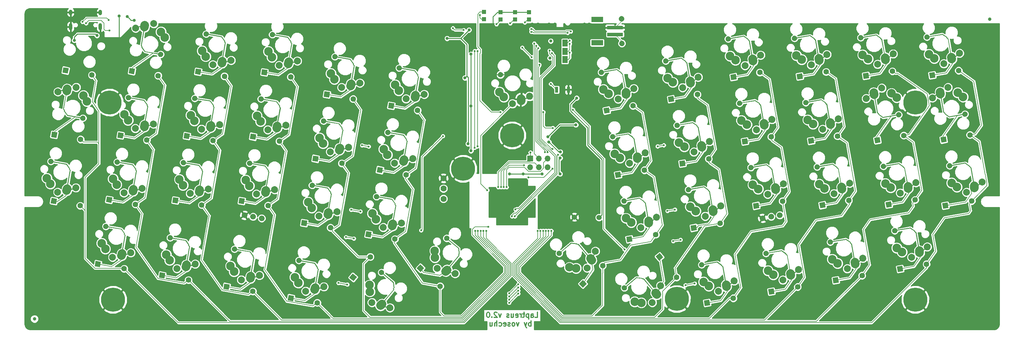
<source format=gbr>
G04 #@! TF.GenerationSoftware,KiCad,Pcbnew,(6.0.0-rc1-dev-1469-g932b9a334)*
G04 #@! TF.CreationDate,2019-08-07T07:36:23-07:00
G04 #@! TF.ProjectId,Laptreus-v2,4c617074-7265-4757-932d-76322e6b6963,rev?*
G04 #@! TF.SameCoordinates,Original*
G04 #@! TF.FileFunction,Copper,L2,Bot*
G04 #@! TF.FilePolarity,Positive*
%FSLAX46Y46*%
G04 Gerber Fmt 4.6, Leading zero omitted, Abs format (unit mm)*
G04 Created by KiCad (PCBNEW (6.0.0-rc1-dev-1469-g932b9a334)) date Wednesday, August 07, 2019 at 07:36:23 AM*
%MOMM*%
%LPD*%
G04 APERTURE LIST*
G04 #@! TA.AperFunction,NonConductor*
%ADD10C,0.300000*%
G04 #@! TD*
G04 #@! TA.AperFunction,ComponentPad*
%ADD11C,1.524000*%
G04 #@! TD*
G04 #@! TA.AperFunction,ViaPad*
%ADD12C,1.524000*%
G04 #@! TD*
G04 #@! TA.AperFunction,Conductor*
%ADD13C,0.100000*%
G04 #@! TD*
G04 #@! TA.AperFunction,SMDPad,CuDef*
%ADD14R,4.600000X1.000000*%
G04 #@! TD*
G04 #@! TA.AperFunction,SMDPad,CuDef*
%ADD15R,3.400000X1.600000*%
G04 #@! TD*
G04 #@! TA.AperFunction,ComponentPad*
%ADD16C,2.500000*%
G04 #@! TD*
G04 #@! TA.AperFunction,Conductor*
%ADD17C,2.500000*%
G04 #@! TD*
G04 #@! TA.AperFunction,ComponentPad*
%ADD18C,2.000000*%
G04 #@! TD*
G04 #@! TA.AperFunction,ComponentPad*
%ADD19O,1.000000X1.600000*%
G04 #@! TD*
G04 #@! TA.AperFunction,ComponentPad*
%ADD20O,1.000000X2.100000*%
G04 #@! TD*
G04 #@! TA.AperFunction,ConnectorPad*
%ADD21C,1.000000*%
G04 #@! TD*
G04 #@! TA.AperFunction,ComponentPad*
%ADD22C,1.600000*%
G04 #@! TD*
G04 #@! TA.AperFunction,SMDPad,CuDef*
%ADD23R,0.900000X1.700000*%
G04 #@! TD*
G04 #@! TA.AperFunction,ComponentPad*
%ADD24C,1.778000*%
G04 #@! TD*
G04 #@! TA.AperFunction,ComponentPad*
%ADD25C,7.000240*%
G04 #@! TD*
G04 #@! TA.AperFunction,ComponentPad*
%ADD26O,1.700000X1.700000*%
G04 #@! TD*
G04 #@! TA.AperFunction,ComponentPad*
%ADD27R,1.700000X1.700000*%
G04 #@! TD*
G04 #@! TA.AperFunction,ComponentPad*
%ADD28C,1.676400*%
G04 #@! TD*
G04 #@! TA.AperFunction,SMDPad,CuDef*
%ADD29R,1.500000X2.000000*%
G04 #@! TD*
G04 #@! TA.AperFunction,SMDPad,CuDef*
%ADD30R,1.200000X1.200000*%
G04 #@! TD*
G04 #@! TA.AperFunction,ViaPad*
%ADD31C,0.600000*%
G04 #@! TD*
G04 #@! TA.AperFunction,ViaPad*
%ADD32C,0.900000*%
G04 #@! TD*
G04 #@! TA.AperFunction,Conductor*
%ADD33C,0.200000*%
G04 #@! TD*
G04 #@! TA.AperFunction,Conductor*
%ADD34C,0.250000*%
G04 #@! TD*
G04 #@! TA.AperFunction,Conductor*
%ADD35C,0.254000*%
G04 #@! TD*
G04 APERTURE END LIST*
D10*
X238510332Y-164588979D02*
X238510332Y-163088979D01*
X238510332Y-163660408D02*
X238367475Y-163588979D01*
X238081761Y-163588979D01*
X237938904Y-163660408D01*
X237867475Y-163731836D01*
X237796047Y-163874693D01*
X237796047Y-164303265D01*
X237867475Y-164446122D01*
X237938904Y-164517550D01*
X238081761Y-164588979D01*
X238367475Y-164588979D01*
X238510332Y-164517550D01*
X237296047Y-163588979D02*
X236938904Y-164588979D01*
X236581761Y-163588979D02*
X236938904Y-164588979D01*
X237081761Y-164946122D01*
X237153189Y-165017550D01*
X237296047Y-165088979D01*
X235010332Y-163588979D02*
X234653189Y-164588979D01*
X234296047Y-163588979D01*
X233510332Y-164588979D02*
X233653189Y-164517550D01*
X233724618Y-164446122D01*
X233796047Y-164303265D01*
X233796047Y-163874693D01*
X233724618Y-163731836D01*
X233653189Y-163660408D01*
X233510332Y-163588979D01*
X233296047Y-163588979D01*
X233153189Y-163660408D01*
X233081761Y-163731836D01*
X233010332Y-163874693D01*
X233010332Y-164303265D01*
X233081761Y-164446122D01*
X233153189Y-164517550D01*
X233296047Y-164588979D01*
X233510332Y-164588979D01*
X232438904Y-164517550D02*
X232296047Y-164588979D01*
X232010332Y-164588979D01*
X231867475Y-164517550D01*
X231796047Y-164374693D01*
X231796047Y-164303265D01*
X231867475Y-164160408D01*
X232010332Y-164088979D01*
X232224618Y-164088979D01*
X232367475Y-164017550D01*
X232438904Y-163874693D01*
X232438904Y-163803265D01*
X232367475Y-163660408D01*
X232224618Y-163588979D01*
X232010332Y-163588979D01*
X231867475Y-163660408D01*
X230581761Y-164517550D02*
X230724618Y-164588979D01*
X231010332Y-164588979D01*
X231153189Y-164517550D01*
X231224618Y-164374693D01*
X231224618Y-163803265D01*
X231153189Y-163660408D01*
X231010332Y-163588979D01*
X230724618Y-163588979D01*
X230581761Y-163660408D01*
X230510332Y-163803265D01*
X230510332Y-163946122D01*
X231224618Y-164088979D01*
X229224618Y-164517550D02*
X229367475Y-164588979D01*
X229653189Y-164588979D01*
X229796047Y-164517550D01*
X229867475Y-164446122D01*
X229938904Y-164303265D01*
X229938904Y-163874693D01*
X229867475Y-163731836D01*
X229796047Y-163660408D01*
X229653189Y-163588979D01*
X229367475Y-163588979D01*
X229224618Y-163660408D01*
X228581761Y-164588979D02*
X228581761Y-163088979D01*
X227938904Y-164588979D02*
X227938904Y-163803265D01*
X228010332Y-163660408D01*
X228153189Y-163588979D01*
X228367475Y-163588979D01*
X228510332Y-163660408D01*
X228581761Y-163731836D01*
X226581761Y-163588979D02*
X226581761Y-164588979D01*
X227224618Y-163588979D02*
X227224618Y-164374693D01*
X227153189Y-164517550D01*
X227010332Y-164588979D01*
X226796047Y-164588979D01*
X226653189Y-164517550D01*
X226581761Y-164446122D01*
X239688906Y-162088979D02*
X240403191Y-162088979D01*
X240403191Y-160588979D01*
X238546049Y-162088979D02*
X238546049Y-161303265D01*
X238617477Y-161160408D01*
X238760334Y-161088979D01*
X239046049Y-161088979D01*
X239188906Y-161160408D01*
X238546049Y-162017550D02*
X238688906Y-162088979D01*
X239046049Y-162088979D01*
X239188906Y-162017550D01*
X239260334Y-161874693D01*
X239260334Y-161731836D01*
X239188906Y-161588979D01*
X239046049Y-161517550D01*
X238688906Y-161517550D01*
X238546049Y-161446122D01*
X237831763Y-161088979D02*
X237831763Y-162588979D01*
X237831763Y-161160408D02*
X237688906Y-161088979D01*
X237403191Y-161088979D01*
X237260334Y-161160408D01*
X237188906Y-161231836D01*
X237117477Y-161374693D01*
X237117477Y-161803265D01*
X237188906Y-161946122D01*
X237260334Y-162017550D01*
X237403191Y-162088979D01*
X237688906Y-162088979D01*
X237831763Y-162017550D01*
X236688906Y-161088979D02*
X236117477Y-161088979D01*
X236474620Y-160588979D02*
X236474620Y-161874693D01*
X236403191Y-162017550D01*
X236260334Y-162088979D01*
X236117477Y-162088979D01*
X235617477Y-162088979D02*
X235617477Y-161088979D01*
X235617477Y-161374693D02*
X235546049Y-161231836D01*
X235474620Y-161160408D01*
X235331763Y-161088979D01*
X235188906Y-161088979D01*
X234117477Y-162017550D02*
X234260334Y-162088979D01*
X234546049Y-162088979D01*
X234688906Y-162017550D01*
X234760334Y-161874693D01*
X234760334Y-161303265D01*
X234688906Y-161160408D01*
X234546049Y-161088979D01*
X234260334Y-161088979D01*
X234117477Y-161160408D01*
X234046049Y-161303265D01*
X234046049Y-161446122D01*
X234760334Y-161588979D01*
X232760334Y-161088979D02*
X232760334Y-162088979D01*
X233403191Y-161088979D02*
X233403191Y-161874693D01*
X233331763Y-162017550D01*
X233188906Y-162088979D01*
X232974620Y-162088979D01*
X232831763Y-162017550D01*
X232760334Y-161946122D01*
X232117477Y-162017550D02*
X231974620Y-162088979D01*
X231688906Y-162088979D01*
X231546049Y-162017550D01*
X231474620Y-161874693D01*
X231474620Y-161803265D01*
X231546049Y-161660408D01*
X231688906Y-161588979D01*
X231903191Y-161588979D01*
X232046049Y-161517550D01*
X232117477Y-161374693D01*
X232117477Y-161303265D01*
X232046049Y-161160408D01*
X231903191Y-161088979D01*
X231688906Y-161088979D01*
X231546049Y-161160408D01*
X229831763Y-161088979D02*
X229474620Y-162088979D01*
X229117477Y-161088979D01*
X228617477Y-160731836D02*
X228546049Y-160660408D01*
X228403191Y-160588979D01*
X228046049Y-160588979D01*
X227903191Y-160660408D01*
X227831763Y-160731836D01*
X227760334Y-160874693D01*
X227760334Y-161017550D01*
X227831763Y-161231836D01*
X228688906Y-162088979D01*
X227760334Y-162088979D01*
X227117477Y-161946122D02*
X227046049Y-162017550D01*
X227117477Y-162088979D01*
X227188906Y-162017550D01*
X227117477Y-161946122D01*
X227117477Y-162088979D01*
X226117477Y-160588979D02*
X225974620Y-160588979D01*
X225831763Y-160660408D01*
X225760334Y-160731836D01*
X225688906Y-160874693D01*
X225617477Y-161160408D01*
X225617477Y-161517550D01*
X225688906Y-161803265D01*
X225760334Y-161946122D01*
X225831763Y-162017550D01*
X225974620Y-162088979D01*
X226117477Y-162088979D01*
X226260334Y-162017550D01*
X226331763Y-161946122D01*
X226403191Y-161803265D01*
X226474620Y-161517550D01*
X226474620Y-161160408D01*
X226403191Y-160874693D01*
X226331763Y-160731836D01*
X226260334Y-160660408D01*
X226117477Y-160588979D01*
D11*
G04 #@! TO.P,X2,2*
G04 #@! TO.N,+3.7VBAT*
X258361771Y-132944689D03*
G04 #@! TO.P,X2,1*
G04 #@! TO.N,GND*
X251161771Y-132844689D03*
G04 #@! TD*
D12*
G04 #@! TO.N,GND*
G04 #@! TO.C,X1*
X264911772Y-74994689D03*
D13*
G36*
X265696763Y-75055091D02*
G01*
X265687122Y-75131404D01*
X265670080Y-75206413D01*
X265645801Y-75279400D01*
X265614515Y-75349670D01*
X265576521Y-75416551D01*
X265532182Y-75479406D01*
X265481920Y-75537634D01*
X265426217Y-75590680D01*
X265365604Y-75638036D01*
X265300658Y-75679252D01*
X265232000Y-75713933D01*
X265160286Y-75741750D01*
X265086200Y-75762435D01*
X265010448Y-75775792D01*
X264933755Y-75781693D01*
X264930793Y-75781734D01*
X263064805Y-77647722D01*
X263064060Y-77648458D01*
X263058563Y-77653303D01*
X263052620Y-77657589D01*
X263046286Y-77661275D01*
X263039624Y-77664326D01*
X263032696Y-77666712D01*
X263025568Y-77668410D01*
X263018308Y-77669403D01*
X263010987Y-77669685D01*
X263003672Y-77669250D01*
X262996435Y-77668104D01*
X262989344Y-77666257D01*
X262982467Y-77663727D01*
X262975870Y-77660538D01*
X262969616Y-77656721D01*
X262963764Y-77652310D01*
X262958370Y-77647350D01*
X262953486Y-77641888D01*
X262949158Y-77635975D01*
X262945428Y-77629668D01*
X262942331Y-77623027D01*
X262939897Y-77616116D01*
X262938150Y-77609000D01*
X262937105Y-77601747D01*
X262936772Y-77594428D01*
X262937156Y-77587110D01*
X262938252Y-77579865D01*
X262940049Y-77572761D01*
X262942531Y-77565867D01*
X262945674Y-77559248D01*
X262949447Y-77552967D01*
X262953817Y-77547085D01*
X262958739Y-77541656D01*
X264738470Y-75761925D01*
X264684214Y-75748397D01*
X264611751Y-75722594D01*
X264542152Y-75689843D01*
X264476081Y-75650457D01*
X264414168Y-75604811D01*
X264357006Y-75553342D01*
X264305138Y-75496540D01*
X264259062Y-75434948D01*
X264219215Y-75369153D01*
X264185979Y-75299784D01*
X264159671Y-75227503D01*
X264140542Y-75153000D01*
X264128774Y-75076985D01*
X264124480Y-75000185D01*
X264127701Y-74923333D01*
X264138406Y-74847162D01*
X264156494Y-74772398D01*
X264181790Y-74699757D01*
X264214054Y-74629931D01*
X264252978Y-74563586D01*
X264298191Y-74501357D01*
X264349260Y-74443836D01*
X264405698Y-74391574D01*
X264466967Y-74345068D01*
X264532482Y-74304763D01*
X264601617Y-74271044D01*
X264673713Y-74244232D01*
X264748081Y-74224583D01*
X264824011Y-74212285D01*
X264900779Y-74207455D01*
X264977652Y-74210139D01*
X265053897Y-74220312D01*
X265128784Y-74237877D01*
X265201601Y-74262666D01*
X265271650Y-74294442D01*
X265338265Y-74332902D01*
X265400808Y-74377679D01*
X265458684Y-74428345D01*
X265511339Y-74484417D01*
X265558272Y-74545360D01*
X265599033Y-74610592D01*
X265633234Y-74679490D01*
X265660549Y-74751397D01*
X265680717Y-74825626D01*
X265693545Y-74901468D01*
X265698910Y-74978201D01*
X265696763Y-75055091D01*
X265696763Y-75055091D01*
G37*
D12*
G04 #@! TO.N,+3.7VBAT*
X265011772Y-82194689D03*
D13*
G36*
X265796763Y-82255091D02*
G01*
X265787122Y-82331404D01*
X265770080Y-82406413D01*
X265745801Y-82479400D01*
X265714515Y-82549670D01*
X265676521Y-82616551D01*
X265632182Y-82679406D01*
X265581920Y-82737634D01*
X265526217Y-82790680D01*
X265465604Y-82838036D01*
X265400658Y-82879252D01*
X265332000Y-82913933D01*
X265260286Y-82941750D01*
X265186200Y-82962435D01*
X265110448Y-82975792D01*
X265033755Y-82981693D01*
X265011772Y-82982000D01*
X264934944Y-82978242D01*
X264858849Y-82967006D01*
X264784214Y-82948397D01*
X264711751Y-82922594D01*
X264642152Y-82889843D01*
X264576081Y-82850457D01*
X264514168Y-82804811D01*
X264457006Y-82753342D01*
X264405138Y-82696540D01*
X264359062Y-82634948D01*
X264319215Y-82569153D01*
X264285979Y-82499784D01*
X264259671Y-82427503D01*
X264240542Y-82353000D01*
X264228774Y-82276985D01*
X264224480Y-82200185D01*
X264227701Y-82123333D01*
X264238406Y-82047162D01*
X264256494Y-81972398D01*
X264281790Y-81899757D01*
X264314054Y-81829931D01*
X264352978Y-81763586D01*
X264398191Y-81701357D01*
X264449260Y-81643836D01*
X264505698Y-81591574D01*
X264566967Y-81545068D01*
X264632482Y-81504763D01*
X264701617Y-81471044D01*
X264760254Y-81449237D01*
X262958739Y-79647722D01*
X262958004Y-79646977D01*
X262953158Y-79641480D01*
X262948872Y-79635537D01*
X262945186Y-79629204D01*
X262942135Y-79622541D01*
X262939750Y-79615613D01*
X262938051Y-79608485D01*
X262937058Y-79601225D01*
X262936776Y-79593904D01*
X262937211Y-79586589D01*
X262938357Y-79579352D01*
X262940204Y-79572261D01*
X262942734Y-79565384D01*
X262945923Y-79558787D01*
X262949740Y-79552533D01*
X262954151Y-79546681D01*
X262959111Y-79541287D01*
X262964573Y-79536403D01*
X262970486Y-79532075D01*
X262976793Y-79528345D01*
X262983434Y-79525248D01*
X262990345Y-79522814D01*
X262997461Y-79521067D01*
X263004714Y-79520022D01*
X263012034Y-79519689D01*
X263019351Y-79520073D01*
X263026596Y-79521169D01*
X263033700Y-79522966D01*
X263040594Y-79525448D01*
X263047214Y-79528591D01*
X263053494Y-79532365D01*
X263059377Y-79536734D01*
X263064805Y-79541656D01*
X264934758Y-81411609D01*
X265000779Y-81407455D01*
X265077652Y-81410139D01*
X265153897Y-81420312D01*
X265228784Y-81437877D01*
X265301601Y-81462666D01*
X265371650Y-81494442D01*
X265438265Y-81532902D01*
X265500808Y-81577679D01*
X265558684Y-81628345D01*
X265611339Y-81684417D01*
X265658272Y-81745360D01*
X265699033Y-81810592D01*
X265733234Y-81879490D01*
X265760549Y-81951397D01*
X265780717Y-82025626D01*
X265793545Y-82101468D01*
X265798910Y-82178201D01*
X265796763Y-82255091D01*
X265796763Y-82255091D01*
G37*
D11*
G04 #@! TD*
G04 #@! TO.P,X1,2*
G04 #@! TO.N,+3.7VBAT*
X265011772Y-82194689D03*
G04 #@! TO.P,X1,1*
G04 #@! TO.N,GND*
X264911772Y-74994689D03*
D14*
X263011772Y-77594689D03*
G04 #@! TO.P,X1,2*
G04 #@! TO.N,+3.7VBAT*
X263011772Y-79594689D03*
D15*
G04 #@! TO.P,X1,NC1*
G04 #@! TO.N,N/C*
X257811772Y-75194689D03*
G04 #@! TO.P,X1,NC2*
X257811772Y-81994689D03*
G04 #@! TD*
D16*
G04 #@! TO.P,SW11,1*
G04 #@! TO.N,/ROW0*
X130691029Y-78816911D03*
X131727601Y-80482209D03*
G04 #@! TO.P,SW11,2*
G04 #@! TO.N,Net-(D11-Pad1)*
X125884476Y-77167198D03*
D17*
G04 #@! TD*
G04 #@! TO.N,Net-(D11-Pad1)*
G04 #@! TO.C,SW11*
X125814810Y-77448706D02*
X125954142Y-76885690D01*
D18*
G04 #@! TO.P,SW11,1*
G04 #@! TO.N,/ROW0*
X128576306Y-76413174D03*
D12*
G04 #@! TD*
G04 #@! TO.N,Net-(D11-Pad1)*
G04 #@! TO.C,SW11*
X130547125Y-85391809D03*
D18*
G04 #@! TO.P,SW11,2*
G04 #@! TO.N,Net-(D11-Pad1)*
X123270241Y-77711510D03*
D12*
G04 #@! TD*
G04 #@! TO.N,Net-(D11-Pad1)*
G04 #@! TO.C,SW11*
X130547125Y-85391809D03*
D13*
G04 #@! TO.N,Net-(D11-Pad1)*
G04 #@! TO.C,SW11*
G36*
X130306127Y-86114695D02*
G01*
X130236432Y-86087592D01*
X130169730Y-86053789D01*
X130106662Y-86013610D01*
X130047836Y-85967443D01*
X129993818Y-85915732D01*
X129945129Y-85858976D01*
X129902237Y-85797720D01*
X129865556Y-85732556D01*
X129835440Y-85664109D01*
X129812176Y-85593041D01*
X129795991Y-85520034D01*
X129787039Y-85445793D01*
X129785701Y-85384478D01*
X125995303Y-84716128D01*
X125994912Y-84716056D01*
X125994874Y-84716052D01*
X125994831Y-84716042D01*
X125993587Y-84715814D01*
X125988262Y-84714525D01*
X125982974Y-84713305D01*
X125982355Y-84713096D01*
X125981716Y-84712942D01*
X125976582Y-84711153D01*
X125971400Y-84709409D01*
X125970798Y-84709139D01*
X125970184Y-84708925D01*
X125965243Y-84706642D01*
X125960261Y-84704403D01*
X125959696Y-84704079D01*
X125959098Y-84703803D01*
X125954365Y-84701027D01*
X125949663Y-84698334D01*
X125949132Y-84697957D01*
X125948564Y-84697623D01*
X125944157Y-84694421D01*
X125939708Y-84691260D01*
X125939210Y-84690826D01*
X125938684Y-84690444D01*
X125934629Y-84686844D01*
X125930491Y-84683247D01*
X125930041Y-84682771D01*
X125929551Y-84682336D01*
X125925819Y-84678306D01*
X125922101Y-84674374D01*
X125921705Y-84673863D01*
X125921254Y-84673376D01*
X125917922Y-84668987D01*
X125914616Y-84664724D01*
X125022340Y-83390423D01*
X125022115Y-83390098D01*
X125022091Y-83390065D01*
X125022066Y-83390026D01*
X125021348Y-83388987D01*
X125018493Y-83384309D01*
X125015619Y-83379709D01*
X125015326Y-83379120D01*
X125014986Y-83378562D01*
X125012621Y-83373669D01*
X125010189Y-83368770D01*
X125009955Y-83368155D01*
X125009671Y-83367566D01*
X125007784Y-83362439D01*
X125005852Y-83357353D01*
X125005682Y-83356725D01*
X125005454Y-83356106D01*
X125004069Y-83350792D01*
X125002650Y-83345568D01*
X125002542Y-83344926D01*
X125002375Y-83344288D01*
X125001524Y-83338911D01*
X125000613Y-83333526D01*
X125000567Y-83332865D01*
X125000466Y-83332226D01*
X125000142Y-83326792D01*
X124999762Y-83321343D01*
X124999780Y-83320695D01*
X124999741Y-83320035D01*
X124999952Y-83314553D01*
X125000103Y-83309136D01*
X125000184Y-83308488D01*
X125000210Y-83307832D01*
X125000949Y-83302434D01*
X125001633Y-83297020D01*
X125027372Y-83151048D01*
X124813722Y-82845924D01*
X124813497Y-82845599D01*
X124813472Y-82845567D01*
X124813448Y-82845528D01*
X124812730Y-82844488D01*
X124809875Y-82839810D01*
X124807000Y-82835210D01*
X124806708Y-82834622D01*
X124806368Y-82834064D01*
X124804007Y-82829180D01*
X124801570Y-82824271D01*
X124801336Y-82823654D01*
X124801053Y-82823069D01*
X124799173Y-82817959D01*
X124797234Y-82812855D01*
X124797063Y-82812227D01*
X124796835Y-82811608D01*
X124795451Y-82806294D01*
X124794032Y-82801070D01*
X124793924Y-82800428D01*
X124793757Y-82799790D01*
X124792906Y-82794413D01*
X124791995Y-82789028D01*
X124791949Y-82788367D01*
X124791847Y-82787728D01*
X124791524Y-82782294D01*
X124791143Y-82776845D01*
X124791161Y-82776196D01*
X124791122Y-82775537D01*
X124791333Y-82770055D01*
X124791484Y-82764638D01*
X124791566Y-82763989D01*
X124791591Y-82763334D01*
X124792331Y-82757936D01*
X124793015Y-82752522D01*
X125565021Y-78374257D01*
X125489140Y-78353035D01*
X125374812Y-78308575D01*
X125265391Y-78253123D01*
X125161933Y-78187213D01*
X125065434Y-78111480D01*
X124976822Y-78026652D01*
X124896951Y-77933548D01*
X124826591Y-77833063D01*
X124766419Y-77726166D01*
X124717014Y-77613885D01*
X124678852Y-77497303D01*
X124652302Y-77377541D01*
X124647242Y-77335570D01*
X124245902Y-77497766D01*
X124255983Y-77543236D01*
X124267730Y-77640666D01*
X124269871Y-77738779D01*
X124262384Y-77836627D01*
X124245343Y-77933272D01*
X124218912Y-78027780D01*
X124183344Y-78119243D01*
X124138982Y-78206780D01*
X124086254Y-78289546D01*
X124025668Y-78366746D01*
X123957806Y-78437635D01*
X123883322Y-78501532D01*
X123802934Y-78557820D01*
X123717416Y-78605958D01*
X123627592Y-78645482D01*
X123534326Y-78676010D01*
X123438517Y-78697251D01*
X123341087Y-78708998D01*
X123242975Y-78711139D01*
X123145126Y-78703652D01*
X123048481Y-78686611D01*
X122953973Y-78660180D01*
X122862510Y-78624612D01*
X122774973Y-78580250D01*
X122692207Y-78527522D01*
X122615007Y-78466936D01*
X122544118Y-78399074D01*
X122480221Y-78324590D01*
X122423933Y-78244202D01*
X122375795Y-78158684D01*
X122336271Y-78068860D01*
X122305743Y-77975594D01*
X122284502Y-77879785D01*
X122272756Y-77782355D01*
X122270614Y-77684243D01*
X122278101Y-77586394D01*
X122295142Y-77489749D01*
X122321573Y-77395241D01*
X122357142Y-77303778D01*
X122401503Y-77216241D01*
X122454231Y-77133475D01*
X122514817Y-77056275D01*
X122582679Y-76985386D01*
X122657163Y-76921489D01*
X122737551Y-76865201D01*
X122823069Y-76817063D01*
X122912893Y-76777539D01*
X123006159Y-76747011D01*
X123101968Y-76725770D01*
X123199398Y-76714024D01*
X123297511Y-76711882D01*
X123395359Y-76719369D01*
X123492004Y-76736410D01*
X123586512Y-76762841D01*
X123677975Y-76798410D01*
X123765512Y-76842771D01*
X123848278Y-76895499D01*
X123925478Y-76956086D01*
X123996367Y-77023947D01*
X124060264Y-77098431D01*
X124116552Y-77178819D01*
X124163133Y-77261571D01*
X124639854Y-77068912D01*
X124644300Y-77010803D01*
X124665602Y-76889997D01*
X124698641Y-76771861D01*
X124743101Y-76657533D01*
X124798553Y-76548112D01*
X124864463Y-76444654D01*
X124940196Y-76348155D01*
X125025024Y-76259543D01*
X125118128Y-76179672D01*
X125218613Y-76109312D01*
X125325510Y-76049140D01*
X125437791Y-75999735D01*
X125554373Y-75961573D01*
X125674135Y-75935023D01*
X125795922Y-75920339D01*
X125918562Y-75917663D01*
X126040873Y-75927021D01*
X126161679Y-75948323D01*
X126279815Y-75981362D01*
X126394143Y-76025822D01*
X126503564Y-76081274D01*
X126607022Y-76147184D01*
X126703521Y-76222917D01*
X126792133Y-76307745D01*
X126872004Y-76400849D01*
X126942364Y-76501334D01*
X127002536Y-76608231D01*
X127051941Y-76720512D01*
X127090103Y-76837094D01*
X127116653Y-76956856D01*
X127131337Y-77078643D01*
X127134013Y-77201283D01*
X127124655Y-77323594D01*
X127103353Y-77444400D01*
X127070314Y-77562536D01*
X127025854Y-77676864D01*
X126970402Y-77786285D01*
X126904492Y-77889743D01*
X126828759Y-77986242D01*
X126743931Y-78074854D01*
X126650827Y-78154725D01*
X126550342Y-78225085D01*
X126443445Y-78285257D01*
X126331164Y-78334662D01*
X126214582Y-78372824D01*
X126094820Y-78399374D01*
X125973033Y-78414058D01*
X125850393Y-78416734D01*
X125811907Y-78413789D01*
X125048207Y-82744944D01*
X125261857Y-83050068D01*
X125262082Y-83050393D01*
X125262107Y-83050425D01*
X125262131Y-83050464D01*
X125262849Y-83051504D01*
X125265704Y-83056181D01*
X125268579Y-83060782D01*
X125268871Y-83061370D01*
X125269211Y-83061928D01*
X125271587Y-83066843D01*
X125274009Y-83071721D01*
X125274240Y-83072330D01*
X125274527Y-83072923D01*
X125276423Y-83078076D01*
X125278345Y-83083137D01*
X125278516Y-83083764D01*
X125278744Y-83084384D01*
X125280128Y-83089698D01*
X125281547Y-83094922D01*
X125281656Y-83095564D01*
X125281822Y-83096202D01*
X125282673Y-83101579D01*
X125283584Y-83106964D01*
X125283630Y-83107625D01*
X125283732Y-83108264D01*
X125284055Y-83113698D01*
X125284436Y-83119147D01*
X125284418Y-83119795D01*
X125284457Y-83120455D01*
X125284246Y-83125937D01*
X125284095Y-83131354D01*
X125284013Y-83132003D01*
X125283988Y-83132658D01*
X125283248Y-83138056D01*
X125282564Y-83143470D01*
X125256826Y-83289442D01*
X126089705Y-84478917D01*
X129829113Y-85138276D01*
X129851342Y-85081116D01*
X129885145Y-85014414D01*
X129925324Y-84951346D01*
X129971491Y-84892520D01*
X130023202Y-84838502D01*
X130079958Y-84789813D01*
X130141214Y-84746921D01*
X130206378Y-84710240D01*
X130274825Y-84680124D01*
X130345893Y-84656860D01*
X130418900Y-84640675D01*
X130493141Y-84631723D01*
X130567902Y-84630092D01*
X130642464Y-84635797D01*
X130716107Y-84648782D01*
X130788123Y-84668923D01*
X130857818Y-84696026D01*
X130924520Y-84729829D01*
X130987588Y-84770008D01*
X131046414Y-84816175D01*
X131100432Y-84867886D01*
X131149121Y-84924642D01*
X131192013Y-84985898D01*
X131228694Y-85051062D01*
X131258810Y-85119509D01*
X131282074Y-85190577D01*
X131298259Y-85263584D01*
X131307211Y-85337825D01*
X131308842Y-85412586D01*
X131303137Y-85487148D01*
X131290152Y-85560791D01*
X131270011Y-85632807D01*
X131242908Y-85702502D01*
X131209105Y-85769204D01*
X131168926Y-85832272D01*
X131122759Y-85891098D01*
X131071048Y-85945116D01*
X131014292Y-85993805D01*
X130953036Y-86036697D01*
X130887872Y-86073378D01*
X130819425Y-86103494D01*
X130748357Y-86126758D01*
X130675350Y-86142943D01*
X130601109Y-86151895D01*
X130526348Y-86153526D01*
X130451786Y-86147821D01*
X130378143Y-86134836D01*
X130306127Y-86114695D01*
X130306127Y-86114695D01*
G37*
G04 #@! TD*
D19*
G04 #@! TO.P,J1,13*
G04 #@! TO.N,GND*
X104342086Y-73156327D03*
X112982086Y-73156327D03*
D20*
X104342086Y-77336327D03*
X112982086Y-77336327D03*
G04 #@! TD*
D16*
G04 #@! TO.P,SW47,1*
G04 #@! TO.N,/ROW3*
X133214399Y-145416892D03*
X132177827Y-143751594D03*
G04 #@! TO.P,SW47,2*
G04 #@! TO.N,Net-(D47-Pad1)*
X138020952Y-147066605D03*
D17*
G04 #@! TD*
G04 #@! TO.N,Net-(D47-Pad1)*
G04 #@! TO.C,SW47*
X138090618Y-146785097D02*
X137951286Y-147348113D01*
D18*
G04 #@! TO.P,SW47,1*
G04 #@! TO.N,/ROW3*
X135329122Y-147820629D03*
D12*
G04 #@! TD*
G04 #@! TO.N,Net-(D47-Pad1)*
G04 #@! TO.C,SW47*
X133358303Y-138841994D03*
D18*
G04 #@! TO.P,SW47,2*
G04 #@! TO.N,Net-(D47-Pad1)*
X140635187Y-146522293D03*
D12*
G04 #@! TD*
G04 #@! TO.N,Net-(D47-Pad1)*
G04 #@! TO.C,SW47*
X133358303Y-138841994D03*
D13*
G04 #@! TO.N,Net-(D47-Pad1)*
G04 #@! TO.C,SW47*
G36*
X133599301Y-138119108D02*
G01*
X133668996Y-138146211D01*
X133735698Y-138180014D01*
X133798766Y-138220193D01*
X133857592Y-138266360D01*
X133911610Y-138318071D01*
X133960299Y-138374827D01*
X134003191Y-138436083D01*
X134039872Y-138501247D01*
X134069988Y-138569694D01*
X134093252Y-138640762D01*
X134109437Y-138713769D01*
X134118389Y-138788010D01*
X134119727Y-138849325D01*
X137910125Y-139517675D01*
X137910516Y-139517747D01*
X137910554Y-139517751D01*
X137910597Y-139517761D01*
X137911841Y-139517989D01*
X137917166Y-139519278D01*
X137922454Y-139520498D01*
X137923073Y-139520707D01*
X137923712Y-139520861D01*
X137928846Y-139522650D01*
X137934028Y-139524394D01*
X137934630Y-139524664D01*
X137935244Y-139524878D01*
X137940185Y-139527161D01*
X137945167Y-139529400D01*
X137945732Y-139529724D01*
X137946330Y-139530000D01*
X137951063Y-139532776D01*
X137955765Y-139535469D01*
X137956296Y-139535846D01*
X137956864Y-139536180D01*
X137961271Y-139539382D01*
X137965720Y-139542543D01*
X137966218Y-139542977D01*
X137966744Y-139543359D01*
X137970799Y-139546959D01*
X137974937Y-139550556D01*
X137975387Y-139551032D01*
X137975877Y-139551467D01*
X137979609Y-139555497D01*
X137983327Y-139559429D01*
X137983723Y-139559940D01*
X137984174Y-139560427D01*
X137987506Y-139564816D01*
X137990812Y-139569079D01*
X138883088Y-140843380D01*
X138883313Y-140843705D01*
X138883337Y-140843738D01*
X138883362Y-140843777D01*
X138884080Y-140844816D01*
X138886935Y-140849494D01*
X138889809Y-140854094D01*
X138890102Y-140854683D01*
X138890442Y-140855241D01*
X138892807Y-140860134D01*
X138895239Y-140865033D01*
X138895473Y-140865648D01*
X138895757Y-140866237D01*
X138897644Y-140871364D01*
X138899576Y-140876450D01*
X138899746Y-140877078D01*
X138899974Y-140877697D01*
X138901359Y-140883011D01*
X138902778Y-140888235D01*
X138902886Y-140888877D01*
X138903053Y-140889515D01*
X138903904Y-140894892D01*
X138904815Y-140900277D01*
X138904861Y-140900938D01*
X138904962Y-140901577D01*
X138905286Y-140907011D01*
X138905666Y-140912460D01*
X138905648Y-140913108D01*
X138905687Y-140913768D01*
X138905476Y-140919250D01*
X138905325Y-140924667D01*
X138905244Y-140925315D01*
X138905218Y-140925971D01*
X138904479Y-140931369D01*
X138903795Y-140936783D01*
X138878056Y-141082755D01*
X139091706Y-141387879D01*
X139091931Y-141388204D01*
X139091956Y-141388236D01*
X139091980Y-141388275D01*
X139092698Y-141389315D01*
X139095553Y-141393993D01*
X139098428Y-141398593D01*
X139098720Y-141399181D01*
X139099060Y-141399739D01*
X139101421Y-141404623D01*
X139103858Y-141409532D01*
X139104092Y-141410149D01*
X139104375Y-141410734D01*
X139106255Y-141415844D01*
X139108194Y-141420948D01*
X139108365Y-141421576D01*
X139108593Y-141422195D01*
X139109977Y-141427509D01*
X139111396Y-141432733D01*
X139111504Y-141433375D01*
X139111671Y-141434013D01*
X139112522Y-141439390D01*
X139113433Y-141444775D01*
X139113479Y-141445436D01*
X139113581Y-141446075D01*
X139113904Y-141451509D01*
X139114285Y-141456958D01*
X139114267Y-141457607D01*
X139114306Y-141458266D01*
X139114095Y-141463748D01*
X139113944Y-141469165D01*
X139113862Y-141469814D01*
X139113837Y-141470469D01*
X139113097Y-141475867D01*
X139112413Y-141481281D01*
X138340407Y-145859546D01*
X138416288Y-145880768D01*
X138530616Y-145925228D01*
X138640037Y-145980680D01*
X138743495Y-146046590D01*
X138839994Y-146122323D01*
X138928606Y-146207151D01*
X139008477Y-146300255D01*
X139078837Y-146400740D01*
X139139009Y-146507637D01*
X139188414Y-146619918D01*
X139226576Y-146736500D01*
X139253126Y-146856262D01*
X139258186Y-146898233D01*
X139659526Y-146736037D01*
X139649445Y-146690567D01*
X139637698Y-146593137D01*
X139635557Y-146495024D01*
X139643044Y-146397176D01*
X139660085Y-146300531D01*
X139686516Y-146206023D01*
X139722084Y-146114560D01*
X139766446Y-146027023D01*
X139819174Y-145944257D01*
X139879760Y-145867057D01*
X139947622Y-145796168D01*
X140022106Y-145732271D01*
X140102494Y-145675983D01*
X140188012Y-145627845D01*
X140277836Y-145588321D01*
X140371102Y-145557793D01*
X140466911Y-145536552D01*
X140564341Y-145524805D01*
X140662453Y-145522664D01*
X140760302Y-145530151D01*
X140856947Y-145547192D01*
X140951455Y-145573623D01*
X141042918Y-145609191D01*
X141130455Y-145653553D01*
X141213221Y-145706281D01*
X141290421Y-145766867D01*
X141361310Y-145834729D01*
X141425207Y-145909213D01*
X141481495Y-145989601D01*
X141529633Y-146075119D01*
X141569157Y-146164943D01*
X141599685Y-146258209D01*
X141620926Y-146354018D01*
X141632672Y-146451448D01*
X141634814Y-146549560D01*
X141627327Y-146647409D01*
X141610286Y-146744054D01*
X141583855Y-146838562D01*
X141548286Y-146930025D01*
X141503925Y-147017562D01*
X141451197Y-147100328D01*
X141390611Y-147177528D01*
X141322749Y-147248417D01*
X141248265Y-147312314D01*
X141167877Y-147368602D01*
X141082359Y-147416740D01*
X140992535Y-147456264D01*
X140899269Y-147486792D01*
X140803460Y-147508033D01*
X140706030Y-147519779D01*
X140607917Y-147521921D01*
X140510069Y-147514434D01*
X140413424Y-147497393D01*
X140318916Y-147470962D01*
X140227453Y-147435393D01*
X140139916Y-147391032D01*
X140057150Y-147338304D01*
X139979950Y-147277717D01*
X139909061Y-147209856D01*
X139845164Y-147135372D01*
X139788876Y-147054984D01*
X139742295Y-146972232D01*
X139265574Y-147164891D01*
X139261128Y-147223000D01*
X139239826Y-147343806D01*
X139206787Y-147461942D01*
X139162327Y-147576270D01*
X139106875Y-147685691D01*
X139040965Y-147789149D01*
X138965232Y-147885648D01*
X138880404Y-147974260D01*
X138787300Y-148054131D01*
X138686815Y-148124491D01*
X138579918Y-148184663D01*
X138467637Y-148234068D01*
X138351055Y-148272230D01*
X138231293Y-148298780D01*
X138109506Y-148313464D01*
X137986866Y-148316140D01*
X137864555Y-148306782D01*
X137743749Y-148285480D01*
X137625613Y-148252441D01*
X137511285Y-148207981D01*
X137401864Y-148152529D01*
X137298406Y-148086619D01*
X137201907Y-148010886D01*
X137113295Y-147926058D01*
X137033424Y-147832954D01*
X136963064Y-147732469D01*
X136902892Y-147625572D01*
X136853487Y-147513291D01*
X136815325Y-147396709D01*
X136788775Y-147276947D01*
X136774091Y-147155160D01*
X136771415Y-147032520D01*
X136780773Y-146910209D01*
X136802075Y-146789403D01*
X136835114Y-146671267D01*
X136879574Y-146556939D01*
X136935026Y-146447518D01*
X137000936Y-146344060D01*
X137076669Y-146247561D01*
X137161497Y-146158949D01*
X137254601Y-146079078D01*
X137355086Y-146008718D01*
X137461983Y-145948546D01*
X137574264Y-145899141D01*
X137690846Y-145860979D01*
X137810608Y-145834429D01*
X137932395Y-145819745D01*
X138055035Y-145817069D01*
X138093521Y-145820014D01*
X138857221Y-141488859D01*
X138643571Y-141183735D01*
X138643346Y-141183410D01*
X138643321Y-141183378D01*
X138643297Y-141183339D01*
X138642579Y-141182299D01*
X138639724Y-141177622D01*
X138636849Y-141173021D01*
X138636557Y-141172433D01*
X138636217Y-141171875D01*
X138633841Y-141166960D01*
X138631419Y-141162082D01*
X138631188Y-141161473D01*
X138630901Y-141160880D01*
X138629005Y-141155727D01*
X138627083Y-141150666D01*
X138626912Y-141150039D01*
X138626684Y-141149419D01*
X138625300Y-141144105D01*
X138623881Y-141138881D01*
X138623772Y-141138239D01*
X138623606Y-141137601D01*
X138622755Y-141132224D01*
X138621844Y-141126839D01*
X138621798Y-141126178D01*
X138621696Y-141125539D01*
X138621373Y-141120105D01*
X138620992Y-141114656D01*
X138621010Y-141114008D01*
X138620971Y-141113348D01*
X138621182Y-141107866D01*
X138621333Y-141102449D01*
X138621415Y-141101800D01*
X138621440Y-141101145D01*
X138622180Y-141095747D01*
X138622864Y-141090333D01*
X138648602Y-140944361D01*
X137815723Y-139754886D01*
X134076315Y-139095527D01*
X134054086Y-139152687D01*
X134020283Y-139219389D01*
X133980104Y-139282457D01*
X133933937Y-139341283D01*
X133882226Y-139395301D01*
X133825470Y-139443990D01*
X133764214Y-139486882D01*
X133699050Y-139523563D01*
X133630603Y-139553679D01*
X133559535Y-139576943D01*
X133486528Y-139593128D01*
X133412287Y-139602080D01*
X133337526Y-139603711D01*
X133262964Y-139598006D01*
X133189321Y-139585021D01*
X133117305Y-139564880D01*
X133047610Y-139537777D01*
X132980908Y-139503974D01*
X132917840Y-139463795D01*
X132859014Y-139417628D01*
X132804996Y-139365917D01*
X132756307Y-139309161D01*
X132713415Y-139247905D01*
X132676734Y-139182741D01*
X132646618Y-139114294D01*
X132623354Y-139043226D01*
X132607169Y-138970219D01*
X132598217Y-138895978D01*
X132596586Y-138821217D01*
X132602291Y-138746655D01*
X132615276Y-138673012D01*
X132635417Y-138600996D01*
X132662520Y-138531301D01*
X132696323Y-138464599D01*
X132736502Y-138401531D01*
X132782669Y-138342705D01*
X132834380Y-138288687D01*
X132891136Y-138239998D01*
X132952392Y-138197106D01*
X133017556Y-138160425D01*
X133086003Y-138130309D01*
X133157071Y-138107045D01*
X133230078Y-138090860D01*
X133304319Y-138081908D01*
X133379080Y-138080277D01*
X133453642Y-138085982D01*
X133527285Y-138098967D01*
X133599301Y-138119108D01*
X133599301Y-138119108D01*
G37*
G04 #@! TD*
D16*
G04 #@! TO.P,SW24,1*
G04 #@! TO.N,/ROW1*
X108071111Y-97396265D03*
X109107683Y-99061563D03*
G04 #@! TO.P,SW24,2*
G04 #@! TO.N,Net-(D24-Pad1)*
X103264558Y-95746552D03*
D17*
G04 #@! TD*
G04 #@! TO.N,Net-(D24-Pad1)*
G04 #@! TO.C,SW24*
X103194892Y-96028060D02*
X103334224Y-95465044D01*
D18*
G04 #@! TO.P,SW24,1*
G04 #@! TO.N,/ROW1*
X105956388Y-94992528D03*
D12*
G04 #@! TD*
G04 #@! TO.N,Net-(D24-Pad1)*
G04 #@! TO.C,SW24*
X107927207Y-103971163D03*
D18*
G04 #@! TO.P,SW24,2*
G04 #@! TO.N,Net-(D24-Pad1)*
X100650323Y-96290864D03*
D12*
G04 #@! TD*
G04 #@! TO.N,Net-(D24-Pad1)*
G04 #@! TO.C,SW24*
X107927207Y-103971163D03*
D13*
G04 #@! TO.N,Net-(D24-Pad1)*
G04 #@! TO.C,SW24*
G36*
X107686209Y-104694049D02*
G01*
X107616514Y-104666946D01*
X107549812Y-104633143D01*
X107486744Y-104592964D01*
X107427918Y-104546797D01*
X107373900Y-104495086D01*
X107325211Y-104438330D01*
X107282319Y-104377074D01*
X107245638Y-104311910D01*
X107215522Y-104243463D01*
X107192258Y-104172395D01*
X107176073Y-104099388D01*
X107167121Y-104025147D01*
X107165783Y-103963832D01*
X103375385Y-103295482D01*
X103374994Y-103295410D01*
X103374956Y-103295406D01*
X103374913Y-103295396D01*
X103373669Y-103295168D01*
X103368344Y-103293879D01*
X103363056Y-103292659D01*
X103362437Y-103292450D01*
X103361798Y-103292296D01*
X103356664Y-103290507D01*
X103351482Y-103288763D01*
X103350880Y-103288493D01*
X103350266Y-103288279D01*
X103345325Y-103285996D01*
X103340343Y-103283757D01*
X103339778Y-103283433D01*
X103339180Y-103283157D01*
X103334447Y-103280381D01*
X103329745Y-103277688D01*
X103329214Y-103277311D01*
X103328646Y-103276977D01*
X103324239Y-103273775D01*
X103319790Y-103270614D01*
X103319292Y-103270180D01*
X103318766Y-103269798D01*
X103314711Y-103266198D01*
X103310573Y-103262601D01*
X103310123Y-103262125D01*
X103309633Y-103261690D01*
X103305901Y-103257660D01*
X103302183Y-103253728D01*
X103301787Y-103253217D01*
X103301336Y-103252730D01*
X103298004Y-103248341D01*
X103294698Y-103244078D01*
X102402422Y-101969777D01*
X102402197Y-101969452D01*
X102402173Y-101969419D01*
X102402148Y-101969380D01*
X102401430Y-101968341D01*
X102398575Y-101963663D01*
X102395701Y-101959063D01*
X102395408Y-101958474D01*
X102395068Y-101957916D01*
X102392703Y-101953023D01*
X102390271Y-101948124D01*
X102390037Y-101947509D01*
X102389753Y-101946920D01*
X102387866Y-101941793D01*
X102385934Y-101936707D01*
X102385764Y-101936079D01*
X102385536Y-101935460D01*
X102384151Y-101930146D01*
X102382732Y-101924922D01*
X102382624Y-101924280D01*
X102382457Y-101923642D01*
X102381606Y-101918265D01*
X102380695Y-101912880D01*
X102380649Y-101912219D01*
X102380548Y-101911580D01*
X102380224Y-101906146D01*
X102379844Y-101900697D01*
X102379862Y-101900049D01*
X102379823Y-101899389D01*
X102380034Y-101893907D01*
X102380185Y-101888490D01*
X102380266Y-101887842D01*
X102380292Y-101887186D01*
X102381031Y-101881788D01*
X102381715Y-101876374D01*
X102407454Y-101730402D01*
X102193804Y-101425278D01*
X102193579Y-101424953D01*
X102193554Y-101424921D01*
X102193530Y-101424882D01*
X102192812Y-101423842D01*
X102189957Y-101419164D01*
X102187082Y-101414564D01*
X102186790Y-101413976D01*
X102186450Y-101413418D01*
X102184089Y-101408534D01*
X102181652Y-101403625D01*
X102181418Y-101403008D01*
X102181135Y-101402423D01*
X102179255Y-101397313D01*
X102177316Y-101392209D01*
X102177145Y-101391581D01*
X102176917Y-101390962D01*
X102175533Y-101385648D01*
X102174114Y-101380424D01*
X102174006Y-101379782D01*
X102173839Y-101379144D01*
X102172988Y-101373767D01*
X102172077Y-101368382D01*
X102172031Y-101367721D01*
X102171929Y-101367082D01*
X102171606Y-101361648D01*
X102171225Y-101356199D01*
X102171243Y-101355550D01*
X102171204Y-101354891D01*
X102171415Y-101349409D01*
X102171566Y-101343992D01*
X102171648Y-101343343D01*
X102171673Y-101342688D01*
X102172413Y-101337290D01*
X102173097Y-101331876D01*
X102945103Y-96953611D01*
X102869222Y-96932389D01*
X102754894Y-96887929D01*
X102645473Y-96832477D01*
X102542015Y-96766567D01*
X102445516Y-96690834D01*
X102356904Y-96606006D01*
X102277033Y-96512902D01*
X102206673Y-96412417D01*
X102146501Y-96305520D01*
X102097096Y-96193239D01*
X102058934Y-96076657D01*
X102032384Y-95956895D01*
X102027324Y-95914924D01*
X101625984Y-96077120D01*
X101636065Y-96122590D01*
X101647812Y-96220020D01*
X101649953Y-96318133D01*
X101642466Y-96415981D01*
X101625425Y-96512626D01*
X101598994Y-96607134D01*
X101563426Y-96698597D01*
X101519064Y-96786134D01*
X101466336Y-96868900D01*
X101405750Y-96946100D01*
X101337888Y-97016989D01*
X101263404Y-97080886D01*
X101183016Y-97137174D01*
X101097498Y-97185312D01*
X101007674Y-97224836D01*
X100914408Y-97255364D01*
X100818599Y-97276605D01*
X100721169Y-97288352D01*
X100623057Y-97290493D01*
X100525208Y-97283006D01*
X100428563Y-97265965D01*
X100334055Y-97239534D01*
X100242592Y-97203966D01*
X100155055Y-97159604D01*
X100072289Y-97106876D01*
X99995089Y-97046290D01*
X99924200Y-96978428D01*
X99860303Y-96903944D01*
X99804015Y-96823556D01*
X99755877Y-96738038D01*
X99716353Y-96648214D01*
X99685825Y-96554948D01*
X99664584Y-96459139D01*
X99652838Y-96361709D01*
X99650696Y-96263597D01*
X99658183Y-96165748D01*
X99675224Y-96069103D01*
X99701655Y-95974595D01*
X99737224Y-95883132D01*
X99781585Y-95795595D01*
X99834313Y-95712829D01*
X99894899Y-95635629D01*
X99962761Y-95564740D01*
X100037245Y-95500843D01*
X100117633Y-95444555D01*
X100203151Y-95396417D01*
X100292975Y-95356893D01*
X100386241Y-95326365D01*
X100482050Y-95305124D01*
X100579480Y-95293378D01*
X100677593Y-95291236D01*
X100775441Y-95298723D01*
X100872086Y-95315764D01*
X100966594Y-95342195D01*
X101058057Y-95377764D01*
X101145594Y-95422125D01*
X101228360Y-95474853D01*
X101305560Y-95535440D01*
X101376449Y-95603301D01*
X101440346Y-95677785D01*
X101496634Y-95758173D01*
X101543215Y-95840925D01*
X102019936Y-95648266D01*
X102024382Y-95590157D01*
X102045684Y-95469351D01*
X102078723Y-95351215D01*
X102123183Y-95236887D01*
X102178635Y-95127466D01*
X102244545Y-95024008D01*
X102320278Y-94927509D01*
X102405106Y-94838897D01*
X102498210Y-94759026D01*
X102598695Y-94688666D01*
X102705592Y-94628494D01*
X102817873Y-94579089D01*
X102934455Y-94540927D01*
X103054217Y-94514377D01*
X103176004Y-94499693D01*
X103298644Y-94497017D01*
X103420955Y-94506375D01*
X103541761Y-94527677D01*
X103659897Y-94560716D01*
X103774225Y-94605176D01*
X103883646Y-94660628D01*
X103987104Y-94726538D01*
X104083603Y-94802271D01*
X104172215Y-94887099D01*
X104252086Y-94980203D01*
X104322446Y-95080688D01*
X104382618Y-95187585D01*
X104432023Y-95299866D01*
X104470185Y-95416448D01*
X104496735Y-95536210D01*
X104511419Y-95657997D01*
X104514095Y-95780637D01*
X104504737Y-95902948D01*
X104483435Y-96023754D01*
X104450396Y-96141890D01*
X104405936Y-96256218D01*
X104350484Y-96365639D01*
X104284574Y-96469097D01*
X104208841Y-96565596D01*
X104124013Y-96654208D01*
X104030909Y-96734079D01*
X103930424Y-96804439D01*
X103823527Y-96864611D01*
X103711246Y-96914016D01*
X103594664Y-96952178D01*
X103474902Y-96978728D01*
X103353115Y-96993412D01*
X103230475Y-96996088D01*
X103191989Y-96993143D01*
X102428289Y-101324298D01*
X102641939Y-101629422D01*
X102642164Y-101629747D01*
X102642189Y-101629779D01*
X102642213Y-101629818D01*
X102642931Y-101630858D01*
X102645786Y-101635535D01*
X102648661Y-101640136D01*
X102648953Y-101640724D01*
X102649293Y-101641282D01*
X102651669Y-101646197D01*
X102654091Y-101651075D01*
X102654322Y-101651684D01*
X102654609Y-101652277D01*
X102656505Y-101657430D01*
X102658427Y-101662491D01*
X102658598Y-101663118D01*
X102658826Y-101663738D01*
X102660210Y-101669052D01*
X102661629Y-101674276D01*
X102661738Y-101674918D01*
X102661904Y-101675556D01*
X102662755Y-101680933D01*
X102663666Y-101686318D01*
X102663712Y-101686979D01*
X102663814Y-101687618D01*
X102664137Y-101693052D01*
X102664518Y-101698501D01*
X102664500Y-101699149D01*
X102664539Y-101699809D01*
X102664328Y-101705291D01*
X102664177Y-101710708D01*
X102664095Y-101711357D01*
X102664070Y-101712012D01*
X102663330Y-101717410D01*
X102662646Y-101722824D01*
X102636908Y-101868796D01*
X103469787Y-103058271D01*
X107209195Y-103717630D01*
X107231424Y-103660470D01*
X107265227Y-103593768D01*
X107305406Y-103530700D01*
X107351573Y-103471874D01*
X107403284Y-103417856D01*
X107460040Y-103369167D01*
X107521296Y-103326275D01*
X107586460Y-103289594D01*
X107654907Y-103259478D01*
X107725975Y-103236214D01*
X107798982Y-103220029D01*
X107873223Y-103211077D01*
X107947984Y-103209446D01*
X108022546Y-103215151D01*
X108096189Y-103228136D01*
X108168205Y-103248277D01*
X108237900Y-103275380D01*
X108304602Y-103309183D01*
X108367670Y-103349362D01*
X108426496Y-103395529D01*
X108480514Y-103447240D01*
X108529203Y-103503996D01*
X108572095Y-103565252D01*
X108608776Y-103630416D01*
X108638892Y-103698863D01*
X108662156Y-103769931D01*
X108678341Y-103842938D01*
X108687293Y-103917179D01*
X108688924Y-103991940D01*
X108683219Y-104066502D01*
X108670234Y-104140145D01*
X108650093Y-104212161D01*
X108622990Y-104281856D01*
X108589187Y-104348558D01*
X108549008Y-104411626D01*
X108502841Y-104470452D01*
X108451130Y-104524470D01*
X108394374Y-104573159D01*
X108333118Y-104616051D01*
X108267954Y-104652732D01*
X108199507Y-104682848D01*
X108128439Y-104706112D01*
X108055432Y-104722297D01*
X107981191Y-104731249D01*
X107906430Y-104732880D01*
X107831868Y-104727175D01*
X107758225Y-104714190D01*
X107686209Y-104694049D01*
X107686209Y-104694049D01*
G37*
G04 #@! TD*
D16*
G04 #@! TO.P,SW_RESET2,1*
G04 #@! TO.N,/RESET*
X230611772Y-97794687D03*
X229301772Y-96334688D03*
G04 #@! TO.P,SW_RESET2,2*
G04 #@! TO.N,GND*
X235631772Y-98584688D03*
D17*
G04 #@! TD*
G04 #@! TO.N,GND*
G04 #@! TO.C,SW_RESET2*
X235651496Y-98295360D02*
X235612048Y-98874016D01*
D18*
G04 #@! TO.P,SW_RESET2,1*
G04 #@! TO.N,/RESET*
X233111772Y-99794688D03*
D12*
G04 #@! TD*
G04 #@! TO.N,GND*
G04 #@! TO.C,SW_RESET2*
X229611771Y-91294688D03*
D18*
G04 #@! TO.P,SW_RESET2,2*
G04 #@! TO.N,GND*
X238111772Y-97594689D03*
D12*
G04 #@! TD*
G04 #@! TO.N,GND*
G04 #@! TO.C,SW_RESET2*
X229611771Y-91294688D03*
D13*
G04 #@! TO.N,GND*
G04 #@! TO.C,SW_RESET2*
G36*
X229723580Y-90540935D02*
G01*
X229796922Y-90555524D01*
X229868481Y-90577231D01*
X229937568Y-90605848D01*
X230003517Y-90641099D01*
X230065694Y-90682644D01*
X230123499Y-90730083D01*
X230176376Y-90782960D01*
X230223815Y-90840765D01*
X230265360Y-90902942D01*
X230300611Y-90968891D01*
X230329228Y-91037978D01*
X230350935Y-91109537D01*
X230362900Y-91169688D01*
X234211771Y-91169688D01*
X234212169Y-91169691D01*
X234212207Y-91169689D01*
X234212251Y-91169691D01*
X234213516Y-91169700D01*
X234218984Y-91170044D01*
X234224403Y-91170328D01*
X234225049Y-91170426D01*
X234225705Y-91170467D01*
X234231072Y-91171337D01*
X234236478Y-91172154D01*
X234237118Y-91172316D01*
X234237760Y-91172420D01*
X234243022Y-91173810D01*
X234248317Y-91175150D01*
X234248930Y-91175371D01*
X234249567Y-91175539D01*
X234254710Y-91177451D01*
X234259808Y-91179287D01*
X234260396Y-91179566D01*
X234261014Y-91179796D01*
X234265910Y-91182184D01*
X234270840Y-91184525D01*
X234271406Y-91184865D01*
X234271990Y-91185150D01*
X234276609Y-91187991D01*
X234281308Y-91190815D01*
X234281834Y-91191206D01*
X234282392Y-91191549D01*
X234286767Y-91194870D01*
X234291112Y-91198097D01*
X234291590Y-91198531D01*
X234292119Y-91198932D01*
X234296163Y-91202676D01*
X234300159Y-91206300D01*
X235400159Y-92306300D01*
X235400437Y-92306581D01*
X235400467Y-92306609D01*
X235400498Y-92306643D01*
X235401385Y-92307542D01*
X235405009Y-92311653D01*
X235408639Y-92315684D01*
X235409029Y-92316213D01*
X235409461Y-92316703D01*
X235412640Y-92321111D01*
X235415886Y-92325514D01*
X235416223Y-92326079D01*
X235416605Y-92326609D01*
X235419353Y-92331331D01*
X235422139Y-92336004D01*
X235422416Y-92336593D01*
X235422748Y-92337163D01*
X235425034Y-92342156D01*
X235427339Y-92347054D01*
X235427557Y-92347667D01*
X235427832Y-92348267D01*
X235429604Y-92353414D01*
X235431436Y-92358559D01*
X235431596Y-92359202D01*
X235431807Y-92359814D01*
X235433069Y-92365109D01*
X235434390Y-92370409D01*
X235434485Y-92371051D01*
X235434638Y-92371694D01*
X235435382Y-92377129D01*
X235436174Y-92382490D01*
X235436206Y-92383143D01*
X235436295Y-92383793D01*
X235436504Y-92389237D01*
X235436771Y-92394688D01*
X235436771Y-92542912D01*
X235700159Y-92806300D01*
X235700437Y-92806581D01*
X235700467Y-92806609D01*
X235700498Y-92806643D01*
X235701385Y-92807542D01*
X235705009Y-92811653D01*
X235708639Y-92815684D01*
X235709029Y-92816213D01*
X235709461Y-92816703D01*
X235712634Y-92821103D01*
X235715886Y-92825514D01*
X235716224Y-92826081D01*
X235716604Y-92826608D01*
X235719343Y-92831314D01*
X235722139Y-92836004D01*
X235722416Y-92836593D01*
X235722748Y-92837163D01*
X235725034Y-92842156D01*
X235727339Y-92847054D01*
X235727557Y-92847667D01*
X235727832Y-92848267D01*
X235729604Y-92853414D01*
X235731436Y-92858559D01*
X235731596Y-92859202D01*
X235731807Y-92859814D01*
X235733069Y-92865109D01*
X235734390Y-92870409D01*
X235734485Y-92871051D01*
X235734638Y-92871694D01*
X235735382Y-92877129D01*
X235736174Y-92882490D01*
X235736206Y-92883143D01*
X235736295Y-92883793D01*
X235736504Y-92889237D01*
X235736771Y-92894688D01*
X235736771Y-97340494D01*
X235815184Y-97348217D01*
X235935496Y-97372149D01*
X236052883Y-97407758D01*
X236166215Y-97454701D01*
X236274399Y-97512527D01*
X236376395Y-97580679D01*
X236471220Y-97658499D01*
X236557960Y-97745239D01*
X236635780Y-97840064D01*
X236703932Y-97942060D01*
X236761758Y-98050244D01*
X236808701Y-98163576D01*
X236820973Y-98204031D01*
X237188050Y-97974607D01*
X237170227Y-97931578D01*
X237141740Y-97837668D01*
X237122594Y-97741418D01*
X237112976Y-97643756D01*
X237112976Y-97545620D01*
X237122594Y-97447958D01*
X237141740Y-97351708D01*
X237170227Y-97257798D01*
X237207782Y-97167133D01*
X237254042Y-97080585D01*
X237308563Y-96998989D01*
X237370820Y-96923129D01*
X237440212Y-96853737D01*
X237516072Y-96791480D01*
X237597668Y-96736959D01*
X237684216Y-96690699D01*
X237774881Y-96653144D01*
X237868791Y-96624657D01*
X237965041Y-96605511D01*
X238062703Y-96595893D01*
X238160839Y-96595893D01*
X238258501Y-96605511D01*
X238354751Y-96624657D01*
X238448661Y-96653144D01*
X238539326Y-96690699D01*
X238625874Y-96736959D01*
X238707470Y-96791480D01*
X238783330Y-96853737D01*
X238852722Y-96923129D01*
X238914979Y-96998989D01*
X238969500Y-97080585D01*
X239015760Y-97167133D01*
X239053315Y-97257798D01*
X239081802Y-97351708D01*
X239100948Y-97447958D01*
X239110566Y-97545620D01*
X239110566Y-97643756D01*
X239100948Y-97741418D01*
X239081802Y-97837668D01*
X239053315Y-97931578D01*
X239015760Y-98022243D01*
X238969500Y-98108791D01*
X238914979Y-98190387D01*
X238852722Y-98266247D01*
X238783330Y-98335639D01*
X238707470Y-98397896D01*
X238625874Y-98452417D01*
X238539326Y-98498677D01*
X238448661Y-98536232D01*
X238354751Y-98564719D01*
X238258501Y-98583865D01*
X238160839Y-98593483D01*
X238062703Y-98593483D01*
X237965041Y-98583865D01*
X237868791Y-98564719D01*
X237774881Y-98536232D01*
X237684216Y-98498677D01*
X237597668Y-98452417D01*
X237516072Y-98397896D01*
X237440212Y-98335639D01*
X237370820Y-98266247D01*
X237310577Y-98192841D01*
X236874553Y-98465355D01*
X236880265Y-98523353D01*
X236880265Y-98646023D01*
X236868242Y-98768101D01*
X236844310Y-98888413D01*
X236808701Y-99005800D01*
X236761758Y-99119132D01*
X236703932Y-99227316D01*
X236635780Y-99329312D01*
X236557960Y-99424137D01*
X236471220Y-99510877D01*
X236376395Y-99588697D01*
X236274399Y-99656849D01*
X236166215Y-99714675D01*
X236052883Y-99761618D01*
X235935496Y-99797227D01*
X235815184Y-99821159D01*
X235693106Y-99833182D01*
X235570436Y-99833182D01*
X235448358Y-99821159D01*
X235328046Y-99797227D01*
X235210659Y-99761618D01*
X235097327Y-99714675D01*
X234989143Y-99656849D01*
X234887147Y-99588697D01*
X234792322Y-99510877D01*
X234705582Y-99424137D01*
X234627762Y-99329312D01*
X234559610Y-99227316D01*
X234501784Y-99119132D01*
X234454841Y-99005800D01*
X234419232Y-98888413D01*
X234395300Y-98768101D01*
X234383277Y-98646023D01*
X234383277Y-98523353D01*
X234395300Y-98401275D01*
X234419232Y-98280963D01*
X234454841Y-98163576D01*
X234501784Y-98050244D01*
X234559610Y-97942060D01*
X234627762Y-97840064D01*
X234705582Y-97745239D01*
X234792322Y-97658499D01*
X234887147Y-97580679D01*
X234989143Y-97512527D01*
X235097327Y-97454701D01*
X235210659Y-97407758D01*
X235328046Y-97372149D01*
X235448358Y-97348217D01*
X235486771Y-97344434D01*
X235486771Y-92946464D01*
X235223383Y-92683076D01*
X235223105Y-92682795D01*
X235223075Y-92682767D01*
X235223044Y-92682733D01*
X235222157Y-92681834D01*
X235218533Y-92677723D01*
X235214903Y-92673692D01*
X235214513Y-92673163D01*
X235214081Y-92672673D01*
X235210888Y-92668245D01*
X235207656Y-92663862D01*
X235207322Y-92663302D01*
X235206937Y-92662768D01*
X235204175Y-92658022D01*
X235201403Y-92653372D01*
X235201126Y-92652784D01*
X235200794Y-92652213D01*
X235198508Y-92647220D01*
X235196203Y-92642322D01*
X235195985Y-92641709D01*
X235195710Y-92641109D01*
X235193938Y-92635962D01*
X235192106Y-92630817D01*
X235191946Y-92630174D01*
X235191735Y-92629562D01*
X235190473Y-92624267D01*
X235189152Y-92618967D01*
X235189057Y-92618325D01*
X235188904Y-92617682D01*
X235188160Y-92612247D01*
X235187368Y-92606886D01*
X235187336Y-92606233D01*
X235187247Y-92605583D01*
X235187038Y-92600139D01*
X235186771Y-92594688D01*
X235186771Y-92446464D01*
X234159995Y-91419688D01*
X230362900Y-91419688D01*
X230350935Y-91479839D01*
X230329228Y-91551398D01*
X230300611Y-91620485D01*
X230265360Y-91686434D01*
X230223815Y-91748611D01*
X230176376Y-91806416D01*
X230123499Y-91859293D01*
X230065694Y-91906732D01*
X230003517Y-91948277D01*
X229937568Y-91983528D01*
X229868481Y-92012145D01*
X229796922Y-92033852D01*
X229723580Y-92048441D01*
X229649161Y-92055770D01*
X229574381Y-92055770D01*
X229499962Y-92048441D01*
X229426620Y-92033852D01*
X229355061Y-92012145D01*
X229285974Y-91983528D01*
X229220025Y-91948277D01*
X229157848Y-91906732D01*
X229100043Y-91859293D01*
X229047166Y-91806416D01*
X228999727Y-91748611D01*
X228958182Y-91686434D01*
X228922931Y-91620485D01*
X228894314Y-91551398D01*
X228872607Y-91479839D01*
X228858018Y-91406497D01*
X228850689Y-91332078D01*
X228850689Y-91257298D01*
X228858018Y-91182879D01*
X228872607Y-91109537D01*
X228894314Y-91037978D01*
X228922931Y-90968891D01*
X228958182Y-90902942D01*
X228999727Y-90840765D01*
X229047166Y-90782960D01*
X229100043Y-90730083D01*
X229157848Y-90682644D01*
X229220025Y-90641099D01*
X229285974Y-90605848D01*
X229355061Y-90577231D01*
X229426620Y-90555524D01*
X229499962Y-90540935D01*
X229574381Y-90533606D01*
X229649161Y-90533606D01*
X229723580Y-90540935D01*
X229723580Y-90540935D01*
G37*
G04 #@! TD*
D16*
G04 #@! TO.P,SW1,1*
G04 #@! TO.N,/ROW0*
X356033977Y-86556712D03*
X354490353Y-85346373D03*
G04 #@! TO.P,SW1,2*
G04 #@! TO.N,Net-(D1-Pad1)*
X361114894Y-86462998D03*
D17*
G04 #@! TD*
G04 #@! TO.N,Net-(D1-Pad1)*
G04 #@! TO.C,SW1*
X361084077Y-86174640D02*
X361145711Y-86751356D01*
D18*
G04 #@! TO.P,SW1,1*
G04 #@! TO.N,/ROW0*
X358843293Y-88092209D03*
D12*
G04 #@! TD*
G04 #@! TO.N,Net-(D1-Pad1)*
G04 #@! TO.C,SW1*
X353920455Y-80329111D03*
D18*
G04 #@! TO.P,SW1,2*
G04 #@! TO.N,Net-(D1-Pad1)*
X363385306Y-85057392D03*
D12*
G04 #@! TD*
G04 #@! TO.N,Net-(D1-Pad1)*
G04 #@! TO.C,SW1*
X353920455Y-80329111D03*
D13*
G04 #@! TO.N,Net-(D1-Pad1)*
G04 #@! TO.C,SW1*
G36*
X353899678Y-79567394D02*
G01*
X353974439Y-79569025D01*
X354048680Y-79577977D01*
X354121687Y-79594162D01*
X354192755Y-79617426D01*
X354261202Y-79647542D01*
X354326366Y-79684223D01*
X354387622Y-79727115D01*
X354444378Y-79775804D01*
X354496089Y-79829822D01*
X354542256Y-79888648D01*
X354582435Y-79951716D01*
X354616238Y-80018418D01*
X354638467Y-80075578D01*
X358428865Y-79407228D01*
X358429257Y-79407162D01*
X358429294Y-79407154D01*
X358429338Y-79407148D01*
X358430585Y-79406937D01*
X358436030Y-79406326D01*
X358441416Y-79405665D01*
X358442069Y-79405650D01*
X358442722Y-79405576D01*
X358448159Y-79405501D01*
X358453625Y-79405367D01*
X358454283Y-79405415D01*
X358454933Y-79405406D01*
X358460357Y-79405861D01*
X358465804Y-79406261D01*
X358466446Y-79406372D01*
X358467102Y-79406427D01*
X358472499Y-79407417D01*
X358477839Y-79408340D01*
X358478466Y-79408513D01*
X358479115Y-79408632D01*
X358484351Y-79410133D01*
X358489613Y-79411583D01*
X358490229Y-79411819D01*
X358490854Y-79411999D01*
X358495896Y-79413994D01*
X358501014Y-79415959D01*
X358501600Y-79416253D01*
X358502209Y-79416494D01*
X358507094Y-79419005D01*
X358511933Y-79421428D01*
X358512480Y-79421773D01*
X358513070Y-79422076D01*
X358517703Y-79425061D01*
X358522267Y-79427936D01*
X359796569Y-80320211D01*
X359796892Y-80320440D01*
X359796926Y-80320462D01*
X359796962Y-80320490D01*
X359797992Y-80321222D01*
X359802275Y-80324641D01*
X359806550Y-80327980D01*
X359807026Y-80328433D01*
X359807536Y-80328841D01*
X359811432Y-80332630D01*
X359815394Y-80336402D01*
X359815823Y-80336900D01*
X359816292Y-80337356D01*
X359819818Y-80341529D01*
X359823373Y-80345647D01*
X359823748Y-80346179D01*
X359824174Y-80346683D01*
X359827292Y-80351203D01*
X359830413Y-80355626D01*
X359830734Y-80356192D01*
X359831109Y-80356735D01*
X359833748Y-80361496D01*
X359836445Y-80366245D01*
X359836715Y-80366851D01*
X359837029Y-80367417D01*
X359839191Y-80372412D01*
X359841412Y-80377402D01*
X359841617Y-80378018D01*
X359841880Y-80378625D01*
X359843556Y-80383848D01*
X359845267Y-80388990D01*
X359845412Y-80389627D01*
X359845612Y-80390252D01*
X359846764Y-80395577D01*
X359847973Y-80400899D01*
X359873712Y-80546871D01*
X360178835Y-80760521D01*
X360179158Y-80760749D01*
X360179192Y-80760772D01*
X360179229Y-80760800D01*
X360180258Y-80761531D01*
X360184541Y-80764950D01*
X360188816Y-80768290D01*
X360189292Y-80768743D01*
X360189803Y-80769150D01*
X360193691Y-80772933D01*
X360197660Y-80776712D01*
X360198091Y-80777212D01*
X360198557Y-80777665D01*
X360202072Y-80781823D01*
X360205639Y-80785957D01*
X360206015Y-80786489D01*
X360206441Y-80786992D01*
X360209559Y-80791513D01*
X360212679Y-80795936D01*
X360213000Y-80796502D01*
X360213375Y-80797045D01*
X360216014Y-80801806D01*
X360218712Y-80806555D01*
X360218981Y-80807160D01*
X360219295Y-80807726D01*
X360221457Y-80812722D01*
X360223679Y-80817712D01*
X360223884Y-80818327D01*
X360224146Y-80818934D01*
X360225823Y-80824157D01*
X360227533Y-80829299D01*
X360227678Y-80829937D01*
X360227879Y-80830561D01*
X360229030Y-80835886D01*
X360230240Y-80841208D01*
X361002246Y-85219473D01*
X361080808Y-85213462D01*
X361203448Y-85216138D01*
X361325236Y-85230822D01*
X361444997Y-85257372D01*
X361561579Y-85295534D01*
X361673860Y-85344939D01*
X361780758Y-85405111D01*
X361881242Y-85475471D01*
X361974346Y-85555342D01*
X362059174Y-85643954D01*
X362134908Y-85740453D01*
X362200817Y-85843911D01*
X362219928Y-85881621D01*
X362541589Y-85591940D01*
X362516565Y-85552660D01*
X362472203Y-85465123D01*
X362436635Y-85373660D01*
X362410204Y-85279152D01*
X362393163Y-85182507D01*
X362385676Y-85084658D01*
X362387817Y-84986546D01*
X362399564Y-84889116D01*
X362420805Y-84793307D01*
X362451333Y-84700041D01*
X362490857Y-84610217D01*
X362538995Y-84524699D01*
X362595283Y-84444311D01*
X362659180Y-84369827D01*
X362730069Y-84301965D01*
X362807269Y-84241379D01*
X362890035Y-84188651D01*
X362977572Y-84144289D01*
X363069035Y-84108721D01*
X363163543Y-84082290D01*
X363260188Y-84065249D01*
X363358036Y-84057762D01*
X363456149Y-84059903D01*
X363553579Y-84071650D01*
X363649388Y-84092891D01*
X363742654Y-84123419D01*
X363832478Y-84162943D01*
X363917996Y-84211081D01*
X363998384Y-84267369D01*
X364072868Y-84331266D01*
X364140730Y-84402155D01*
X364201316Y-84479355D01*
X364254044Y-84562121D01*
X364298405Y-84649658D01*
X364333974Y-84741121D01*
X364360405Y-84835629D01*
X364377446Y-84932274D01*
X364384933Y-85030122D01*
X364382792Y-85128235D01*
X364371045Y-85225665D01*
X364349804Y-85321474D01*
X364319276Y-85414740D01*
X364279752Y-85504564D01*
X364231614Y-85590082D01*
X364175326Y-85670470D01*
X364111429Y-85744954D01*
X364040540Y-85812815D01*
X363963340Y-85873402D01*
X363880574Y-85926130D01*
X363793037Y-85970491D01*
X363701574Y-86006060D01*
X363607066Y-86032491D01*
X363510421Y-86049532D01*
X363412572Y-86057019D01*
X363314460Y-86054877D01*
X363217030Y-86043130D01*
X363121221Y-86021890D01*
X363027955Y-85991362D01*
X362938131Y-85951838D01*
X362852613Y-85903700D01*
X362772225Y-85847412D01*
X362700151Y-85785582D01*
X362318072Y-86129671D01*
X362333769Y-86185796D01*
X362355070Y-86306602D01*
X362364428Y-86428913D01*
X362361752Y-86551553D01*
X362347068Y-86673340D01*
X362320518Y-86793102D01*
X362282357Y-86909684D01*
X362232951Y-87021965D01*
X362172780Y-87128862D01*
X362102420Y-87229347D01*
X362022549Y-87322451D01*
X361933937Y-87407279D01*
X361837438Y-87483012D01*
X361733979Y-87548922D01*
X361624559Y-87604374D01*
X361510230Y-87648834D01*
X361392095Y-87681873D01*
X361271288Y-87703175D01*
X361148977Y-87712533D01*
X361026337Y-87709857D01*
X360904550Y-87695173D01*
X360784788Y-87668623D01*
X360668207Y-87630461D01*
X360555926Y-87581056D01*
X360449028Y-87520884D01*
X360348544Y-87450524D01*
X360255440Y-87370653D01*
X360170612Y-87282041D01*
X360094878Y-87185542D01*
X360028968Y-87082084D01*
X359973516Y-86972663D01*
X359929056Y-86858335D01*
X359896017Y-86740199D01*
X359874716Y-86619393D01*
X359865357Y-86497082D01*
X359868034Y-86374442D01*
X359882718Y-86252655D01*
X359909268Y-86132893D01*
X359947429Y-86016311D01*
X359996834Y-85904030D01*
X360057006Y-85797133D01*
X360127366Y-85696648D01*
X360207237Y-85603544D01*
X360295849Y-85518716D01*
X360392348Y-85442983D01*
X360495807Y-85377073D01*
X360605227Y-85321621D01*
X360719555Y-85277161D01*
X360756728Y-85266765D01*
X359993028Y-80935610D01*
X359687905Y-80721960D01*
X359687582Y-80721732D01*
X359687548Y-80721709D01*
X359687512Y-80721681D01*
X359686482Y-80720950D01*
X359682199Y-80717531D01*
X359677924Y-80714191D01*
X359677448Y-80713738D01*
X359676938Y-80713330D01*
X359673025Y-80709524D01*
X359669081Y-80705769D01*
X359668654Y-80705275D01*
X359668182Y-80704816D01*
X359664638Y-80700622D01*
X359661101Y-80696524D01*
X359660726Y-80695993D01*
X359660300Y-80695488D01*
X359657182Y-80690968D01*
X359654061Y-80686545D01*
X359653740Y-80685979D01*
X359653365Y-80685436D01*
X359650726Y-80680675D01*
X359648029Y-80675926D01*
X359647759Y-80675321D01*
X359647445Y-80674755D01*
X359645283Y-80669759D01*
X359643062Y-80664769D01*
X359642857Y-80664153D01*
X359642594Y-80663547D01*
X359640918Y-80658324D01*
X359639207Y-80653182D01*
X359639062Y-80652544D01*
X359638862Y-80651919D01*
X359637710Y-80646594D01*
X359636501Y-80641272D01*
X359610762Y-80495300D01*
X358421287Y-79662421D01*
X354681879Y-80321780D01*
X354680541Y-80383095D01*
X354671589Y-80457336D01*
X354655404Y-80530343D01*
X354632140Y-80601411D01*
X354602024Y-80669858D01*
X354565343Y-80735022D01*
X354522451Y-80796278D01*
X354473762Y-80853034D01*
X354419744Y-80904745D01*
X354360918Y-80950912D01*
X354297850Y-80991091D01*
X354231148Y-81024894D01*
X354161453Y-81051997D01*
X354089437Y-81072138D01*
X354015794Y-81085123D01*
X353941232Y-81090828D01*
X353866471Y-81089197D01*
X353792230Y-81080245D01*
X353719223Y-81064060D01*
X353648155Y-81040796D01*
X353579708Y-81010680D01*
X353514544Y-80973999D01*
X353453288Y-80931107D01*
X353396532Y-80882418D01*
X353344821Y-80828400D01*
X353298654Y-80769574D01*
X353258475Y-80706506D01*
X353224672Y-80639804D01*
X353197569Y-80570109D01*
X353177428Y-80498093D01*
X353164443Y-80424450D01*
X353158738Y-80349888D01*
X353160369Y-80275127D01*
X353169321Y-80200886D01*
X353185506Y-80127879D01*
X353208770Y-80056811D01*
X353238886Y-79988364D01*
X353275567Y-79923200D01*
X353318459Y-79861944D01*
X353367148Y-79805188D01*
X353421166Y-79753477D01*
X353479992Y-79707310D01*
X353543060Y-79667131D01*
X353609762Y-79633328D01*
X353679457Y-79606225D01*
X353751473Y-79586084D01*
X353825116Y-79573099D01*
X353899678Y-79567394D01*
X353899678Y-79567394D01*
G37*
G04 #@! TD*
D16*
G04 #@! TO.P,SW2,1*
G04 #@! TO.N,/ROW0*
X336722058Y-86737945D03*
X335178434Y-85527606D03*
G04 #@! TO.P,SW2,2*
G04 #@! TO.N,Net-(D2-Pad1)*
X341802975Y-86644231D03*
D17*
G04 #@! TD*
G04 #@! TO.N,Net-(D2-Pad1)*
G04 #@! TO.C,SW2*
X341772158Y-86355873D02*
X341833792Y-86932589D01*
D18*
G04 #@! TO.P,SW2,1*
G04 #@! TO.N,/ROW0*
X339531374Y-88273442D03*
D12*
G04 #@! TD*
G04 #@! TO.N,Net-(D2-Pad1)*
G04 #@! TO.C,SW2*
X334608536Y-80510344D03*
D18*
G04 #@! TO.P,SW2,2*
G04 #@! TO.N,Net-(D2-Pad1)*
X344073387Y-85238625D03*
D12*
G04 #@! TD*
G04 #@! TO.N,Net-(D2-Pad1)*
G04 #@! TO.C,SW2*
X334608536Y-80510344D03*
D13*
G04 #@! TO.N,Net-(D2-Pad1)*
G04 #@! TO.C,SW2*
G36*
X334587759Y-79748627D02*
G01*
X334662520Y-79750258D01*
X334736761Y-79759210D01*
X334809768Y-79775395D01*
X334880836Y-79798659D01*
X334949283Y-79828775D01*
X335014447Y-79865456D01*
X335075703Y-79908348D01*
X335132459Y-79957037D01*
X335184170Y-80011055D01*
X335230337Y-80069881D01*
X335270516Y-80132949D01*
X335304319Y-80199651D01*
X335326548Y-80256811D01*
X339116946Y-79588461D01*
X339117338Y-79588395D01*
X339117375Y-79588387D01*
X339117419Y-79588381D01*
X339118666Y-79588170D01*
X339124111Y-79587559D01*
X339129497Y-79586898D01*
X339130150Y-79586883D01*
X339130803Y-79586809D01*
X339136240Y-79586734D01*
X339141706Y-79586600D01*
X339142364Y-79586648D01*
X339143014Y-79586639D01*
X339148438Y-79587094D01*
X339153885Y-79587494D01*
X339154527Y-79587605D01*
X339155183Y-79587660D01*
X339160580Y-79588650D01*
X339165920Y-79589573D01*
X339166547Y-79589746D01*
X339167196Y-79589865D01*
X339172432Y-79591366D01*
X339177694Y-79592816D01*
X339178310Y-79593052D01*
X339178935Y-79593232D01*
X339183977Y-79595227D01*
X339189095Y-79597192D01*
X339189681Y-79597486D01*
X339190290Y-79597727D01*
X339195175Y-79600238D01*
X339200014Y-79602661D01*
X339200561Y-79603006D01*
X339201151Y-79603309D01*
X339205784Y-79606294D01*
X339210348Y-79609169D01*
X340484650Y-80501444D01*
X340484973Y-80501673D01*
X340485007Y-80501695D01*
X340485043Y-80501723D01*
X340486073Y-80502455D01*
X340490356Y-80505874D01*
X340494631Y-80509213D01*
X340495107Y-80509666D01*
X340495617Y-80510074D01*
X340499513Y-80513863D01*
X340503475Y-80517635D01*
X340503904Y-80518133D01*
X340504373Y-80518589D01*
X340507899Y-80522762D01*
X340511454Y-80526880D01*
X340511829Y-80527412D01*
X340512255Y-80527916D01*
X340515373Y-80532436D01*
X340518494Y-80536859D01*
X340518815Y-80537425D01*
X340519190Y-80537968D01*
X340521829Y-80542729D01*
X340524526Y-80547478D01*
X340524796Y-80548084D01*
X340525110Y-80548650D01*
X340527272Y-80553645D01*
X340529493Y-80558635D01*
X340529698Y-80559251D01*
X340529961Y-80559858D01*
X340531637Y-80565081D01*
X340533348Y-80570223D01*
X340533493Y-80570860D01*
X340533693Y-80571485D01*
X340534845Y-80576810D01*
X340536054Y-80582132D01*
X340561793Y-80728104D01*
X340866916Y-80941754D01*
X340867239Y-80941982D01*
X340867273Y-80942005D01*
X340867310Y-80942033D01*
X340868339Y-80942764D01*
X340872622Y-80946183D01*
X340876897Y-80949523D01*
X340877373Y-80949976D01*
X340877884Y-80950383D01*
X340881772Y-80954166D01*
X340885741Y-80957945D01*
X340886172Y-80958445D01*
X340886638Y-80958898D01*
X340890153Y-80963056D01*
X340893720Y-80967190D01*
X340894096Y-80967722D01*
X340894522Y-80968225D01*
X340897640Y-80972746D01*
X340900760Y-80977169D01*
X340901081Y-80977735D01*
X340901456Y-80978278D01*
X340904095Y-80983039D01*
X340906793Y-80987788D01*
X340907062Y-80988393D01*
X340907376Y-80988959D01*
X340909538Y-80993955D01*
X340911760Y-80998945D01*
X340911965Y-80999560D01*
X340912227Y-81000167D01*
X340913904Y-81005390D01*
X340915614Y-81010532D01*
X340915759Y-81011170D01*
X340915960Y-81011794D01*
X340917111Y-81017119D01*
X340918321Y-81022441D01*
X341690327Y-85400706D01*
X341768889Y-85394695D01*
X341891529Y-85397371D01*
X342013317Y-85412055D01*
X342133078Y-85438605D01*
X342249660Y-85476767D01*
X342361941Y-85526172D01*
X342468839Y-85586344D01*
X342569323Y-85656704D01*
X342662427Y-85736575D01*
X342747255Y-85825187D01*
X342822989Y-85921686D01*
X342888898Y-86025144D01*
X342908009Y-86062854D01*
X343229670Y-85773173D01*
X343204646Y-85733893D01*
X343160284Y-85646356D01*
X343124716Y-85554893D01*
X343098285Y-85460385D01*
X343081244Y-85363740D01*
X343073757Y-85265891D01*
X343075898Y-85167779D01*
X343087645Y-85070349D01*
X343108886Y-84974540D01*
X343139414Y-84881274D01*
X343178938Y-84791450D01*
X343227076Y-84705932D01*
X343283364Y-84625544D01*
X343347261Y-84551060D01*
X343418150Y-84483198D01*
X343495350Y-84422612D01*
X343578116Y-84369884D01*
X343665653Y-84325522D01*
X343757116Y-84289954D01*
X343851624Y-84263523D01*
X343948269Y-84246482D01*
X344046117Y-84238995D01*
X344144230Y-84241136D01*
X344241660Y-84252883D01*
X344337469Y-84274124D01*
X344430735Y-84304652D01*
X344520559Y-84344176D01*
X344606077Y-84392314D01*
X344686465Y-84448602D01*
X344760949Y-84512499D01*
X344828811Y-84583388D01*
X344889397Y-84660588D01*
X344942125Y-84743354D01*
X344986486Y-84830891D01*
X345022055Y-84922354D01*
X345048486Y-85016862D01*
X345065527Y-85113507D01*
X345073014Y-85211355D01*
X345070873Y-85309468D01*
X345059126Y-85406898D01*
X345037885Y-85502707D01*
X345007357Y-85595973D01*
X344967833Y-85685797D01*
X344919695Y-85771315D01*
X344863407Y-85851703D01*
X344799510Y-85926187D01*
X344728621Y-85994048D01*
X344651421Y-86054635D01*
X344568655Y-86107363D01*
X344481118Y-86151724D01*
X344389655Y-86187293D01*
X344295147Y-86213724D01*
X344198502Y-86230765D01*
X344100653Y-86238252D01*
X344002541Y-86236110D01*
X343905111Y-86224363D01*
X343809302Y-86203123D01*
X343716036Y-86172595D01*
X343626212Y-86133071D01*
X343540694Y-86084933D01*
X343460306Y-86028645D01*
X343388232Y-85966815D01*
X343006153Y-86310904D01*
X343021850Y-86367029D01*
X343043151Y-86487835D01*
X343052509Y-86610146D01*
X343049833Y-86732786D01*
X343035149Y-86854573D01*
X343008599Y-86974335D01*
X342970438Y-87090917D01*
X342921032Y-87203198D01*
X342860861Y-87310095D01*
X342790501Y-87410580D01*
X342710630Y-87503684D01*
X342622018Y-87588512D01*
X342525519Y-87664245D01*
X342422060Y-87730155D01*
X342312640Y-87785607D01*
X342198311Y-87830067D01*
X342080176Y-87863106D01*
X341959369Y-87884408D01*
X341837058Y-87893766D01*
X341714418Y-87891090D01*
X341592631Y-87876406D01*
X341472869Y-87849856D01*
X341356288Y-87811694D01*
X341244007Y-87762289D01*
X341137109Y-87702117D01*
X341036625Y-87631757D01*
X340943521Y-87551886D01*
X340858693Y-87463274D01*
X340782959Y-87366775D01*
X340717049Y-87263317D01*
X340661597Y-87153896D01*
X340617137Y-87039568D01*
X340584098Y-86921432D01*
X340562797Y-86800626D01*
X340553438Y-86678315D01*
X340556115Y-86555675D01*
X340570799Y-86433888D01*
X340597349Y-86314126D01*
X340635510Y-86197544D01*
X340684915Y-86085263D01*
X340745087Y-85978366D01*
X340815447Y-85877881D01*
X340895318Y-85784777D01*
X340983930Y-85699949D01*
X341080429Y-85624216D01*
X341183888Y-85558306D01*
X341293308Y-85502854D01*
X341407636Y-85458394D01*
X341444809Y-85447998D01*
X340681109Y-81116843D01*
X340375986Y-80903193D01*
X340375663Y-80902965D01*
X340375629Y-80902942D01*
X340375593Y-80902914D01*
X340374563Y-80902183D01*
X340370280Y-80898764D01*
X340366005Y-80895424D01*
X340365529Y-80894971D01*
X340365019Y-80894563D01*
X340361106Y-80890757D01*
X340357162Y-80887002D01*
X340356735Y-80886508D01*
X340356263Y-80886049D01*
X340352719Y-80881855D01*
X340349182Y-80877757D01*
X340348807Y-80877226D01*
X340348381Y-80876721D01*
X340345263Y-80872201D01*
X340342142Y-80867778D01*
X340341821Y-80867212D01*
X340341446Y-80866669D01*
X340338807Y-80861908D01*
X340336110Y-80857159D01*
X340335840Y-80856554D01*
X340335526Y-80855988D01*
X340333364Y-80850992D01*
X340331143Y-80846002D01*
X340330938Y-80845386D01*
X340330675Y-80844780D01*
X340328999Y-80839557D01*
X340327288Y-80834415D01*
X340327143Y-80833777D01*
X340326943Y-80833152D01*
X340325791Y-80827827D01*
X340324582Y-80822505D01*
X340298843Y-80676533D01*
X339109368Y-79843654D01*
X335369960Y-80503013D01*
X335368622Y-80564328D01*
X335359670Y-80638569D01*
X335343485Y-80711576D01*
X335320221Y-80782644D01*
X335290105Y-80851091D01*
X335253424Y-80916255D01*
X335210532Y-80977511D01*
X335161843Y-81034267D01*
X335107825Y-81085978D01*
X335048999Y-81132145D01*
X334985931Y-81172324D01*
X334919229Y-81206127D01*
X334849534Y-81233230D01*
X334777518Y-81253371D01*
X334703875Y-81266356D01*
X334629313Y-81272061D01*
X334554552Y-81270430D01*
X334480311Y-81261478D01*
X334407304Y-81245293D01*
X334336236Y-81222029D01*
X334267789Y-81191913D01*
X334202625Y-81155232D01*
X334141369Y-81112340D01*
X334084613Y-81063651D01*
X334032902Y-81009633D01*
X333986735Y-80950807D01*
X333946556Y-80887739D01*
X333912753Y-80821037D01*
X333885650Y-80751342D01*
X333865509Y-80679326D01*
X333852524Y-80605683D01*
X333846819Y-80531121D01*
X333848450Y-80456360D01*
X333857402Y-80382119D01*
X333873587Y-80309112D01*
X333896851Y-80238044D01*
X333926967Y-80169597D01*
X333963648Y-80104433D01*
X334006540Y-80043177D01*
X334055229Y-79986421D01*
X334109247Y-79934710D01*
X334168073Y-79888543D01*
X334231141Y-79848364D01*
X334297843Y-79814561D01*
X334367538Y-79787458D01*
X334439554Y-79767317D01*
X334513197Y-79754332D01*
X334587759Y-79748627D01*
X334587759Y-79748627D01*
G37*
G04 #@! TD*
D16*
G04 #@! TO.P,SW3,1*
G04 #@! TO.N,/ROW0*
X317410137Y-86919179D03*
X315866513Y-85708840D03*
G04 #@! TO.P,SW3,2*
G04 #@! TO.N,Net-(D3-Pad1)*
X322491054Y-86825465D03*
D17*
G04 #@! TD*
G04 #@! TO.N,Net-(D3-Pad1)*
G04 #@! TO.C,SW3*
X322460237Y-86537107D02*
X322521871Y-87113823D01*
D18*
G04 #@! TO.P,SW3,1*
G04 #@! TO.N,/ROW0*
X320219453Y-88454676D03*
D12*
G04 #@! TD*
G04 #@! TO.N,Net-(D3-Pad1)*
G04 #@! TO.C,SW3*
X315296615Y-80691578D03*
D18*
G04 #@! TO.P,SW3,2*
G04 #@! TO.N,Net-(D3-Pad1)*
X324761466Y-85419859D03*
D12*
G04 #@! TD*
G04 #@! TO.N,Net-(D3-Pad1)*
G04 #@! TO.C,SW3*
X315296615Y-80691578D03*
D13*
G04 #@! TO.N,Net-(D3-Pad1)*
G04 #@! TO.C,SW3*
G36*
X315275838Y-79929861D02*
G01*
X315350599Y-79931492D01*
X315424840Y-79940444D01*
X315497847Y-79956629D01*
X315568915Y-79979893D01*
X315637362Y-80010009D01*
X315702526Y-80046690D01*
X315763782Y-80089582D01*
X315820538Y-80138271D01*
X315872249Y-80192289D01*
X315918416Y-80251115D01*
X315958595Y-80314183D01*
X315992398Y-80380885D01*
X316014627Y-80438045D01*
X319805025Y-79769695D01*
X319805417Y-79769629D01*
X319805454Y-79769621D01*
X319805498Y-79769615D01*
X319806745Y-79769404D01*
X319812190Y-79768793D01*
X319817576Y-79768132D01*
X319818229Y-79768117D01*
X319818882Y-79768043D01*
X319824319Y-79767968D01*
X319829785Y-79767834D01*
X319830443Y-79767882D01*
X319831093Y-79767873D01*
X319836517Y-79768328D01*
X319841964Y-79768728D01*
X319842606Y-79768839D01*
X319843262Y-79768894D01*
X319848659Y-79769884D01*
X319853999Y-79770807D01*
X319854626Y-79770980D01*
X319855275Y-79771099D01*
X319860511Y-79772600D01*
X319865773Y-79774050D01*
X319866389Y-79774286D01*
X319867014Y-79774466D01*
X319872056Y-79776461D01*
X319877174Y-79778426D01*
X319877760Y-79778720D01*
X319878369Y-79778961D01*
X319883254Y-79781472D01*
X319888093Y-79783895D01*
X319888640Y-79784240D01*
X319889230Y-79784543D01*
X319893863Y-79787528D01*
X319898427Y-79790403D01*
X321172729Y-80682678D01*
X321173052Y-80682907D01*
X321173086Y-80682929D01*
X321173122Y-80682957D01*
X321174152Y-80683689D01*
X321178435Y-80687108D01*
X321182710Y-80690447D01*
X321183186Y-80690900D01*
X321183696Y-80691308D01*
X321187592Y-80695097D01*
X321191554Y-80698869D01*
X321191983Y-80699367D01*
X321192452Y-80699823D01*
X321195978Y-80703996D01*
X321199533Y-80708114D01*
X321199908Y-80708646D01*
X321200334Y-80709150D01*
X321203452Y-80713670D01*
X321206573Y-80718093D01*
X321206894Y-80718659D01*
X321207269Y-80719202D01*
X321209908Y-80723963D01*
X321212605Y-80728712D01*
X321212875Y-80729318D01*
X321213189Y-80729884D01*
X321215351Y-80734879D01*
X321217572Y-80739869D01*
X321217777Y-80740485D01*
X321218040Y-80741092D01*
X321219716Y-80746315D01*
X321221427Y-80751457D01*
X321221572Y-80752094D01*
X321221772Y-80752719D01*
X321222924Y-80758044D01*
X321224133Y-80763366D01*
X321249872Y-80909338D01*
X321554995Y-81122988D01*
X321555318Y-81123216D01*
X321555352Y-81123239D01*
X321555389Y-81123267D01*
X321556418Y-81123998D01*
X321560701Y-81127417D01*
X321564976Y-81130757D01*
X321565452Y-81131210D01*
X321565963Y-81131617D01*
X321569851Y-81135400D01*
X321573820Y-81139179D01*
X321574251Y-81139679D01*
X321574717Y-81140132D01*
X321578232Y-81144290D01*
X321581799Y-81148424D01*
X321582175Y-81148956D01*
X321582601Y-81149459D01*
X321585719Y-81153980D01*
X321588839Y-81158403D01*
X321589160Y-81158969D01*
X321589535Y-81159512D01*
X321592174Y-81164273D01*
X321594872Y-81169022D01*
X321595141Y-81169627D01*
X321595455Y-81170193D01*
X321597617Y-81175189D01*
X321599839Y-81180179D01*
X321600044Y-81180794D01*
X321600306Y-81181401D01*
X321601983Y-81186624D01*
X321603693Y-81191766D01*
X321603838Y-81192404D01*
X321604039Y-81193028D01*
X321605190Y-81198353D01*
X321606400Y-81203675D01*
X322378406Y-85581940D01*
X322456968Y-85575929D01*
X322579608Y-85578605D01*
X322701396Y-85593289D01*
X322821157Y-85619839D01*
X322937739Y-85658001D01*
X323050020Y-85707406D01*
X323156918Y-85767578D01*
X323257402Y-85837938D01*
X323350506Y-85917809D01*
X323435334Y-86006421D01*
X323511068Y-86102920D01*
X323576977Y-86206378D01*
X323596088Y-86244088D01*
X323917749Y-85954407D01*
X323892725Y-85915127D01*
X323848363Y-85827590D01*
X323812795Y-85736127D01*
X323786364Y-85641619D01*
X323769323Y-85544974D01*
X323761836Y-85447125D01*
X323763977Y-85349013D01*
X323775724Y-85251583D01*
X323796965Y-85155774D01*
X323827493Y-85062508D01*
X323867017Y-84972684D01*
X323915155Y-84887166D01*
X323971443Y-84806778D01*
X324035340Y-84732294D01*
X324106229Y-84664432D01*
X324183429Y-84603846D01*
X324266195Y-84551118D01*
X324353732Y-84506756D01*
X324445195Y-84471188D01*
X324539703Y-84444757D01*
X324636348Y-84427716D01*
X324734196Y-84420229D01*
X324832309Y-84422370D01*
X324929739Y-84434117D01*
X325025548Y-84455358D01*
X325118814Y-84485886D01*
X325208638Y-84525410D01*
X325294156Y-84573548D01*
X325374544Y-84629836D01*
X325449028Y-84693733D01*
X325516890Y-84764622D01*
X325577476Y-84841822D01*
X325630204Y-84924588D01*
X325674565Y-85012125D01*
X325710134Y-85103588D01*
X325736565Y-85198096D01*
X325753606Y-85294741D01*
X325761093Y-85392589D01*
X325758952Y-85490702D01*
X325747205Y-85588132D01*
X325725964Y-85683941D01*
X325695436Y-85777207D01*
X325655912Y-85867031D01*
X325607774Y-85952549D01*
X325551486Y-86032937D01*
X325487589Y-86107421D01*
X325416700Y-86175282D01*
X325339500Y-86235869D01*
X325256734Y-86288597D01*
X325169197Y-86332958D01*
X325077734Y-86368527D01*
X324983226Y-86394958D01*
X324886581Y-86411999D01*
X324788732Y-86419486D01*
X324690620Y-86417344D01*
X324593190Y-86405597D01*
X324497381Y-86384357D01*
X324404115Y-86353829D01*
X324314291Y-86314305D01*
X324228773Y-86266167D01*
X324148385Y-86209879D01*
X324076311Y-86148049D01*
X323694232Y-86492138D01*
X323709929Y-86548263D01*
X323731230Y-86669069D01*
X323740588Y-86791380D01*
X323737912Y-86914020D01*
X323723228Y-87035807D01*
X323696678Y-87155569D01*
X323658517Y-87272151D01*
X323609111Y-87384432D01*
X323548940Y-87491329D01*
X323478580Y-87591814D01*
X323398709Y-87684918D01*
X323310097Y-87769746D01*
X323213598Y-87845479D01*
X323110139Y-87911389D01*
X323000719Y-87966841D01*
X322886390Y-88011301D01*
X322768255Y-88044340D01*
X322647448Y-88065642D01*
X322525137Y-88075000D01*
X322402497Y-88072324D01*
X322280710Y-88057640D01*
X322160948Y-88031090D01*
X322044367Y-87992928D01*
X321932086Y-87943523D01*
X321825188Y-87883351D01*
X321724704Y-87812991D01*
X321631600Y-87733120D01*
X321546772Y-87644508D01*
X321471038Y-87548009D01*
X321405128Y-87444551D01*
X321349676Y-87335130D01*
X321305216Y-87220802D01*
X321272177Y-87102666D01*
X321250876Y-86981860D01*
X321241517Y-86859549D01*
X321244194Y-86736909D01*
X321258878Y-86615122D01*
X321285428Y-86495360D01*
X321323589Y-86378778D01*
X321372994Y-86266497D01*
X321433166Y-86159600D01*
X321503526Y-86059115D01*
X321583397Y-85966011D01*
X321672009Y-85881183D01*
X321768508Y-85805450D01*
X321871967Y-85739540D01*
X321981387Y-85684088D01*
X322095715Y-85639628D01*
X322132888Y-85629232D01*
X321369188Y-81298077D01*
X321064065Y-81084427D01*
X321063742Y-81084199D01*
X321063708Y-81084176D01*
X321063672Y-81084148D01*
X321062642Y-81083417D01*
X321058359Y-81079998D01*
X321054084Y-81076658D01*
X321053608Y-81076205D01*
X321053098Y-81075797D01*
X321049185Y-81071991D01*
X321045241Y-81068236D01*
X321044814Y-81067742D01*
X321044342Y-81067283D01*
X321040798Y-81063089D01*
X321037261Y-81058991D01*
X321036886Y-81058460D01*
X321036460Y-81057955D01*
X321033342Y-81053435D01*
X321030221Y-81049012D01*
X321029900Y-81048446D01*
X321029525Y-81047903D01*
X321026886Y-81043142D01*
X321024189Y-81038393D01*
X321023919Y-81037788D01*
X321023605Y-81037222D01*
X321021443Y-81032226D01*
X321019222Y-81027236D01*
X321019017Y-81026620D01*
X321018754Y-81026014D01*
X321017078Y-81020791D01*
X321015367Y-81015649D01*
X321015222Y-81015011D01*
X321015022Y-81014386D01*
X321013870Y-81009061D01*
X321012661Y-81003739D01*
X320986922Y-80857767D01*
X319797447Y-80024888D01*
X316058039Y-80684247D01*
X316056701Y-80745562D01*
X316047749Y-80819803D01*
X316031564Y-80892810D01*
X316008300Y-80963878D01*
X315978184Y-81032325D01*
X315941503Y-81097489D01*
X315898611Y-81158745D01*
X315849922Y-81215501D01*
X315795904Y-81267212D01*
X315737078Y-81313379D01*
X315674010Y-81353558D01*
X315607308Y-81387361D01*
X315537613Y-81414464D01*
X315465597Y-81434605D01*
X315391954Y-81447590D01*
X315317392Y-81453295D01*
X315242631Y-81451664D01*
X315168390Y-81442712D01*
X315095383Y-81426527D01*
X315024315Y-81403263D01*
X314955868Y-81373147D01*
X314890704Y-81336466D01*
X314829448Y-81293574D01*
X314772692Y-81244885D01*
X314720981Y-81190867D01*
X314674814Y-81132041D01*
X314634635Y-81068973D01*
X314600832Y-81002271D01*
X314573729Y-80932576D01*
X314553588Y-80860560D01*
X314540603Y-80786917D01*
X314534898Y-80712355D01*
X314536529Y-80637594D01*
X314545481Y-80563353D01*
X314561666Y-80490346D01*
X314584930Y-80419278D01*
X314615046Y-80350831D01*
X314651727Y-80285667D01*
X314694619Y-80224411D01*
X314743308Y-80167655D01*
X314797326Y-80115944D01*
X314856152Y-80069777D01*
X314919220Y-80029598D01*
X314985922Y-79995795D01*
X315055617Y-79968692D01*
X315127633Y-79948551D01*
X315201276Y-79935566D01*
X315275838Y-79929861D01*
X315275838Y-79929861D01*
G37*
G04 #@! TD*
D16*
G04 #@! TO.P,SW4,1*
G04 #@! TO.N,/ROW0*
X298098216Y-87100412D03*
X296554592Y-85890073D03*
G04 #@! TO.P,SW4,2*
G04 #@! TO.N,Net-(D4-Pad1)*
X303179133Y-87006698D03*
D17*
G04 #@! TD*
G04 #@! TO.N,Net-(D4-Pad1)*
G04 #@! TO.C,SW4*
X303148316Y-86718340D02*
X303209950Y-87295056D01*
D18*
G04 #@! TO.P,SW4,1*
G04 #@! TO.N,/ROW0*
X300907532Y-88635909D03*
D12*
G04 #@! TD*
G04 #@! TO.N,Net-(D4-Pad1)*
G04 #@! TO.C,SW4*
X295984694Y-80872811D03*
D18*
G04 #@! TO.P,SW4,2*
G04 #@! TO.N,Net-(D4-Pad1)*
X305449545Y-85601092D03*
D12*
G04 #@! TD*
G04 #@! TO.N,Net-(D4-Pad1)*
G04 #@! TO.C,SW4*
X295984694Y-80872811D03*
D13*
G04 #@! TO.N,Net-(D4-Pad1)*
G04 #@! TO.C,SW4*
G36*
X295963917Y-80111094D02*
G01*
X296038678Y-80112725D01*
X296112919Y-80121677D01*
X296185926Y-80137862D01*
X296256994Y-80161126D01*
X296325441Y-80191242D01*
X296390605Y-80227923D01*
X296451861Y-80270815D01*
X296508617Y-80319504D01*
X296560328Y-80373522D01*
X296606495Y-80432348D01*
X296646674Y-80495416D01*
X296680477Y-80562118D01*
X296702706Y-80619278D01*
X300493104Y-79950928D01*
X300493496Y-79950862D01*
X300493533Y-79950854D01*
X300493577Y-79950848D01*
X300494824Y-79950637D01*
X300500269Y-79950026D01*
X300505655Y-79949365D01*
X300506308Y-79949350D01*
X300506961Y-79949276D01*
X300512398Y-79949201D01*
X300517864Y-79949067D01*
X300518522Y-79949115D01*
X300519172Y-79949106D01*
X300524596Y-79949561D01*
X300530043Y-79949961D01*
X300530685Y-79950072D01*
X300531341Y-79950127D01*
X300536738Y-79951117D01*
X300542078Y-79952040D01*
X300542705Y-79952213D01*
X300543354Y-79952332D01*
X300548590Y-79953833D01*
X300553852Y-79955283D01*
X300554468Y-79955519D01*
X300555093Y-79955699D01*
X300560135Y-79957694D01*
X300565253Y-79959659D01*
X300565839Y-79959953D01*
X300566448Y-79960194D01*
X300571333Y-79962705D01*
X300576172Y-79965128D01*
X300576719Y-79965473D01*
X300577309Y-79965776D01*
X300581942Y-79968761D01*
X300586506Y-79971636D01*
X301860808Y-80863911D01*
X301861131Y-80864140D01*
X301861165Y-80864162D01*
X301861201Y-80864190D01*
X301862231Y-80864922D01*
X301866514Y-80868341D01*
X301870789Y-80871680D01*
X301871265Y-80872133D01*
X301871775Y-80872541D01*
X301875671Y-80876330D01*
X301879633Y-80880102D01*
X301880062Y-80880600D01*
X301880531Y-80881056D01*
X301884057Y-80885229D01*
X301887612Y-80889347D01*
X301887987Y-80889879D01*
X301888413Y-80890383D01*
X301891531Y-80894903D01*
X301894652Y-80899326D01*
X301894973Y-80899892D01*
X301895348Y-80900435D01*
X301897987Y-80905196D01*
X301900684Y-80909945D01*
X301900954Y-80910551D01*
X301901268Y-80911117D01*
X301903430Y-80916112D01*
X301905651Y-80921102D01*
X301905856Y-80921718D01*
X301906119Y-80922325D01*
X301907795Y-80927548D01*
X301909506Y-80932690D01*
X301909651Y-80933327D01*
X301909851Y-80933952D01*
X301911003Y-80939277D01*
X301912212Y-80944599D01*
X301937951Y-81090571D01*
X302243074Y-81304221D01*
X302243397Y-81304449D01*
X302243431Y-81304472D01*
X302243468Y-81304500D01*
X302244497Y-81305231D01*
X302248780Y-81308650D01*
X302253055Y-81311990D01*
X302253531Y-81312443D01*
X302254042Y-81312850D01*
X302257930Y-81316633D01*
X302261899Y-81320412D01*
X302262330Y-81320912D01*
X302262796Y-81321365D01*
X302266311Y-81325523D01*
X302269878Y-81329657D01*
X302270254Y-81330189D01*
X302270680Y-81330692D01*
X302273798Y-81335213D01*
X302276918Y-81339636D01*
X302277239Y-81340202D01*
X302277614Y-81340745D01*
X302280253Y-81345506D01*
X302282951Y-81350255D01*
X302283220Y-81350860D01*
X302283534Y-81351426D01*
X302285696Y-81356422D01*
X302287918Y-81361412D01*
X302288123Y-81362027D01*
X302288385Y-81362634D01*
X302290062Y-81367857D01*
X302291772Y-81372999D01*
X302291917Y-81373637D01*
X302292118Y-81374261D01*
X302293269Y-81379586D01*
X302294479Y-81384908D01*
X303066485Y-85763173D01*
X303145047Y-85757162D01*
X303267687Y-85759838D01*
X303389475Y-85774522D01*
X303509236Y-85801072D01*
X303625818Y-85839234D01*
X303738099Y-85888639D01*
X303844997Y-85948811D01*
X303945481Y-86019171D01*
X304038585Y-86099042D01*
X304123413Y-86187654D01*
X304199147Y-86284153D01*
X304265056Y-86387611D01*
X304284167Y-86425321D01*
X304605828Y-86135640D01*
X304580804Y-86096360D01*
X304536442Y-86008823D01*
X304500874Y-85917360D01*
X304474443Y-85822852D01*
X304457402Y-85726207D01*
X304449915Y-85628358D01*
X304452056Y-85530246D01*
X304463803Y-85432816D01*
X304485044Y-85337007D01*
X304515572Y-85243741D01*
X304555096Y-85153917D01*
X304603234Y-85068399D01*
X304659522Y-84988011D01*
X304723419Y-84913527D01*
X304794308Y-84845665D01*
X304871508Y-84785079D01*
X304954274Y-84732351D01*
X305041811Y-84687989D01*
X305133274Y-84652421D01*
X305227782Y-84625990D01*
X305324427Y-84608949D01*
X305422275Y-84601462D01*
X305520388Y-84603603D01*
X305617818Y-84615350D01*
X305713627Y-84636591D01*
X305806893Y-84667119D01*
X305896717Y-84706643D01*
X305982235Y-84754781D01*
X306062623Y-84811069D01*
X306137107Y-84874966D01*
X306204969Y-84945855D01*
X306265555Y-85023055D01*
X306318283Y-85105821D01*
X306362644Y-85193358D01*
X306398213Y-85284821D01*
X306424644Y-85379329D01*
X306441685Y-85475974D01*
X306449172Y-85573822D01*
X306447031Y-85671935D01*
X306435284Y-85769365D01*
X306414043Y-85865174D01*
X306383515Y-85958440D01*
X306343991Y-86048264D01*
X306295853Y-86133782D01*
X306239565Y-86214170D01*
X306175668Y-86288654D01*
X306104779Y-86356515D01*
X306027579Y-86417102D01*
X305944813Y-86469830D01*
X305857276Y-86514191D01*
X305765813Y-86549760D01*
X305671305Y-86576191D01*
X305574660Y-86593232D01*
X305476811Y-86600719D01*
X305378699Y-86598577D01*
X305281269Y-86586830D01*
X305185460Y-86565590D01*
X305092194Y-86535062D01*
X305002370Y-86495538D01*
X304916852Y-86447400D01*
X304836464Y-86391112D01*
X304764390Y-86329282D01*
X304382311Y-86673371D01*
X304398008Y-86729496D01*
X304419309Y-86850302D01*
X304428667Y-86972613D01*
X304425991Y-87095253D01*
X304411307Y-87217040D01*
X304384757Y-87336802D01*
X304346596Y-87453384D01*
X304297190Y-87565665D01*
X304237019Y-87672562D01*
X304166659Y-87773047D01*
X304086788Y-87866151D01*
X303998176Y-87950979D01*
X303901677Y-88026712D01*
X303798218Y-88092622D01*
X303688798Y-88148074D01*
X303574469Y-88192534D01*
X303456334Y-88225573D01*
X303335527Y-88246875D01*
X303213216Y-88256233D01*
X303090576Y-88253557D01*
X302968789Y-88238873D01*
X302849027Y-88212323D01*
X302732446Y-88174161D01*
X302620165Y-88124756D01*
X302513267Y-88064584D01*
X302412783Y-87994224D01*
X302319679Y-87914353D01*
X302234851Y-87825741D01*
X302159117Y-87729242D01*
X302093207Y-87625784D01*
X302037755Y-87516363D01*
X301993295Y-87402035D01*
X301960256Y-87283899D01*
X301938955Y-87163093D01*
X301929596Y-87040782D01*
X301932273Y-86918142D01*
X301946957Y-86796355D01*
X301973507Y-86676593D01*
X302011668Y-86560011D01*
X302061073Y-86447730D01*
X302121245Y-86340833D01*
X302191605Y-86240348D01*
X302271476Y-86147244D01*
X302360088Y-86062416D01*
X302456587Y-85986683D01*
X302560046Y-85920773D01*
X302669466Y-85865321D01*
X302783794Y-85820861D01*
X302820967Y-85810465D01*
X302057267Y-81479310D01*
X301752144Y-81265660D01*
X301751821Y-81265432D01*
X301751787Y-81265409D01*
X301751751Y-81265381D01*
X301750721Y-81264650D01*
X301746438Y-81261231D01*
X301742163Y-81257891D01*
X301741687Y-81257438D01*
X301741177Y-81257030D01*
X301737264Y-81253224D01*
X301733320Y-81249469D01*
X301732893Y-81248975D01*
X301732421Y-81248516D01*
X301728877Y-81244322D01*
X301725340Y-81240224D01*
X301724965Y-81239693D01*
X301724539Y-81239188D01*
X301721421Y-81234668D01*
X301718300Y-81230245D01*
X301717979Y-81229679D01*
X301717604Y-81229136D01*
X301714965Y-81224375D01*
X301712268Y-81219626D01*
X301711998Y-81219021D01*
X301711684Y-81218455D01*
X301709522Y-81213459D01*
X301707301Y-81208469D01*
X301707096Y-81207853D01*
X301706833Y-81207247D01*
X301705157Y-81202024D01*
X301703446Y-81196882D01*
X301703301Y-81196244D01*
X301703101Y-81195619D01*
X301701949Y-81190294D01*
X301700740Y-81184972D01*
X301675001Y-81039000D01*
X300485526Y-80206121D01*
X296746118Y-80865480D01*
X296744780Y-80926795D01*
X296735828Y-81001036D01*
X296719643Y-81074043D01*
X296696379Y-81145111D01*
X296666263Y-81213558D01*
X296629582Y-81278722D01*
X296586690Y-81339978D01*
X296538001Y-81396734D01*
X296483983Y-81448445D01*
X296425157Y-81494612D01*
X296362089Y-81534791D01*
X296295387Y-81568594D01*
X296225692Y-81595697D01*
X296153676Y-81615838D01*
X296080033Y-81628823D01*
X296005471Y-81634528D01*
X295930710Y-81632897D01*
X295856469Y-81623945D01*
X295783462Y-81607760D01*
X295712394Y-81584496D01*
X295643947Y-81554380D01*
X295578783Y-81517699D01*
X295517527Y-81474807D01*
X295460771Y-81426118D01*
X295409060Y-81372100D01*
X295362893Y-81313274D01*
X295322714Y-81250206D01*
X295288911Y-81183504D01*
X295261808Y-81113809D01*
X295241667Y-81041793D01*
X295228682Y-80968150D01*
X295222977Y-80893588D01*
X295224608Y-80818827D01*
X295233560Y-80744586D01*
X295249745Y-80671579D01*
X295273009Y-80600511D01*
X295303125Y-80532064D01*
X295339806Y-80466900D01*
X295382698Y-80405644D01*
X295431387Y-80348888D01*
X295485405Y-80297177D01*
X295544231Y-80251010D01*
X295607299Y-80210831D01*
X295674001Y-80177028D01*
X295743696Y-80149925D01*
X295815712Y-80129784D01*
X295889355Y-80116799D01*
X295963917Y-80111094D01*
X295963917Y-80111094D01*
G37*
G04 #@! TD*
D16*
G04 #@! TO.P,SW5,1*
G04 #@! TO.N,/ROW0*
X279888963Y-93535174D03*
X278345339Y-92324835D03*
G04 #@! TO.P,SW5,2*
G04 #@! TO.N,Net-(D5-Pad1)*
X284969880Y-93441460D03*
D17*
G04 #@! TD*
G04 #@! TO.N,Net-(D5-Pad1)*
G04 #@! TO.C,SW5*
X284939063Y-93153102D02*
X285000697Y-93729818D01*
D18*
G04 #@! TO.P,SW5,1*
G04 #@! TO.N,/ROW0*
X282698279Y-95070671D03*
D12*
G04 #@! TD*
G04 #@! TO.N,Net-(D5-Pad1)*
G04 #@! TO.C,SW5*
X277775441Y-87307573D03*
D18*
G04 #@! TO.P,SW5,2*
G04 #@! TO.N,Net-(D5-Pad1)*
X287240292Y-92035854D03*
D12*
G04 #@! TD*
G04 #@! TO.N,Net-(D5-Pad1)*
G04 #@! TO.C,SW5*
X277775441Y-87307573D03*
D13*
G04 #@! TO.N,Net-(D5-Pad1)*
G04 #@! TO.C,SW5*
G36*
X277754664Y-86545856D02*
G01*
X277829425Y-86547487D01*
X277903666Y-86556439D01*
X277976673Y-86572624D01*
X278047741Y-86595888D01*
X278116188Y-86626004D01*
X278181352Y-86662685D01*
X278242608Y-86705577D01*
X278299364Y-86754266D01*
X278351075Y-86808284D01*
X278397242Y-86867110D01*
X278437421Y-86930178D01*
X278471224Y-86996880D01*
X278493453Y-87054040D01*
X282283851Y-86385690D01*
X282284243Y-86385624D01*
X282284280Y-86385616D01*
X282284324Y-86385610D01*
X282285571Y-86385399D01*
X282291016Y-86384788D01*
X282296402Y-86384127D01*
X282297055Y-86384112D01*
X282297708Y-86384038D01*
X282303145Y-86383963D01*
X282308611Y-86383829D01*
X282309269Y-86383877D01*
X282309919Y-86383868D01*
X282315343Y-86384323D01*
X282320790Y-86384723D01*
X282321432Y-86384834D01*
X282322088Y-86384889D01*
X282327485Y-86385879D01*
X282332825Y-86386802D01*
X282333452Y-86386975D01*
X282334101Y-86387094D01*
X282339337Y-86388595D01*
X282344599Y-86390045D01*
X282345215Y-86390281D01*
X282345840Y-86390461D01*
X282350882Y-86392456D01*
X282356000Y-86394421D01*
X282356586Y-86394715D01*
X282357195Y-86394956D01*
X282362080Y-86397467D01*
X282366919Y-86399890D01*
X282367466Y-86400235D01*
X282368056Y-86400538D01*
X282372689Y-86403523D01*
X282377253Y-86406398D01*
X283651555Y-87298673D01*
X283651878Y-87298902D01*
X283651912Y-87298924D01*
X283651948Y-87298952D01*
X283652978Y-87299684D01*
X283657261Y-87303103D01*
X283661536Y-87306442D01*
X283662012Y-87306895D01*
X283662522Y-87307303D01*
X283666418Y-87311092D01*
X283670380Y-87314864D01*
X283670809Y-87315362D01*
X283671278Y-87315818D01*
X283674804Y-87319991D01*
X283678359Y-87324109D01*
X283678734Y-87324641D01*
X283679160Y-87325145D01*
X283682278Y-87329665D01*
X283685399Y-87334088D01*
X283685720Y-87334654D01*
X283686095Y-87335197D01*
X283688734Y-87339958D01*
X283691431Y-87344707D01*
X283691701Y-87345313D01*
X283692015Y-87345879D01*
X283694177Y-87350874D01*
X283696398Y-87355864D01*
X283696603Y-87356480D01*
X283696866Y-87357087D01*
X283698542Y-87362310D01*
X283700253Y-87367452D01*
X283700398Y-87368089D01*
X283700598Y-87368714D01*
X283701750Y-87374039D01*
X283702959Y-87379361D01*
X283728698Y-87525333D01*
X284033821Y-87738983D01*
X284034144Y-87739211D01*
X284034178Y-87739234D01*
X284034215Y-87739262D01*
X284035244Y-87739993D01*
X284039527Y-87743412D01*
X284043802Y-87746752D01*
X284044278Y-87747205D01*
X284044789Y-87747612D01*
X284048677Y-87751395D01*
X284052646Y-87755174D01*
X284053077Y-87755674D01*
X284053543Y-87756127D01*
X284057058Y-87760285D01*
X284060625Y-87764419D01*
X284061001Y-87764951D01*
X284061427Y-87765454D01*
X284064545Y-87769975D01*
X284067665Y-87774398D01*
X284067986Y-87774964D01*
X284068361Y-87775507D01*
X284071000Y-87780268D01*
X284073698Y-87785017D01*
X284073967Y-87785622D01*
X284074281Y-87786188D01*
X284076443Y-87791184D01*
X284078665Y-87796174D01*
X284078870Y-87796789D01*
X284079132Y-87797396D01*
X284080809Y-87802619D01*
X284082519Y-87807761D01*
X284082664Y-87808399D01*
X284082865Y-87809023D01*
X284084016Y-87814348D01*
X284085226Y-87819670D01*
X284857232Y-92197935D01*
X284935794Y-92191924D01*
X285058434Y-92194600D01*
X285180222Y-92209284D01*
X285299983Y-92235834D01*
X285416565Y-92273996D01*
X285528846Y-92323401D01*
X285635744Y-92383573D01*
X285736228Y-92453933D01*
X285829332Y-92533804D01*
X285914160Y-92622416D01*
X285989894Y-92718915D01*
X286055803Y-92822373D01*
X286074914Y-92860083D01*
X286396575Y-92570402D01*
X286371551Y-92531122D01*
X286327189Y-92443585D01*
X286291621Y-92352122D01*
X286265190Y-92257614D01*
X286248149Y-92160969D01*
X286240662Y-92063120D01*
X286242803Y-91965008D01*
X286254550Y-91867578D01*
X286275791Y-91771769D01*
X286306319Y-91678503D01*
X286345843Y-91588679D01*
X286393981Y-91503161D01*
X286450269Y-91422773D01*
X286514166Y-91348289D01*
X286585055Y-91280427D01*
X286662255Y-91219841D01*
X286745021Y-91167113D01*
X286832558Y-91122751D01*
X286924021Y-91087183D01*
X287018529Y-91060752D01*
X287115174Y-91043711D01*
X287213022Y-91036224D01*
X287311135Y-91038365D01*
X287408565Y-91050112D01*
X287504374Y-91071353D01*
X287597640Y-91101881D01*
X287687464Y-91141405D01*
X287772982Y-91189543D01*
X287853370Y-91245831D01*
X287927854Y-91309728D01*
X287995716Y-91380617D01*
X288056302Y-91457817D01*
X288109030Y-91540583D01*
X288153391Y-91628120D01*
X288188960Y-91719583D01*
X288215391Y-91814091D01*
X288232432Y-91910736D01*
X288239919Y-92008584D01*
X288237778Y-92106697D01*
X288226031Y-92204127D01*
X288204790Y-92299936D01*
X288174262Y-92393202D01*
X288134738Y-92483026D01*
X288086600Y-92568544D01*
X288030312Y-92648932D01*
X287966415Y-92723416D01*
X287895526Y-92791277D01*
X287818326Y-92851864D01*
X287735560Y-92904592D01*
X287648023Y-92948953D01*
X287556560Y-92984522D01*
X287462052Y-93010953D01*
X287365407Y-93027994D01*
X287267558Y-93035481D01*
X287169446Y-93033339D01*
X287072016Y-93021592D01*
X286976207Y-93000352D01*
X286882941Y-92969824D01*
X286793117Y-92930300D01*
X286707599Y-92882162D01*
X286627211Y-92825874D01*
X286555137Y-92764044D01*
X286173058Y-93108133D01*
X286188755Y-93164258D01*
X286210056Y-93285064D01*
X286219414Y-93407375D01*
X286216738Y-93530015D01*
X286202054Y-93651802D01*
X286175504Y-93771564D01*
X286137343Y-93888146D01*
X286087937Y-94000427D01*
X286027766Y-94107324D01*
X285957406Y-94207809D01*
X285877535Y-94300913D01*
X285788923Y-94385741D01*
X285692424Y-94461474D01*
X285588965Y-94527384D01*
X285479545Y-94582836D01*
X285365216Y-94627296D01*
X285247081Y-94660335D01*
X285126274Y-94681637D01*
X285003963Y-94690995D01*
X284881323Y-94688319D01*
X284759536Y-94673635D01*
X284639774Y-94647085D01*
X284523193Y-94608923D01*
X284410912Y-94559518D01*
X284304014Y-94499346D01*
X284203530Y-94428986D01*
X284110426Y-94349115D01*
X284025598Y-94260503D01*
X283949864Y-94164004D01*
X283883954Y-94060546D01*
X283828502Y-93951125D01*
X283784042Y-93836797D01*
X283751003Y-93718661D01*
X283729702Y-93597855D01*
X283720343Y-93475544D01*
X283723020Y-93352904D01*
X283737704Y-93231117D01*
X283764254Y-93111355D01*
X283802415Y-92994773D01*
X283851820Y-92882492D01*
X283911992Y-92775595D01*
X283982352Y-92675110D01*
X284062223Y-92582006D01*
X284150835Y-92497178D01*
X284247334Y-92421445D01*
X284350793Y-92355535D01*
X284460213Y-92300083D01*
X284574541Y-92255623D01*
X284611714Y-92245227D01*
X283848014Y-87914072D01*
X283542891Y-87700422D01*
X283542568Y-87700194D01*
X283542534Y-87700171D01*
X283542498Y-87700143D01*
X283541468Y-87699412D01*
X283537185Y-87695993D01*
X283532910Y-87692653D01*
X283532434Y-87692200D01*
X283531924Y-87691792D01*
X283528011Y-87687986D01*
X283524067Y-87684231D01*
X283523640Y-87683737D01*
X283523168Y-87683278D01*
X283519624Y-87679084D01*
X283516087Y-87674986D01*
X283515712Y-87674455D01*
X283515286Y-87673950D01*
X283512168Y-87669430D01*
X283509047Y-87665007D01*
X283508726Y-87664441D01*
X283508351Y-87663898D01*
X283505712Y-87659137D01*
X283503015Y-87654388D01*
X283502745Y-87653783D01*
X283502431Y-87653217D01*
X283500269Y-87648221D01*
X283498048Y-87643231D01*
X283497843Y-87642615D01*
X283497580Y-87642009D01*
X283495904Y-87636786D01*
X283494193Y-87631644D01*
X283494048Y-87631006D01*
X283493848Y-87630381D01*
X283492696Y-87625056D01*
X283491487Y-87619734D01*
X283465748Y-87473762D01*
X282276273Y-86640883D01*
X278536865Y-87300242D01*
X278535527Y-87361557D01*
X278526575Y-87435798D01*
X278510390Y-87508805D01*
X278487126Y-87579873D01*
X278457010Y-87648320D01*
X278420329Y-87713484D01*
X278377437Y-87774740D01*
X278328748Y-87831496D01*
X278274730Y-87883207D01*
X278215904Y-87929374D01*
X278152836Y-87969553D01*
X278086134Y-88003356D01*
X278016439Y-88030459D01*
X277944423Y-88050600D01*
X277870780Y-88063585D01*
X277796218Y-88069290D01*
X277721457Y-88067659D01*
X277647216Y-88058707D01*
X277574209Y-88042522D01*
X277503141Y-88019258D01*
X277434694Y-87989142D01*
X277369530Y-87952461D01*
X277308274Y-87909569D01*
X277251518Y-87860880D01*
X277199807Y-87806862D01*
X277153640Y-87748036D01*
X277113461Y-87684968D01*
X277079658Y-87618266D01*
X277052555Y-87548571D01*
X277032414Y-87476555D01*
X277019429Y-87402912D01*
X277013724Y-87328350D01*
X277015355Y-87253589D01*
X277024307Y-87179348D01*
X277040492Y-87106341D01*
X277063756Y-87035273D01*
X277093872Y-86966826D01*
X277130553Y-86901662D01*
X277173445Y-86840406D01*
X277222134Y-86783650D01*
X277276152Y-86731939D01*
X277334978Y-86685772D01*
X277398046Y-86645593D01*
X277464748Y-86611790D01*
X277534443Y-86584687D01*
X277606459Y-86564546D01*
X277680102Y-86551561D01*
X277754664Y-86545856D01*
X277754664Y-86545856D01*
G37*
G04 #@! TD*
D16*
G04 #@! TO.P,SW6,1*
G04 #@! TO.N,/ROW0*
X261128374Y-96843171D03*
X259584750Y-95632832D03*
G04 #@! TO.P,SW6,2*
G04 #@! TO.N,Net-(D6-Pad1)*
X266209291Y-96749457D03*
D17*
G04 #@! TD*
G04 #@! TO.N,Net-(D6-Pad1)*
G04 #@! TO.C,SW6*
X266178474Y-96461099D02*
X266240108Y-97037815D01*
D18*
G04 #@! TO.P,SW6,1*
G04 #@! TO.N,/ROW0*
X263937690Y-98378668D03*
D12*
G04 #@! TD*
G04 #@! TO.N,Net-(D6-Pad1)*
G04 #@! TO.C,SW6*
X259014852Y-90615570D03*
D18*
G04 #@! TO.P,SW6,2*
G04 #@! TO.N,Net-(D6-Pad1)*
X268479703Y-95343851D03*
D12*
G04 #@! TD*
G04 #@! TO.N,Net-(D6-Pad1)*
G04 #@! TO.C,SW6*
X259014852Y-90615570D03*
D13*
G04 #@! TO.N,Net-(D6-Pad1)*
G04 #@! TO.C,SW6*
G36*
X258994075Y-89853853D02*
G01*
X259068836Y-89855484D01*
X259143077Y-89864436D01*
X259216084Y-89880621D01*
X259287152Y-89903885D01*
X259355599Y-89934001D01*
X259420763Y-89970682D01*
X259482019Y-90013574D01*
X259538775Y-90062263D01*
X259590486Y-90116281D01*
X259636653Y-90175107D01*
X259676832Y-90238175D01*
X259710635Y-90304877D01*
X259732864Y-90362037D01*
X263523262Y-89693687D01*
X263523654Y-89693621D01*
X263523691Y-89693613D01*
X263523735Y-89693607D01*
X263524982Y-89693396D01*
X263530427Y-89692785D01*
X263535813Y-89692124D01*
X263536466Y-89692109D01*
X263537119Y-89692035D01*
X263542556Y-89691960D01*
X263548022Y-89691826D01*
X263548680Y-89691874D01*
X263549330Y-89691865D01*
X263554754Y-89692320D01*
X263560201Y-89692720D01*
X263560843Y-89692831D01*
X263561499Y-89692886D01*
X263566896Y-89693876D01*
X263572236Y-89694799D01*
X263572863Y-89694972D01*
X263573512Y-89695091D01*
X263578748Y-89696592D01*
X263584010Y-89698042D01*
X263584626Y-89698278D01*
X263585251Y-89698458D01*
X263590293Y-89700453D01*
X263595411Y-89702418D01*
X263595997Y-89702712D01*
X263596606Y-89702953D01*
X263601491Y-89705464D01*
X263606330Y-89707887D01*
X263606877Y-89708232D01*
X263607467Y-89708535D01*
X263612100Y-89711520D01*
X263616664Y-89714395D01*
X264890966Y-90606670D01*
X264891289Y-90606899D01*
X264891323Y-90606921D01*
X264891359Y-90606949D01*
X264892389Y-90607681D01*
X264896672Y-90611100D01*
X264900947Y-90614439D01*
X264901423Y-90614892D01*
X264901933Y-90615300D01*
X264905829Y-90619089D01*
X264909791Y-90622861D01*
X264910220Y-90623359D01*
X264910689Y-90623815D01*
X264914215Y-90627988D01*
X264917770Y-90632106D01*
X264918145Y-90632638D01*
X264918571Y-90633142D01*
X264921689Y-90637662D01*
X264924810Y-90642085D01*
X264925131Y-90642651D01*
X264925506Y-90643194D01*
X264928145Y-90647955D01*
X264930842Y-90652704D01*
X264931112Y-90653310D01*
X264931426Y-90653876D01*
X264933588Y-90658871D01*
X264935809Y-90663861D01*
X264936014Y-90664477D01*
X264936277Y-90665084D01*
X264937953Y-90670307D01*
X264939664Y-90675449D01*
X264939809Y-90676086D01*
X264940009Y-90676711D01*
X264941161Y-90682036D01*
X264942370Y-90687358D01*
X264968109Y-90833330D01*
X265273232Y-91046980D01*
X265273555Y-91047208D01*
X265273589Y-91047231D01*
X265273626Y-91047259D01*
X265274655Y-91047990D01*
X265278938Y-91051409D01*
X265283213Y-91054749D01*
X265283689Y-91055202D01*
X265284200Y-91055609D01*
X265288088Y-91059392D01*
X265292057Y-91063171D01*
X265292488Y-91063671D01*
X265292954Y-91064124D01*
X265296469Y-91068282D01*
X265300036Y-91072416D01*
X265300412Y-91072948D01*
X265300838Y-91073451D01*
X265303956Y-91077972D01*
X265307076Y-91082395D01*
X265307397Y-91082961D01*
X265307772Y-91083504D01*
X265310411Y-91088265D01*
X265313109Y-91093014D01*
X265313378Y-91093619D01*
X265313692Y-91094185D01*
X265315854Y-91099181D01*
X265318076Y-91104171D01*
X265318281Y-91104786D01*
X265318543Y-91105393D01*
X265320220Y-91110616D01*
X265321930Y-91115758D01*
X265322075Y-91116396D01*
X265322276Y-91117020D01*
X265323427Y-91122345D01*
X265324637Y-91127667D01*
X266096643Y-95505932D01*
X266175205Y-95499921D01*
X266297845Y-95502597D01*
X266419633Y-95517281D01*
X266539394Y-95543831D01*
X266655976Y-95581993D01*
X266768257Y-95631398D01*
X266875155Y-95691570D01*
X266975639Y-95761930D01*
X267068743Y-95841801D01*
X267153571Y-95930413D01*
X267229305Y-96026912D01*
X267295214Y-96130370D01*
X267314325Y-96168080D01*
X267635986Y-95878399D01*
X267610962Y-95839119D01*
X267566600Y-95751582D01*
X267531032Y-95660119D01*
X267504601Y-95565611D01*
X267487560Y-95468966D01*
X267480073Y-95371117D01*
X267482214Y-95273005D01*
X267493961Y-95175575D01*
X267515202Y-95079766D01*
X267545730Y-94986500D01*
X267585254Y-94896676D01*
X267633392Y-94811158D01*
X267689680Y-94730770D01*
X267753577Y-94656286D01*
X267824466Y-94588424D01*
X267901666Y-94527838D01*
X267984432Y-94475110D01*
X268071969Y-94430748D01*
X268163432Y-94395180D01*
X268257940Y-94368749D01*
X268354585Y-94351708D01*
X268452433Y-94344221D01*
X268550546Y-94346362D01*
X268647976Y-94358109D01*
X268743785Y-94379350D01*
X268837051Y-94409878D01*
X268926875Y-94449402D01*
X269012393Y-94497540D01*
X269092781Y-94553828D01*
X269167265Y-94617725D01*
X269235127Y-94688614D01*
X269295713Y-94765814D01*
X269348441Y-94848580D01*
X269392802Y-94936117D01*
X269428371Y-95027580D01*
X269454802Y-95122088D01*
X269471843Y-95218733D01*
X269479330Y-95316581D01*
X269477189Y-95414694D01*
X269465442Y-95512124D01*
X269444201Y-95607933D01*
X269413673Y-95701199D01*
X269374149Y-95791023D01*
X269326011Y-95876541D01*
X269269723Y-95956929D01*
X269205826Y-96031413D01*
X269134937Y-96099274D01*
X269057737Y-96159861D01*
X268974971Y-96212589D01*
X268887434Y-96256950D01*
X268795971Y-96292519D01*
X268701463Y-96318950D01*
X268604818Y-96335991D01*
X268506969Y-96343478D01*
X268408857Y-96341336D01*
X268311427Y-96329589D01*
X268215618Y-96308349D01*
X268122352Y-96277821D01*
X268032528Y-96238297D01*
X267947010Y-96190159D01*
X267866622Y-96133871D01*
X267794548Y-96072041D01*
X267412469Y-96416130D01*
X267428166Y-96472255D01*
X267449467Y-96593061D01*
X267458825Y-96715372D01*
X267456149Y-96838012D01*
X267441465Y-96959799D01*
X267414915Y-97079561D01*
X267376754Y-97196143D01*
X267327348Y-97308424D01*
X267267177Y-97415321D01*
X267196817Y-97515806D01*
X267116946Y-97608910D01*
X267028334Y-97693738D01*
X266931835Y-97769471D01*
X266828376Y-97835381D01*
X266718956Y-97890833D01*
X266604627Y-97935293D01*
X266486492Y-97968332D01*
X266365685Y-97989634D01*
X266243374Y-97998992D01*
X266120734Y-97996316D01*
X265998947Y-97981632D01*
X265879185Y-97955082D01*
X265762604Y-97916920D01*
X265650323Y-97867515D01*
X265543425Y-97807343D01*
X265442941Y-97736983D01*
X265349837Y-97657112D01*
X265265009Y-97568500D01*
X265189275Y-97472001D01*
X265123365Y-97368543D01*
X265067913Y-97259122D01*
X265023453Y-97144794D01*
X264990414Y-97026658D01*
X264969113Y-96905852D01*
X264959754Y-96783541D01*
X264962431Y-96660901D01*
X264977115Y-96539114D01*
X265003665Y-96419352D01*
X265041826Y-96302770D01*
X265091231Y-96190489D01*
X265151403Y-96083592D01*
X265221763Y-95983107D01*
X265301634Y-95890003D01*
X265390246Y-95805175D01*
X265486745Y-95729442D01*
X265590204Y-95663532D01*
X265699624Y-95608080D01*
X265813952Y-95563620D01*
X265851125Y-95553224D01*
X265087425Y-91222069D01*
X264782302Y-91008419D01*
X264781979Y-91008191D01*
X264781945Y-91008168D01*
X264781909Y-91008140D01*
X264780879Y-91007409D01*
X264776596Y-91003990D01*
X264772321Y-91000650D01*
X264771845Y-91000197D01*
X264771335Y-90999789D01*
X264767422Y-90995983D01*
X264763478Y-90992228D01*
X264763051Y-90991734D01*
X264762579Y-90991275D01*
X264759035Y-90987081D01*
X264755498Y-90982983D01*
X264755123Y-90982452D01*
X264754697Y-90981947D01*
X264751579Y-90977427D01*
X264748458Y-90973004D01*
X264748137Y-90972438D01*
X264747762Y-90971895D01*
X264745123Y-90967134D01*
X264742426Y-90962385D01*
X264742156Y-90961780D01*
X264741842Y-90961214D01*
X264739680Y-90956218D01*
X264737459Y-90951228D01*
X264737254Y-90950612D01*
X264736991Y-90950006D01*
X264735315Y-90944783D01*
X264733604Y-90939641D01*
X264733459Y-90939003D01*
X264733259Y-90938378D01*
X264732107Y-90933053D01*
X264730898Y-90927731D01*
X264705159Y-90781759D01*
X263515684Y-89948880D01*
X259776276Y-90608239D01*
X259774938Y-90669554D01*
X259765986Y-90743795D01*
X259749801Y-90816802D01*
X259726537Y-90887870D01*
X259696421Y-90956317D01*
X259659740Y-91021481D01*
X259616848Y-91082737D01*
X259568159Y-91139493D01*
X259514141Y-91191204D01*
X259455315Y-91237371D01*
X259392247Y-91277550D01*
X259325545Y-91311353D01*
X259255850Y-91338456D01*
X259183834Y-91358597D01*
X259110191Y-91371582D01*
X259035629Y-91377287D01*
X258960868Y-91375656D01*
X258886627Y-91366704D01*
X258813620Y-91350519D01*
X258742552Y-91327255D01*
X258674105Y-91297139D01*
X258608941Y-91260458D01*
X258547685Y-91217566D01*
X258490929Y-91168877D01*
X258439218Y-91114859D01*
X258393051Y-91056033D01*
X258352872Y-90992965D01*
X258319069Y-90926263D01*
X258291966Y-90856568D01*
X258271825Y-90784552D01*
X258258840Y-90710909D01*
X258253135Y-90636347D01*
X258254766Y-90561586D01*
X258263718Y-90487345D01*
X258279903Y-90414338D01*
X258303167Y-90343270D01*
X258333283Y-90274823D01*
X258369964Y-90209659D01*
X258412856Y-90148403D01*
X258461545Y-90091647D01*
X258515563Y-90039936D01*
X258574389Y-89993769D01*
X258637457Y-89953590D01*
X258704159Y-89919787D01*
X258773854Y-89892684D01*
X258845870Y-89872543D01*
X258919513Y-89859558D01*
X258994075Y-89853853D01*
X258994075Y-89853853D01*
G37*
G04 #@! TD*
D16*
G04 #@! TO.P,SW7,1*
G04 #@! TO.N,/ROW0*
X199971489Y-95932356D03*
X198934917Y-94267058D03*
G04 #@! TO.P,SW7,2*
G04 #@! TO.N,Net-(D7-Pad1)*
X204778042Y-97582069D03*
D17*
G04 #@! TD*
G04 #@! TO.N,Net-(D7-Pad1)*
G04 #@! TO.C,SW7*
X204847708Y-97300561D02*
X204708376Y-97863577D01*
D18*
G04 #@! TO.P,SW7,1*
G04 #@! TO.N,/ROW0*
X202086212Y-98336093D03*
D12*
G04 #@! TD*
G04 #@! TO.N,Net-(D7-Pad1)*
G04 #@! TO.C,SW7*
X200115393Y-89357458D03*
D18*
G04 #@! TO.P,SW7,2*
G04 #@! TO.N,Net-(D7-Pad1)*
X207392277Y-97037757D03*
D12*
G04 #@! TD*
G04 #@! TO.N,Net-(D7-Pad1)*
G04 #@! TO.C,SW7*
X200115393Y-89357458D03*
D13*
G04 #@! TO.N,Net-(D7-Pad1)*
G04 #@! TO.C,SW7*
G36*
X200356391Y-88634572D02*
G01*
X200426086Y-88661675D01*
X200492788Y-88695478D01*
X200555856Y-88735657D01*
X200614682Y-88781824D01*
X200668700Y-88833535D01*
X200717389Y-88890291D01*
X200760281Y-88951547D01*
X200796962Y-89016711D01*
X200827078Y-89085158D01*
X200850342Y-89156226D01*
X200866527Y-89229233D01*
X200875479Y-89303474D01*
X200876817Y-89364789D01*
X204667215Y-90033139D01*
X204667606Y-90033211D01*
X204667644Y-90033215D01*
X204667687Y-90033225D01*
X204668931Y-90033453D01*
X204674256Y-90034742D01*
X204679544Y-90035962D01*
X204680163Y-90036171D01*
X204680802Y-90036325D01*
X204685936Y-90038114D01*
X204691118Y-90039858D01*
X204691720Y-90040128D01*
X204692334Y-90040342D01*
X204697275Y-90042625D01*
X204702257Y-90044864D01*
X204702822Y-90045188D01*
X204703420Y-90045464D01*
X204708153Y-90048240D01*
X204712855Y-90050933D01*
X204713386Y-90051310D01*
X204713954Y-90051644D01*
X204718361Y-90054846D01*
X204722810Y-90058007D01*
X204723308Y-90058441D01*
X204723834Y-90058823D01*
X204727889Y-90062423D01*
X204732027Y-90066020D01*
X204732477Y-90066496D01*
X204732967Y-90066931D01*
X204736699Y-90070961D01*
X204740417Y-90074893D01*
X204740813Y-90075404D01*
X204741264Y-90075891D01*
X204744596Y-90080280D01*
X204747902Y-90084543D01*
X205640178Y-91358844D01*
X205640403Y-91359169D01*
X205640427Y-91359202D01*
X205640452Y-91359241D01*
X205641170Y-91360280D01*
X205644025Y-91364958D01*
X205646899Y-91369558D01*
X205647192Y-91370147D01*
X205647532Y-91370705D01*
X205649897Y-91375598D01*
X205652329Y-91380497D01*
X205652563Y-91381112D01*
X205652847Y-91381701D01*
X205654734Y-91386828D01*
X205656666Y-91391914D01*
X205656836Y-91392542D01*
X205657064Y-91393161D01*
X205658449Y-91398475D01*
X205659868Y-91403699D01*
X205659976Y-91404341D01*
X205660143Y-91404979D01*
X205660994Y-91410356D01*
X205661905Y-91415741D01*
X205661951Y-91416402D01*
X205662052Y-91417041D01*
X205662376Y-91422475D01*
X205662756Y-91427924D01*
X205662738Y-91428572D01*
X205662777Y-91429232D01*
X205662566Y-91434714D01*
X205662415Y-91440131D01*
X205662334Y-91440779D01*
X205662308Y-91441435D01*
X205661569Y-91446833D01*
X205660885Y-91452247D01*
X205635146Y-91598219D01*
X205848796Y-91903343D01*
X205849021Y-91903668D01*
X205849046Y-91903700D01*
X205849070Y-91903739D01*
X205849788Y-91904779D01*
X205852643Y-91909457D01*
X205855518Y-91914057D01*
X205855810Y-91914645D01*
X205856150Y-91915203D01*
X205858511Y-91920087D01*
X205860948Y-91924996D01*
X205861182Y-91925613D01*
X205861465Y-91926198D01*
X205863345Y-91931308D01*
X205865284Y-91936412D01*
X205865455Y-91937040D01*
X205865683Y-91937659D01*
X205867067Y-91942973D01*
X205868486Y-91948197D01*
X205868594Y-91948839D01*
X205868761Y-91949477D01*
X205869612Y-91954854D01*
X205870523Y-91960239D01*
X205870569Y-91960900D01*
X205870671Y-91961539D01*
X205870994Y-91966973D01*
X205871375Y-91972422D01*
X205871357Y-91973071D01*
X205871396Y-91973730D01*
X205871185Y-91979212D01*
X205871034Y-91984629D01*
X205870952Y-91985278D01*
X205870927Y-91985933D01*
X205870187Y-91991331D01*
X205869503Y-91996745D01*
X205097497Y-96375010D01*
X205173378Y-96396232D01*
X205287706Y-96440692D01*
X205397127Y-96496144D01*
X205500585Y-96562054D01*
X205597084Y-96637787D01*
X205685696Y-96722615D01*
X205765567Y-96815719D01*
X205835927Y-96916204D01*
X205896099Y-97023101D01*
X205945504Y-97135382D01*
X205983666Y-97251964D01*
X206010216Y-97371726D01*
X206015276Y-97413697D01*
X206416616Y-97251501D01*
X206406535Y-97206031D01*
X206394788Y-97108601D01*
X206392647Y-97010488D01*
X206400134Y-96912640D01*
X206417175Y-96815995D01*
X206443606Y-96721487D01*
X206479174Y-96630024D01*
X206523536Y-96542487D01*
X206576264Y-96459721D01*
X206636850Y-96382521D01*
X206704712Y-96311632D01*
X206779196Y-96247735D01*
X206859584Y-96191447D01*
X206945102Y-96143309D01*
X207034926Y-96103785D01*
X207128192Y-96073257D01*
X207224001Y-96052016D01*
X207321431Y-96040269D01*
X207419543Y-96038128D01*
X207517392Y-96045615D01*
X207614037Y-96062656D01*
X207708545Y-96089087D01*
X207800008Y-96124655D01*
X207887545Y-96169017D01*
X207970311Y-96221745D01*
X208047511Y-96282331D01*
X208118400Y-96350193D01*
X208182297Y-96424677D01*
X208238585Y-96505065D01*
X208286723Y-96590583D01*
X208326247Y-96680407D01*
X208356775Y-96773673D01*
X208378016Y-96869482D01*
X208389762Y-96966912D01*
X208391904Y-97065024D01*
X208384417Y-97162873D01*
X208367376Y-97259518D01*
X208340945Y-97354026D01*
X208305376Y-97445489D01*
X208261015Y-97533026D01*
X208208287Y-97615792D01*
X208147701Y-97692992D01*
X208079839Y-97763881D01*
X208005355Y-97827778D01*
X207924967Y-97884066D01*
X207839449Y-97932204D01*
X207749625Y-97971728D01*
X207656359Y-98002256D01*
X207560550Y-98023497D01*
X207463120Y-98035243D01*
X207365007Y-98037385D01*
X207267159Y-98029898D01*
X207170514Y-98012857D01*
X207076006Y-97986426D01*
X206984543Y-97950857D01*
X206897006Y-97906496D01*
X206814240Y-97853768D01*
X206737040Y-97793181D01*
X206666151Y-97725320D01*
X206602254Y-97650836D01*
X206545966Y-97570448D01*
X206499385Y-97487696D01*
X206022664Y-97680355D01*
X206018218Y-97738464D01*
X205996916Y-97859270D01*
X205963877Y-97977406D01*
X205919417Y-98091734D01*
X205863965Y-98201155D01*
X205798055Y-98304613D01*
X205722322Y-98401112D01*
X205637494Y-98489724D01*
X205544390Y-98569595D01*
X205443905Y-98639955D01*
X205337008Y-98700127D01*
X205224727Y-98749532D01*
X205108145Y-98787694D01*
X204988383Y-98814244D01*
X204866596Y-98828928D01*
X204743956Y-98831604D01*
X204621645Y-98822246D01*
X204500839Y-98800944D01*
X204382703Y-98767905D01*
X204268375Y-98723445D01*
X204158954Y-98667993D01*
X204055496Y-98602083D01*
X203958997Y-98526350D01*
X203870385Y-98441522D01*
X203790514Y-98348418D01*
X203720154Y-98247933D01*
X203659982Y-98141036D01*
X203610577Y-98028755D01*
X203572415Y-97912173D01*
X203545865Y-97792411D01*
X203531181Y-97670624D01*
X203528505Y-97547984D01*
X203537863Y-97425673D01*
X203559165Y-97304867D01*
X203592204Y-97186731D01*
X203636664Y-97072403D01*
X203692116Y-96962982D01*
X203758026Y-96859524D01*
X203833759Y-96763025D01*
X203918587Y-96674413D01*
X204011691Y-96594542D01*
X204112176Y-96524182D01*
X204219073Y-96464010D01*
X204331354Y-96414605D01*
X204447936Y-96376443D01*
X204567698Y-96349893D01*
X204689485Y-96335209D01*
X204812125Y-96332533D01*
X204850611Y-96335478D01*
X205614311Y-92004323D01*
X205400661Y-91699199D01*
X205400436Y-91698874D01*
X205400411Y-91698842D01*
X205400387Y-91698803D01*
X205399669Y-91697763D01*
X205396814Y-91693086D01*
X205393939Y-91688485D01*
X205393647Y-91687897D01*
X205393307Y-91687339D01*
X205390931Y-91682424D01*
X205388509Y-91677546D01*
X205388278Y-91676937D01*
X205387991Y-91676344D01*
X205386095Y-91671191D01*
X205384173Y-91666130D01*
X205384002Y-91665503D01*
X205383774Y-91664883D01*
X205382390Y-91659569D01*
X205380971Y-91654345D01*
X205380862Y-91653703D01*
X205380696Y-91653065D01*
X205379845Y-91647688D01*
X205378934Y-91642303D01*
X205378888Y-91641642D01*
X205378786Y-91641003D01*
X205378463Y-91635569D01*
X205378082Y-91630120D01*
X205378100Y-91629472D01*
X205378061Y-91628812D01*
X205378272Y-91623330D01*
X205378423Y-91617913D01*
X205378505Y-91617264D01*
X205378530Y-91616609D01*
X205379270Y-91611211D01*
X205379954Y-91605797D01*
X205405692Y-91459825D01*
X204572813Y-90270350D01*
X200833405Y-89610991D01*
X200811176Y-89668151D01*
X200777373Y-89734853D01*
X200737194Y-89797921D01*
X200691027Y-89856747D01*
X200639316Y-89910765D01*
X200582560Y-89959454D01*
X200521304Y-90002346D01*
X200456140Y-90039027D01*
X200387693Y-90069143D01*
X200316625Y-90092407D01*
X200243618Y-90108592D01*
X200169377Y-90117544D01*
X200094616Y-90119175D01*
X200020054Y-90113470D01*
X199946411Y-90100485D01*
X199874395Y-90080344D01*
X199804700Y-90053241D01*
X199737998Y-90019438D01*
X199674930Y-89979259D01*
X199616104Y-89933092D01*
X199562086Y-89881381D01*
X199513397Y-89824625D01*
X199470505Y-89763369D01*
X199433824Y-89698205D01*
X199403708Y-89629758D01*
X199380444Y-89558690D01*
X199364259Y-89485683D01*
X199355307Y-89411442D01*
X199353676Y-89336681D01*
X199359381Y-89262119D01*
X199372366Y-89188476D01*
X199392507Y-89116460D01*
X199419610Y-89046765D01*
X199453413Y-88980063D01*
X199493592Y-88916995D01*
X199539759Y-88858169D01*
X199591470Y-88804151D01*
X199648226Y-88755462D01*
X199709482Y-88712570D01*
X199774646Y-88675889D01*
X199843093Y-88645773D01*
X199914161Y-88622509D01*
X199987168Y-88606324D01*
X200061409Y-88597372D01*
X200136170Y-88595741D01*
X200210732Y-88601446D01*
X200284375Y-88614431D01*
X200356391Y-88634572D01*
X200356391Y-88634572D01*
G37*
G04 #@! TD*
D16*
G04 #@! TO.P,SW8,1*
G04 #@! TO.N,/ROW0*
X181210901Y-92624359D03*
X180174329Y-90959061D03*
G04 #@! TO.P,SW8,2*
G04 #@! TO.N,Net-(D8-Pad1)*
X186017454Y-94274072D03*
D17*
G04 #@! TD*
G04 #@! TO.N,Net-(D8-Pad1)*
G04 #@! TO.C,SW8*
X186087120Y-93992564D02*
X185947788Y-94555580D01*
D18*
G04 #@! TO.P,SW8,1*
G04 #@! TO.N,/ROW0*
X183325624Y-95028096D03*
D12*
G04 #@! TD*
G04 #@! TO.N,Net-(D8-Pad1)*
G04 #@! TO.C,SW8*
X181354805Y-86049461D03*
D18*
G04 #@! TO.P,SW8,2*
G04 #@! TO.N,Net-(D8-Pad1)*
X188631689Y-93729760D03*
D12*
G04 #@! TD*
G04 #@! TO.N,Net-(D8-Pad1)*
G04 #@! TO.C,SW8*
X181354805Y-86049461D03*
D13*
G04 #@! TO.N,Net-(D8-Pad1)*
G04 #@! TO.C,SW8*
G36*
X181595803Y-85326575D02*
G01*
X181665498Y-85353678D01*
X181732200Y-85387481D01*
X181795268Y-85427660D01*
X181854094Y-85473827D01*
X181908112Y-85525538D01*
X181956801Y-85582294D01*
X181999693Y-85643550D01*
X182036374Y-85708714D01*
X182066490Y-85777161D01*
X182089754Y-85848229D01*
X182105939Y-85921236D01*
X182114891Y-85995477D01*
X182116229Y-86056792D01*
X185906627Y-86725142D01*
X185907018Y-86725214D01*
X185907056Y-86725218D01*
X185907099Y-86725228D01*
X185908343Y-86725456D01*
X185913668Y-86726745D01*
X185918956Y-86727965D01*
X185919575Y-86728174D01*
X185920214Y-86728328D01*
X185925348Y-86730117D01*
X185930530Y-86731861D01*
X185931132Y-86732131D01*
X185931746Y-86732345D01*
X185936687Y-86734628D01*
X185941669Y-86736867D01*
X185942234Y-86737191D01*
X185942832Y-86737467D01*
X185947565Y-86740243D01*
X185952267Y-86742936D01*
X185952798Y-86743313D01*
X185953366Y-86743647D01*
X185957773Y-86746849D01*
X185962222Y-86750010D01*
X185962720Y-86750444D01*
X185963246Y-86750826D01*
X185967301Y-86754426D01*
X185971439Y-86758023D01*
X185971889Y-86758499D01*
X185972379Y-86758934D01*
X185976111Y-86762964D01*
X185979829Y-86766896D01*
X185980225Y-86767407D01*
X185980676Y-86767894D01*
X185984008Y-86772283D01*
X185987314Y-86776546D01*
X186879590Y-88050847D01*
X186879815Y-88051172D01*
X186879839Y-88051205D01*
X186879864Y-88051244D01*
X186880582Y-88052283D01*
X186883437Y-88056961D01*
X186886311Y-88061561D01*
X186886604Y-88062150D01*
X186886944Y-88062708D01*
X186889309Y-88067601D01*
X186891741Y-88072500D01*
X186891975Y-88073115D01*
X186892259Y-88073704D01*
X186894146Y-88078831D01*
X186896078Y-88083917D01*
X186896248Y-88084545D01*
X186896476Y-88085164D01*
X186897861Y-88090478D01*
X186899280Y-88095702D01*
X186899388Y-88096344D01*
X186899555Y-88096982D01*
X186900406Y-88102359D01*
X186901317Y-88107744D01*
X186901363Y-88108405D01*
X186901464Y-88109044D01*
X186901788Y-88114478D01*
X186902168Y-88119927D01*
X186902150Y-88120575D01*
X186902189Y-88121235D01*
X186901978Y-88126717D01*
X186901827Y-88132134D01*
X186901746Y-88132782D01*
X186901720Y-88133438D01*
X186900981Y-88138836D01*
X186900297Y-88144250D01*
X186874558Y-88290222D01*
X187088208Y-88595346D01*
X187088433Y-88595671D01*
X187088458Y-88595703D01*
X187088482Y-88595742D01*
X187089200Y-88596782D01*
X187092055Y-88601460D01*
X187094930Y-88606060D01*
X187095222Y-88606648D01*
X187095562Y-88607206D01*
X187097923Y-88612090D01*
X187100360Y-88616999D01*
X187100594Y-88617616D01*
X187100877Y-88618201D01*
X187102757Y-88623311D01*
X187104696Y-88628415D01*
X187104867Y-88629043D01*
X187105095Y-88629662D01*
X187106479Y-88634976D01*
X187107898Y-88640200D01*
X187108006Y-88640842D01*
X187108173Y-88641480D01*
X187109024Y-88646857D01*
X187109935Y-88652242D01*
X187109981Y-88652903D01*
X187110083Y-88653542D01*
X187110406Y-88658976D01*
X187110787Y-88664425D01*
X187110769Y-88665074D01*
X187110808Y-88665733D01*
X187110597Y-88671215D01*
X187110446Y-88676632D01*
X187110364Y-88677281D01*
X187110339Y-88677936D01*
X187109599Y-88683334D01*
X187108915Y-88688748D01*
X186336909Y-93067013D01*
X186412790Y-93088235D01*
X186527118Y-93132695D01*
X186636539Y-93188147D01*
X186739997Y-93254057D01*
X186836496Y-93329790D01*
X186925108Y-93414618D01*
X187004979Y-93507722D01*
X187075339Y-93608207D01*
X187135511Y-93715104D01*
X187184916Y-93827385D01*
X187223078Y-93943967D01*
X187249628Y-94063729D01*
X187254688Y-94105700D01*
X187656028Y-93943504D01*
X187645947Y-93898034D01*
X187634200Y-93800604D01*
X187632059Y-93702491D01*
X187639546Y-93604643D01*
X187656587Y-93507998D01*
X187683018Y-93413490D01*
X187718586Y-93322027D01*
X187762948Y-93234490D01*
X187815676Y-93151724D01*
X187876262Y-93074524D01*
X187944124Y-93003635D01*
X188018608Y-92939738D01*
X188098996Y-92883450D01*
X188184514Y-92835312D01*
X188274338Y-92795788D01*
X188367604Y-92765260D01*
X188463413Y-92744019D01*
X188560843Y-92732272D01*
X188658955Y-92730131D01*
X188756804Y-92737618D01*
X188853449Y-92754659D01*
X188947957Y-92781090D01*
X189039420Y-92816658D01*
X189126957Y-92861020D01*
X189209723Y-92913748D01*
X189286923Y-92974334D01*
X189357812Y-93042196D01*
X189421709Y-93116680D01*
X189477997Y-93197068D01*
X189526135Y-93282586D01*
X189565659Y-93372410D01*
X189596187Y-93465676D01*
X189617428Y-93561485D01*
X189629174Y-93658915D01*
X189631316Y-93757027D01*
X189623829Y-93854876D01*
X189606788Y-93951521D01*
X189580357Y-94046029D01*
X189544788Y-94137492D01*
X189500427Y-94225029D01*
X189447699Y-94307795D01*
X189387113Y-94384995D01*
X189319251Y-94455884D01*
X189244767Y-94519781D01*
X189164379Y-94576069D01*
X189078861Y-94624207D01*
X188989037Y-94663731D01*
X188895771Y-94694259D01*
X188799962Y-94715500D01*
X188702532Y-94727246D01*
X188604419Y-94729388D01*
X188506571Y-94721901D01*
X188409926Y-94704860D01*
X188315418Y-94678429D01*
X188223955Y-94642860D01*
X188136418Y-94598499D01*
X188053652Y-94545771D01*
X187976452Y-94485184D01*
X187905563Y-94417323D01*
X187841666Y-94342839D01*
X187785378Y-94262451D01*
X187738797Y-94179699D01*
X187262076Y-94372358D01*
X187257630Y-94430467D01*
X187236328Y-94551273D01*
X187203289Y-94669409D01*
X187158829Y-94783737D01*
X187103377Y-94893158D01*
X187037467Y-94996616D01*
X186961734Y-95093115D01*
X186876906Y-95181727D01*
X186783802Y-95261598D01*
X186683317Y-95331958D01*
X186576420Y-95392130D01*
X186464139Y-95441535D01*
X186347557Y-95479697D01*
X186227795Y-95506247D01*
X186106008Y-95520931D01*
X185983368Y-95523607D01*
X185861057Y-95514249D01*
X185740251Y-95492947D01*
X185622115Y-95459908D01*
X185507787Y-95415448D01*
X185398366Y-95359996D01*
X185294908Y-95294086D01*
X185198409Y-95218353D01*
X185109797Y-95133525D01*
X185029926Y-95040421D01*
X184959566Y-94939936D01*
X184899394Y-94833039D01*
X184849989Y-94720758D01*
X184811827Y-94604176D01*
X184785277Y-94484414D01*
X184770593Y-94362627D01*
X184767917Y-94239987D01*
X184777275Y-94117676D01*
X184798577Y-93996870D01*
X184831616Y-93878734D01*
X184876076Y-93764406D01*
X184931528Y-93654985D01*
X184997438Y-93551527D01*
X185073171Y-93455028D01*
X185157999Y-93366416D01*
X185251103Y-93286545D01*
X185351588Y-93216185D01*
X185458485Y-93156013D01*
X185570766Y-93106608D01*
X185687348Y-93068446D01*
X185807110Y-93041896D01*
X185928897Y-93027212D01*
X186051537Y-93024536D01*
X186090023Y-93027481D01*
X186853723Y-88696326D01*
X186640073Y-88391202D01*
X186639848Y-88390877D01*
X186639823Y-88390845D01*
X186639799Y-88390806D01*
X186639081Y-88389766D01*
X186636226Y-88385089D01*
X186633351Y-88380488D01*
X186633059Y-88379900D01*
X186632719Y-88379342D01*
X186630343Y-88374427D01*
X186627921Y-88369549D01*
X186627690Y-88368940D01*
X186627403Y-88368347D01*
X186625507Y-88363194D01*
X186623585Y-88358133D01*
X186623414Y-88357506D01*
X186623186Y-88356886D01*
X186621802Y-88351572D01*
X186620383Y-88346348D01*
X186620274Y-88345706D01*
X186620108Y-88345068D01*
X186619257Y-88339691D01*
X186618346Y-88334306D01*
X186618300Y-88333645D01*
X186618198Y-88333006D01*
X186617875Y-88327572D01*
X186617494Y-88322123D01*
X186617512Y-88321475D01*
X186617473Y-88320815D01*
X186617684Y-88315333D01*
X186617835Y-88309916D01*
X186617917Y-88309267D01*
X186617942Y-88308612D01*
X186618682Y-88303214D01*
X186619366Y-88297800D01*
X186645104Y-88151828D01*
X185812225Y-86962353D01*
X182072817Y-86302994D01*
X182050588Y-86360154D01*
X182016785Y-86426856D01*
X181976606Y-86489924D01*
X181930439Y-86548750D01*
X181878728Y-86602768D01*
X181821972Y-86651457D01*
X181760716Y-86694349D01*
X181695552Y-86731030D01*
X181627105Y-86761146D01*
X181556037Y-86784410D01*
X181483030Y-86800595D01*
X181408789Y-86809547D01*
X181334028Y-86811178D01*
X181259466Y-86805473D01*
X181185823Y-86792488D01*
X181113807Y-86772347D01*
X181044112Y-86745244D01*
X180977410Y-86711441D01*
X180914342Y-86671262D01*
X180855516Y-86625095D01*
X180801498Y-86573384D01*
X180752809Y-86516628D01*
X180709917Y-86455372D01*
X180673236Y-86390208D01*
X180643120Y-86321761D01*
X180619856Y-86250693D01*
X180603671Y-86177686D01*
X180594719Y-86103445D01*
X180593088Y-86028684D01*
X180598793Y-85954122D01*
X180611778Y-85880479D01*
X180631919Y-85808463D01*
X180659022Y-85738768D01*
X180692825Y-85672066D01*
X180733004Y-85608998D01*
X180779171Y-85550172D01*
X180830882Y-85496154D01*
X180887638Y-85447465D01*
X180948894Y-85404573D01*
X181014058Y-85367892D01*
X181082505Y-85337776D01*
X181153573Y-85314512D01*
X181226580Y-85298327D01*
X181300821Y-85289375D01*
X181375582Y-85287744D01*
X181450144Y-85293449D01*
X181523787Y-85306434D01*
X181595803Y-85326575D01*
X181595803Y-85326575D01*
G37*
G04 #@! TD*
D16*
G04 #@! TO.P,SW9,1*
G04 #@! TO.N,/ROW0*
X163001646Y-86189597D03*
X161965074Y-84524299D03*
G04 #@! TO.P,SW9,2*
G04 #@! TO.N,Net-(D9-Pad1)*
X167808199Y-87839310D03*
D17*
G04 #@! TD*
G04 #@! TO.N,Net-(D9-Pad1)*
G04 #@! TO.C,SW9*
X167877865Y-87557802D02*
X167738533Y-88120818D01*
D18*
G04 #@! TO.P,SW9,1*
G04 #@! TO.N,/ROW0*
X165116369Y-88593334D03*
D12*
G04 #@! TD*
G04 #@! TO.N,Net-(D9-Pad1)*
G04 #@! TO.C,SW9*
X163145550Y-79614699D03*
D18*
G04 #@! TO.P,SW9,2*
G04 #@! TO.N,Net-(D9-Pad1)*
X170422434Y-87294998D03*
D12*
G04 #@! TD*
G04 #@! TO.N,Net-(D9-Pad1)*
G04 #@! TO.C,SW9*
X163145550Y-79614699D03*
D13*
G04 #@! TO.N,Net-(D9-Pad1)*
G04 #@! TO.C,SW9*
G36*
X163386548Y-78891813D02*
G01*
X163456243Y-78918916D01*
X163522945Y-78952719D01*
X163586013Y-78992898D01*
X163644839Y-79039065D01*
X163698857Y-79090776D01*
X163747546Y-79147532D01*
X163790438Y-79208788D01*
X163827119Y-79273952D01*
X163857235Y-79342399D01*
X163880499Y-79413467D01*
X163896684Y-79486474D01*
X163905636Y-79560715D01*
X163906974Y-79622030D01*
X167697372Y-80290380D01*
X167697763Y-80290452D01*
X167697801Y-80290456D01*
X167697844Y-80290466D01*
X167699088Y-80290694D01*
X167704413Y-80291983D01*
X167709701Y-80293203D01*
X167710320Y-80293412D01*
X167710959Y-80293566D01*
X167716093Y-80295355D01*
X167721275Y-80297099D01*
X167721877Y-80297369D01*
X167722491Y-80297583D01*
X167727432Y-80299866D01*
X167732414Y-80302105D01*
X167732979Y-80302429D01*
X167733577Y-80302705D01*
X167738310Y-80305481D01*
X167743012Y-80308174D01*
X167743543Y-80308551D01*
X167744111Y-80308885D01*
X167748518Y-80312087D01*
X167752967Y-80315248D01*
X167753465Y-80315682D01*
X167753991Y-80316064D01*
X167758046Y-80319664D01*
X167762184Y-80323261D01*
X167762634Y-80323737D01*
X167763124Y-80324172D01*
X167766856Y-80328202D01*
X167770574Y-80332134D01*
X167770970Y-80332645D01*
X167771421Y-80333132D01*
X167774753Y-80337521D01*
X167778059Y-80341784D01*
X168670335Y-81616085D01*
X168670560Y-81616410D01*
X168670584Y-81616443D01*
X168670609Y-81616482D01*
X168671327Y-81617521D01*
X168674182Y-81622199D01*
X168677056Y-81626799D01*
X168677349Y-81627388D01*
X168677689Y-81627946D01*
X168680054Y-81632839D01*
X168682486Y-81637738D01*
X168682720Y-81638353D01*
X168683004Y-81638942D01*
X168684891Y-81644069D01*
X168686823Y-81649155D01*
X168686993Y-81649783D01*
X168687221Y-81650402D01*
X168688606Y-81655716D01*
X168690025Y-81660940D01*
X168690133Y-81661582D01*
X168690300Y-81662220D01*
X168691151Y-81667597D01*
X168692062Y-81672982D01*
X168692108Y-81673643D01*
X168692209Y-81674282D01*
X168692533Y-81679716D01*
X168692913Y-81685165D01*
X168692895Y-81685813D01*
X168692934Y-81686473D01*
X168692723Y-81691955D01*
X168692572Y-81697372D01*
X168692491Y-81698020D01*
X168692465Y-81698676D01*
X168691726Y-81704074D01*
X168691042Y-81709488D01*
X168665303Y-81855460D01*
X168878953Y-82160584D01*
X168879178Y-82160909D01*
X168879203Y-82160941D01*
X168879227Y-82160980D01*
X168879945Y-82162020D01*
X168882800Y-82166698D01*
X168885675Y-82171298D01*
X168885967Y-82171886D01*
X168886307Y-82172444D01*
X168888668Y-82177328D01*
X168891105Y-82182237D01*
X168891339Y-82182854D01*
X168891622Y-82183439D01*
X168893502Y-82188549D01*
X168895441Y-82193653D01*
X168895612Y-82194281D01*
X168895840Y-82194900D01*
X168897224Y-82200214D01*
X168898643Y-82205438D01*
X168898751Y-82206080D01*
X168898918Y-82206718D01*
X168899769Y-82212095D01*
X168900680Y-82217480D01*
X168900726Y-82218141D01*
X168900828Y-82218780D01*
X168901151Y-82224214D01*
X168901532Y-82229663D01*
X168901514Y-82230312D01*
X168901553Y-82230971D01*
X168901342Y-82236453D01*
X168901191Y-82241870D01*
X168901109Y-82242519D01*
X168901084Y-82243174D01*
X168900344Y-82248572D01*
X168899660Y-82253986D01*
X168127654Y-86632251D01*
X168203535Y-86653473D01*
X168317863Y-86697933D01*
X168427284Y-86753385D01*
X168530742Y-86819295D01*
X168627241Y-86895028D01*
X168715853Y-86979856D01*
X168795724Y-87072960D01*
X168866084Y-87173445D01*
X168926256Y-87280342D01*
X168975661Y-87392623D01*
X169013823Y-87509205D01*
X169040373Y-87628967D01*
X169045433Y-87670938D01*
X169446773Y-87508742D01*
X169436692Y-87463272D01*
X169424945Y-87365842D01*
X169422804Y-87267729D01*
X169430291Y-87169881D01*
X169447332Y-87073236D01*
X169473763Y-86978728D01*
X169509331Y-86887265D01*
X169553693Y-86799728D01*
X169606421Y-86716962D01*
X169667007Y-86639762D01*
X169734869Y-86568873D01*
X169809353Y-86504976D01*
X169889741Y-86448688D01*
X169975259Y-86400550D01*
X170065083Y-86361026D01*
X170158349Y-86330498D01*
X170254158Y-86309257D01*
X170351588Y-86297510D01*
X170449700Y-86295369D01*
X170547549Y-86302856D01*
X170644194Y-86319897D01*
X170738702Y-86346328D01*
X170830165Y-86381896D01*
X170917702Y-86426258D01*
X171000468Y-86478986D01*
X171077668Y-86539572D01*
X171148557Y-86607434D01*
X171212454Y-86681918D01*
X171268742Y-86762306D01*
X171316880Y-86847824D01*
X171356404Y-86937648D01*
X171386932Y-87030914D01*
X171408173Y-87126723D01*
X171419919Y-87224153D01*
X171422061Y-87322265D01*
X171414574Y-87420114D01*
X171397533Y-87516759D01*
X171371102Y-87611267D01*
X171335533Y-87702730D01*
X171291172Y-87790267D01*
X171238444Y-87873033D01*
X171177858Y-87950233D01*
X171109996Y-88021122D01*
X171035512Y-88085019D01*
X170955124Y-88141307D01*
X170869606Y-88189445D01*
X170779782Y-88228969D01*
X170686516Y-88259497D01*
X170590707Y-88280738D01*
X170493277Y-88292484D01*
X170395164Y-88294626D01*
X170297316Y-88287139D01*
X170200671Y-88270098D01*
X170106163Y-88243667D01*
X170014700Y-88208098D01*
X169927163Y-88163737D01*
X169844397Y-88111009D01*
X169767197Y-88050422D01*
X169696308Y-87982561D01*
X169632411Y-87908077D01*
X169576123Y-87827689D01*
X169529542Y-87744937D01*
X169052821Y-87937596D01*
X169048375Y-87995705D01*
X169027073Y-88116511D01*
X168994034Y-88234647D01*
X168949574Y-88348975D01*
X168894122Y-88458396D01*
X168828212Y-88561854D01*
X168752479Y-88658353D01*
X168667651Y-88746965D01*
X168574547Y-88826836D01*
X168474062Y-88897196D01*
X168367165Y-88957368D01*
X168254884Y-89006773D01*
X168138302Y-89044935D01*
X168018540Y-89071485D01*
X167896753Y-89086169D01*
X167774113Y-89088845D01*
X167651802Y-89079487D01*
X167530996Y-89058185D01*
X167412860Y-89025146D01*
X167298532Y-88980686D01*
X167189111Y-88925234D01*
X167085653Y-88859324D01*
X166989154Y-88783591D01*
X166900542Y-88698763D01*
X166820671Y-88605659D01*
X166750311Y-88505174D01*
X166690139Y-88398277D01*
X166640734Y-88285996D01*
X166602572Y-88169414D01*
X166576022Y-88049652D01*
X166561338Y-87927865D01*
X166558662Y-87805225D01*
X166568020Y-87682914D01*
X166589322Y-87562108D01*
X166622361Y-87443972D01*
X166666821Y-87329644D01*
X166722273Y-87220223D01*
X166788183Y-87116765D01*
X166863916Y-87020266D01*
X166948744Y-86931654D01*
X167041848Y-86851783D01*
X167142333Y-86781423D01*
X167249230Y-86721251D01*
X167361511Y-86671846D01*
X167478093Y-86633684D01*
X167597855Y-86607134D01*
X167719642Y-86592450D01*
X167842282Y-86589774D01*
X167880768Y-86592719D01*
X168644468Y-82261564D01*
X168430818Y-81956440D01*
X168430593Y-81956115D01*
X168430568Y-81956083D01*
X168430544Y-81956044D01*
X168429826Y-81955004D01*
X168426971Y-81950327D01*
X168424096Y-81945726D01*
X168423804Y-81945138D01*
X168423464Y-81944580D01*
X168421088Y-81939665D01*
X168418666Y-81934787D01*
X168418435Y-81934178D01*
X168418148Y-81933585D01*
X168416252Y-81928432D01*
X168414330Y-81923371D01*
X168414159Y-81922744D01*
X168413931Y-81922124D01*
X168412547Y-81916810D01*
X168411128Y-81911586D01*
X168411019Y-81910944D01*
X168410853Y-81910306D01*
X168410002Y-81904929D01*
X168409091Y-81899544D01*
X168409045Y-81898883D01*
X168408943Y-81898244D01*
X168408620Y-81892810D01*
X168408239Y-81887361D01*
X168408257Y-81886713D01*
X168408218Y-81886053D01*
X168408429Y-81880571D01*
X168408580Y-81875154D01*
X168408662Y-81874505D01*
X168408687Y-81873850D01*
X168409427Y-81868452D01*
X168410111Y-81863038D01*
X168435849Y-81717066D01*
X167602970Y-80527591D01*
X163863562Y-79868232D01*
X163841333Y-79925392D01*
X163807530Y-79992094D01*
X163767351Y-80055162D01*
X163721184Y-80113988D01*
X163669473Y-80168006D01*
X163612717Y-80216695D01*
X163551461Y-80259587D01*
X163486297Y-80296268D01*
X163417850Y-80326384D01*
X163346782Y-80349648D01*
X163273775Y-80365833D01*
X163199534Y-80374785D01*
X163124773Y-80376416D01*
X163050211Y-80370711D01*
X162976568Y-80357726D01*
X162904552Y-80337585D01*
X162834857Y-80310482D01*
X162768155Y-80276679D01*
X162705087Y-80236500D01*
X162646261Y-80190333D01*
X162592243Y-80138622D01*
X162543554Y-80081866D01*
X162500662Y-80020610D01*
X162463981Y-79955446D01*
X162433865Y-79886999D01*
X162410601Y-79815931D01*
X162394416Y-79742924D01*
X162385464Y-79668683D01*
X162383833Y-79593922D01*
X162389538Y-79519360D01*
X162402523Y-79445717D01*
X162422664Y-79373701D01*
X162449767Y-79304006D01*
X162483570Y-79237304D01*
X162523749Y-79174236D01*
X162569916Y-79115410D01*
X162621627Y-79061392D01*
X162678383Y-79012703D01*
X162739639Y-78969811D01*
X162804803Y-78933130D01*
X162873250Y-78903014D01*
X162944318Y-78879750D01*
X163017325Y-78863565D01*
X163091566Y-78854613D01*
X163166327Y-78852982D01*
X163240889Y-78858687D01*
X163314532Y-78871672D01*
X163386548Y-78891813D01*
X163386548Y-78891813D01*
G37*
G04 #@! TD*
D16*
G04 #@! TO.P,SW10,1*
G04 #@! TO.N,/ROW0*
X143689727Y-86008363D03*
X142653155Y-84343065D03*
G04 #@! TO.P,SW10,2*
G04 #@! TO.N,Net-(D10-Pad1)*
X148496280Y-87658076D03*
D17*
G04 #@! TD*
G04 #@! TO.N,Net-(D10-Pad1)*
G04 #@! TO.C,SW10*
X148565946Y-87376568D02*
X148426614Y-87939584D01*
D18*
G04 #@! TO.P,SW10,1*
G04 #@! TO.N,/ROW0*
X145804450Y-88412100D03*
D12*
G04 #@! TD*
G04 #@! TO.N,Net-(D10-Pad1)*
G04 #@! TO.C,SW10*
X143833631Y-79433465D03*
D18*
G04 #@! TO.P,SW10,2*
G04 #@! TO.N,Net-(D10-Pad1)*
X151110515Y-87113764D03*
D12*
G04 #@! TD*
G04 #@! TO.N,Net-(D10-Pad1)*
G04 #@! TO.C,SW10*
X143833631Y-79433465D03*
D13*
G04 #@! TO.N,Net-(D10-Pad1)*
G04 #@! TO.C,SW10*
G36*
X144074629Y-78710579D02*
G01*
X144144324Y-78737682D01*
X144211026Y-78771485D01*
X144274094Y-78811664D01*
X144332920Y-78857831D01*
X144386938Y-78909542D01*
X144435627Y-78966298D01*
X144478519Y-79027554D01*
X144515200Y-79092718D01*
X144545316Y-79161165D01*
X144568580Y-79232233D01*
X144584765Y-79305240D01*
X144593717Y-79379481D01*
X144595055Y-79440796D01*
X148385453Y-80109146D01*
X148385844Y-80109218D01*
X148385882Y-80109222D01*
X148385925Y-80109232D01*
X148387169Y-80109460D01*
X148392494Y-80110749D01*
X148397782Y-80111969D01*
X148398401Y-80112178D01*
X148399040Y-80112332D01*
X148404174Y-80114121D01*
X148409356Y-80115865D01*
X148409958Y-80116135D01*
X148410572Y-80116349D01*
X148415513Y-80118632D01*
X148420495Y-80120871D01*
X148421060Y-80121195D01*
X148421658Y-80121471D01*
X148426391Y-80124247D01*
X148431093Y-80126940D01*
X148431624Y-80127317D01*
X148432192Y-80127651D01*
X148436599Y-80130853D01*
X148441048Y-80134014D01*
X148441546Y-80134448D01*
X148442072Y-80134830D01*
X148446127Y-80138430D01*
X148450265Y-80142027D01*
X148450715Y-80142503D01*
X148451205Y-80142938D01*
X148454937Y-80146968D01*
X148458655Y-80150900D01*
X148459051Y-80151411D01*
X148459502Y-80151898D01*
X148462834Y-80156287D01*
X148466140Y-80160550D01*
X149358416Y-81434851D01*
X149358641Y-81435176D01*
X149358665Y-81435209D01*
X149358690Y-81435248D01*
X149359408Y-81436287D01*
X149362263Y-81440965D01*
X149365137Y-81445565D01*
X149365430Y-81446154D01*
X149365770Y-81446712D01*
X149368135Y-81451605D01*
X149370567Y-81456504D01*
X149370801Y-81457119D01*
X149371085Y-81457708D01*
X149372972Y-81462835D01*
X149374904Y-81467921D01*
X149375074Y-81468549D01*
X149375302Y-81469168D01*
X149376687Y-81474482D01*
X149378106Y-81479706D01*
X149378214Y-81480348D01*
X149378381Y-81480986D01*
X149379232Y-81486363D01*
X149380143Y-81491748D01*
X149380189Y-81492409D01*
X149380290Y-81493048D01*
X149380614Y-81498482D01*
X149380994Y-81503931D01*
X149380976Y-81504579D01*
X149381015Y-81505239D01*
X149380804Y-81510721D01*
X149380653Y-81516138D01*
X149380572Y-81516786D01*
X149380546Y-81517442D01*
X149379807Y-81522840D01*
X149379123Y-81528254D01*
X149353384Y-81674226D01*
X149567034Y-81979350D01*
X149567259Y-81979675D01*
X149567284Y-81979707D01*
X149567308Y-81979746D01*
X149568026Y-81980786D01*
X149570881Y-81985464D01*
X149573756Y-81990064D01*
X149574048Y-81990652D01*
X149574388Y-81991210D01*
X149576749Y-81996094D01*
X149579186Y-82001003D01*
X149579420Y-82001620D01*
X149579703Y-82002205D01*
X149581583Y-82007315D01*
X149583522Y-82012419D01*
X149583693Y-82013047D01*
X149583921Y-82013666D01*
X149585305Y-82018980D01*
X149586724Y-82024204D01*
X149586832Y-82024846D01*
X149586999Y-82025484D01*
X149587850Y-82030861D01*
X149588761Y-82036246D01*
X149588807Y-82036907D01*
X149588909Y-82037546D01*
X149589232Y-82042980D01*
X149589613Y-82048429D01*
X149589595Y-82049078D01*
X149589634Y-82049737D01*
X149589423Y-82055219D01*
X149589272Y-82060636D01*
X149589190Y-82061285D01*
X149589165Y-82061940D01*
X149588425Y-82067338D01*
X149587741Y-82072752D01*
X148815735Y-86451017D01*
X148891616Y-86472239D01*
X149005944Y-86516699D01*
X149115365Y-86572151D01*
X149218823Y-86638061D01*
X149315322Y-86713794D01*
X149403934Y-86798622D01*
X149483805Y-86891726D01*
X149554165Y-86992211D01*
X149614337Y-87099108D01*
X149663742Y-87211389D01*
X149701904Y-87327971D01*
X149728454Y-87447733D01*
X149733514Y-87489704D01*
X150134854Y-87327508D01*
X150124773Y-87282038D01*
X150113026Y-87184608D01*
X150110885Y-87086495D01*
X150118372Y-86988647D01*
X150135413Y-86892002D01*
X150161844Y-86797494D01*
X150197412Y-86706031D01*
X150241774Y-86618494D01*
X150294502Y-86535728D01*
X150355088Y-86458528D01*
X150422950Y-86387639D01*
X150497434Y-86323742D01*
X150577822Y-86267454D01*
X150663340Y-86219316D01*
X150753164Y-86179792D01*
X150846430Y-86149264D01*
X150942239Y-86128023D01*
X151039669Y-86116276D01*
X151137781Y-86114135D01*
X151235630Y-86121622D01*
X151332275Y-86138663D01*
X151426783Y-86165094D01*
X151518246Y-86200662D01*
X151605783Y-86245024D01*
X151688549Y-86297752D01*
X151765749Y-86358338D01*
X151836638Y-86426200D01*
X151900535Y-86500684D01*
X151956823Y-86581072D01*
X152004961Y-86666590D01*
X152044485Y-86756414D01*
X152075013Y-86849680D01*
X152096254Y-86945489D01*
X152108000Y-87042919D01*
X152110142Y-87141031D01*
X152102655Y-87238880D01*
X152085614Y-87335525D01*
X152059183Y-87430033D01*
X152023614Y-87521496D01*
X151979253Y-87609033D01*
X151926525Y-87691799D01*
X151865939Y-87768999D01*
X151798077Y-87839888D01*
X151723593Y-87903785D01*
X151643205Y-87960073D01*
X151557687Y-88008211D01*
X151467863Y-88047735D01*
X151374597Y-88078263D01*
X151278788Y-88099504D01*
X151181358Y-88111250D01*
X151083245Y-88113392D01*
X150985397Y-88105905D01*
X150888752Y-88088864D01*
X150794244Y-88062433D01*
X150702781Y-88026864D01*
X150615244Y-87982503D01*
X150532478Y-87929775D01*
X150455278Y-87869188D01*
X150384389Y-87801327D01*
X150320492Y-87726843D01*
X150264204Y-87646455D01*
X150217623Y-87563703D01*
X149740902Y-87756362D01*
X149736456Y-87814471D01*
X149715154Y-87935277D01*
X149682115Y-88053413D01*
X149637655Y-88167741D01*
X149582203Y-88277162D01*
X149516293Y-88380620D01*
X149440560Y-88477119D01*
X149355732Y-88565731D01*
X149262628Y-88645602D01*
X149162143Y-88715962D01*
X149055246Y-88776134D01*
X148942965Y-88825539D01*
X148826383Y-88863701D01*
X148706621Y-88890251D01*
X148584834Y-88904935D01*
X148462194Y-88907611D01*
X148339883Y-88898253D01*
X148219077Y-88876951D01*
X148100941Y-88843912D01*
X147986613Y-88799452D01*
X147877192Y-88744000D01*
X147773734Y-88678090D01*
X147677235Y-88602357D01*
X147588623Y-88517529D01*
X147508752Y-88424425D01*
X147438392Y-88323940D01*
X147378220Y-88217043D01*
X147328815Y-88104762D01*
X147290653Y-87988180D01*
X147264103Y-87868418D01*
X147249419Y-87746631D01*
X147246743Y-87623991D01*
X147256101Y-87501680D01*
X147277403Y-87380874D01*
X147310442Y-87262738D01*
X147354902Y-87148410D01*
X147410354Y-87038989D01*
X147476264Y-86935531D01*
X147551997Y-86839032D01*
X147636825Y-86750420D01*
X147729929Y-86670549D01*
X147830414Y-86600189D01*
X147937311Y-86540017D01*
X148049592Y-86490612D01*
X148166174Y-86452450D01*
X148285936Y-86425900D01*
X148407723Y-86411216D01*
X148530363Y-86408540D01*
X148568849Y-86411485D01*
X149332549Y-82080330D01*
X149118899Y-81775206D01*
X149118674Y-81774881D01*
X149118649Y-81774849D01*
X149118625Y-81774810D01*
X149117907Y-81773770D01*
X149115052Y-81769093D01*
X149112177Y-81764492D01*
X149111885Y-81763904D01*
X149111545Y-81763346D01*
X149109169Y-81758431D01*
X149106747Y-81753553D01*
X149106516Y-81752944D01*
X149106229Y-81752351D01*
X149104333Y-81747198D01*
X149102411Y-81742137D01*
X149102240Y-81741510D01*
X149102012Y-81740890D01*
X149100628Y-81735576D01*
X149099209Y-81730352D01*
X149099100Y-81729710D01*
X149098934Y-81729072D01*
X149098083Y-81723695D01*
X149097172Y-81718310D01*
X149097126Y-81717649D01*
X149097024Y-81717010D01*
X149096701Y-81711576D01*
X149096320Y-81706127D01*
X149096338Y-81705479D01*
X149096299Y-81704819D01*
X149096510Y-81699337D01*
X149096661Y-81693920D01*
X149096743Y-81693271D01*
X149096768Y-81692616D01*
X149097508Y-81687218D01*
X149098192Y-81681804D01*
X149123930Y-81535832D01*
X148291051Y-80346357D01*
X144551643Y-79686998D01*
X144529414Y-79744158D01*
X144495611Y-79810860D01*
X144455432Y-79873928D01*
X144409265Y-79932754D01*
X144357554Y-79986772D01*
X144300798Y-80035461D01*
X144239542Y-80078353D01*
X144174378Y-80115034D01*
X144105931Y-80145150D01*
X144034863Y-80168414D01*
X143961856Y-80184599D01*
X143887615Y-80193551D01*
X143812854Y-80195182D01*
X143738292Y-80189477D01*
X143664649Y-80176492D01*
X143592633Y-80156351D01*
X143522938Y-80129248D01*
X143456236Y-80095445D01*
X143393168Y-80055266D01*
X143334342Y-80009099D01*
X143280324Y-79957388D01*
X143231635Y-79900632D01*
X143188743Y-79839376D01*
X143152062Y-79774212D01*
X143121946Y-79705765D01*
X143098682Y-79634697D01*
X143082497Y-79561690D01*
X143073545Y-79487449D01*
X143071914Y-79412688D01*
X143077619Y-79338126D01*
X143090604Y-79264483D01*
X143110745Y-79192467D01*
X143137848Y-79122772D01*
X143171651Y-79056070D01*
X143211830Y-78993002D01*
X143257997Y-78934176D01*
X143309708Y-78880158D01*
X143366464Y-78831469D01*
X143427720Y-78788577D01*
X143492884Y-78751896D01*
X143561331Y-78721780D01*
X143632399Y-78698516D01*
X143705406Y-78682331D01*
X143779647Y-78673379D01*
X143854408Y-78671748D01*
X143928970Y-78677453D01*
X144002613Y-78690438D01*
X144074629Y-78710579D01*
X144074629Y-78710579D01*
G37*
G04 #@! TD*
D16*
G04 #@! TO.P,SW13,1*
G04 #@! TO.N,/ROW1*
X362876831Y-96570601D03*
X364420455Y-97780940D03*
G04 #@! TO.P,SW13,2*
G04 #@! TO.N,Net-(D13-Pad1)*
X357795914Y-96664315D03*
D17*
G04 #@! TD*
G04 #@! TO.N,Net-(D13-Pad1)*
G04 #@! TO.C,SW13*
X357826731Y-96952673D02*
X357765097Y-96375957D01*
D18*
G04 #@! TO.P,SW13,1*
G04 #@! TO.N,/ROW1*
X360067515Y-95035104D03*
D12*
G04 #@! TD*
G04 #@! TO.N,Net-(D13-Pad1)*
G04 #@! TO.C,SW13*
X364990353Y-102798202D03*
D18*
G04 #@! TO.P,SW13,2*
G04 #@! TO.N,Net-(D13-Pad1)*
X355525502Y-98069921D03*
D12*
G04 #@! TD*
G04 #@! TO.N,Net-(D13-Pad1)*
G04 #@! TO.C,SW13*
X364990353Y-102798202D03*
D13*
G04 #@! TO.N,Net-(D13-Pad1)*
G04 #@! TO.C,SW13*
G36*
X365011130Y-103559919D02*
G01*
X364936369Y-103558288D01*
X364862128Y-103549336D01*
X364789121Y-103533151D01*
X364718053Y-103509887D01*
X364649606Y-103479771D01*
X364584442Y-103443090D01*
X364523186Y-103400198D01*
X364466430Y-103351509D01*
X364414719Y-103297491D01*
X364368552Y-103238665D01*
X364328373Y-103175597D01*
X364294570Y-103108895D01*
X364272341Y-103051735D01*
X360481943Y-103720085D01*
X360481551Y-103720151D01*
X360481514Y-103720159D01*
X360481470Y-103720165D01*
X360480223Y-103720376D01*
X360474778Y-103720987D01*
X360469392Y-103721648D01*
X360468739Y-103721663D01*
X360468086Y-103721737D01*
X360462649Y-103721812D01*
X360457183Y-103721946D01*
X360456525Y-103721898D01*
X360455875Y-103721907D01*
X360450451Y-103721452D01*
X360445004Y-103721052D01*
X360444362Y-103720941D01*
X360443706Y-103720886D01*
X360438309Y-103719896D01*
X360432969Y-103718973D01*
X360432342Y-103718800D01*
X360431693Y-103718681D01*
X360426457Y-103717180D01*
X360421195Y-103715730D01*
X360420579Y-103715494D01*
X360419954Y-103715314D01*
X360414912Y-103713319D01*
X360409794Y-103711354D01*
X360409208Y-103711060D01*
X360408599Y-103710819D01*
X360403714Y-103708308D01*
X360398875Y-103705885D01*
X360398328Y-103705540D01*
X360397738Y-103705237D01*
X360393105Y-103702252D01*
X360388541Y-103699377D01*
X359114239Y-102807102D01*
X359113916Y-102806873D01*
X359113882Y-102806851D01*
X359113846Y-102806823D01*
X359112816Y-102806091D01*
X359108533Y-102802672D01*
X359104258Y-102799333D01*
X359103782Y-102798880D01*
X359103272Y-102798472D01*
X359099376Y-102794683D01*
X359095414Y-102790911D01*
X359094985Y-102790413D01*
X359094516Y-102789957D01*
X359090990Y-102785784D01*
X359087435Y-102781666D01*
X359087060Y-102781134D01*
X359086634Y-102780630D01*
X359083516Y-102776110D01*
X359080395Y-102771687D01*
X359080074Y-102771121D01*
X359079699Y-102770578D01*
X359077060Y-102765817D01*
X359074363Y-102761068D01*
X359074093Y-102760462D01*
X359073779Y-102759896D01*
X359071617Y-102754901D01*
X359069396Y-102749911D01*
X359069191Y-102749295D01*
X359068928Y-102748688D01*
X359067252Y-102743465D01*
X359065541Y-102738323D01*
X359065396Y-102737686D01*
X359065196Y-102737061D01*
X359064044Y-102731736D01*
X359062835Y-102726414D01*
X359037096Y-102580442D01*
X358731973Y-102366792D01*
X358731650Y-102366564D01*
X358731616Y-102366541D01*
X358731579Y-102366513D01*
X358730550Y-102365782D01*
X358726267Y-102362363D01*
X358721992Y-102359023D01*
X358721516Y-102358570D01*
X358721005Y-102358163D01*
X358717117Y-102354380D01*
X358713148Y-102350601D01*
X358712717Y-102350101D01*
X358712251Y-102349648D01*
X358708736Y-102345490D01*
X358705169Y-102341356D01*
X358704793Y-102340824D01*
X358704367Y-102340321D01*
X358701249Y-102335800D01*
X358698129Y-102331377D01*
X358697808Y-102330811D01*
X358697433Y-102330268D01*
X358694794Y-102325507D01*
X358692096Y-102320758D01*
X358691827Y-102320153D01*
X358691513Y-102319587D01*
X358689351Y-102314591D01*
X358687129Y-102309601D01*
X358686924Y-102308986D01*
X358686662Y-102308379D01*
X358684985Y-102303156D01*
X358683275Y-102298014D01*
X358683130Y-102297376D01*
X358682929Y-102296752D01*
X358681778Y-102291427D01*
X358680568Y-102286105D01*
X357908562Y-97907840D01*
X357830000Y-97913851D01*
X357707360Y-97911175D01*
X357585572Y-97896491D01*
X357465811Y-97869941D01*
X357349229Y-97831779D01*
X357236948Y-97782374D01*
X357130050Y-97722202D01*
X357029566Y-97651842D01*
X356936462Y-97571971D01*
X356851634Y-97483359D01*
X356775900Y-97386860D01*
X356709991Y-97283402D01*
X356690880Y-97245692D01*
X356369219Y-97535373D01*
X356394243Y-97574653D01*
X356438605Y-97662190D01*
X356474173Y-97753653D01*
X356500604Y-97848161D01*
X356517645Y-97944806D01*
X356525132Y-98042655D01*
X356522991Y-98140767D01*
X356511244Y-98238197D01*
X356490003Y-98334006D01*
X356459475Y-98427272D01*
X356419951Y-98517096D01*
X356371813Y-98602614D01*
X356315525Y-98683002D01*
X356251628Y-98757486D01*
X356180739Y-98825348D01*
X356103539Y-98885934D01*
X356020773Y-98938662D01*
X355933236Y-98983024D01*
X355841773Y-99018592D01*
X355747265Y-99045023D01*
X355650620Y-99062064D01*
X355552772Y-99069551D01*
X355454659Y-99067410D01*
X355357229Y-99055663D01*
X355261420Y-99034422D01*
X355168154Y-99003894D01*
X355078330Y-98964370D01*
X354992812Y-98916232D01*
X354912424Y-98859944D01*
X354837940Y-98796047D01*
X354770078Y-98725158D01*
X354709492Y-98647958D01*
X354656764Y-98565192D01*
X354612403Y-98477655D01*
X354576834Y-98386192D01*
X354550403Y-98291684D01*
X354533362Y-98195039D01*
X354525875Y-98097191D01*
X354528016Y-97999078D01*
X354539763Y-97901648D01*
X354561004Y-97805839D01*
X354591532Y-97712573D01*
X354631056Y-97622749D01*
X354679194Y-97537231D01*
X354735482Y-97456843D01*
X354799379Y-97382359D01*
X354870268Y-97314498D01*
X354947468Y-97253911D01*
X355030234Y-97201183D01*
X355117771Y-97156822D01*
X355209234Y-97121253D01*
X355303742Y-97094822D01*
X355400387Y-97077781D01*
X355498236Y-97070294D01*
X355596348Y-97072436D01*
X355693778Y-97084183D01*
X355789587Y-97105423D01*
X355882853Y-97135951D01*
X355972677Y-97175475D01*
X356058195Y-97223613D01*
X356138583Y-97279901D01*
X356210657Y-97341731D01*
X356592736Y-96997642D01*
X356577039Y-96941517D01*
X356555738Y-96820711D01*
X356546380Y-96698400D01*
X356549056Y-96575760D01*
X356563740Y-96453973D01*
X356590290Y-96334211D01*
X356628451Y-96217629D01*
X356677857Y-96105348D01*
X356738028Y-95998451D01*
X356808388Y-95897966D01*
X356888259Y-95804862D01*
X356976871Y-95720034D01*
X357073370Y-95644301D01*
X357176829Y-95578391D01*
X357286249Y-95522939D01*
X357400578Y-95478479D01*
X357518713Y-95445440D01*
X357639520Y-95424138D01*
X357761831Y-95414780D01*
X357884471Y-95417456D01*
X358006258Y-95432140D01*
X358126020Y-95458690D01*
X358242601Y-95496852D01*
X358354882Y-95546257D01*
X358461780Y-95606429D01*
X358562264Y-95676789D01*
X358655368Y-95756660D01*
X358740196Y-95845272D01*
X358815930Y-95941771D01*
X358881840Y-96045229D01*
X358937292Y-96154650D01*
X358981752Y-96268978D01*
X359014791Y-96387114D01*
X359036092Y-96507920D01*
X359045451Y-96630231D01*
X359042774Y-96752871D01*
X359028090Y-96874658D01*
X359001540Y-96994420D01*
X358963379Y-97111002D01*
X358913974Y-97223283D01*
X358853802Y-97330180D01*
X358783442Y-97430665D01*
X358703571Y-97523769D01*
X358614959Y-97608597D01*
X358518460Y-97684330D01*
X358415001Y-97750240D01*
X358305581Y-97805692D01*
X358191253Y-97850152D01*
X358154080Y-97860548D01*
X358917780Y-102191703D01*
X359222903Y-102405353D01*
X359223226Y-102405581D01*
X359223260Y-102405604D01*
X359223296Y-102405632D01*
X359224326Y-102406363D01*
X359228609Y-102409782D01*
X359232884Y-102413122D01*
X359233360Y-102413575D01*
X359233870Y-102413983D01*
X359237783Y-102417789D01*
X359241727Y-102421544D01*
X359242154Y-102422038D01*
X359242626Y-102422497D01*
X359246170Y-102426691D01*
X359249707Y-102430789D01*
X359250082Y-102431320D01*
X359250508Y-102431825D01*
X359253626Y-102436345D01*
X359256747Y-102440768D01*
X359257068Y-102441334D01*
X359257443Y-102441877D01*
X359260082Y-102446638D01*
X359262779Y-102451387D01*
X359263049Y-102451992D01*
X359263363Y-102452558D01*
X359265525Y-102457554D01*
X359267746Y-102462544D01*
X359267951Y-102463160D01*
X359268214Y-102463766D01*
X359269890Y-102468989D01*
X359271601Y-102474131D01*
X359271746Y-102474769D01*
X359271946Y-102475394D01*
X359273098Y-102480719D01*
X359274307Y-102486041D01*
X359300046Y-102632013D01*
X360489521Y-103464892D01*
X364228929Y-102805533D01*
X364230267Y-102744218D01*
X364239219Y-102669977D01*
X364255404Y-102596970D01*
X364278668Y-102525902D01*
X364308784Y-102457455D01*
X364345465Y-102392291D01*
X364388357Y-102331035D01*
X364437046Y-102274279D01*
X364491064Y-102222568D01*
X364549890Y-102176401D01*
X364612958Y-102136222D01*
X364679660Y-102102419D01*
X364749355Y-102075316D01*
X364821371Y-102055175D01*
X364895014Y-102042190D01*
X364969576Y-102036485D01*
X365044337Y-102038116D01*
X365118578Y-102047068D01*
X365191585Y-102063253D01*
X365262653Y-102086517D01*
X365331100Y-102116633D01*
X365396264Y-102153314D01*
X365457520Y-102196206D01*
X365514276Y-102244895D01*
X365565987Y-102298913D01*
X365612154Y-102357739D01*
X365652333Y-102420807D01*
X365686136Y-102487509D01*
X365713239Y-102557204D01*
X365733380Y-102629220D01*
X365746365Y-102702863D01*
X365752070Y-102777425D01*
X365750439Y-102852186D01*
X365741487Y-102926427D01*
X365725302Y-102999434D01*
X365702038Y-103070502D01*
X365671922Y-103138949D01*
X365635241Y-103204113D01*
X365592349Y-103265369D01*
X365543660Y-103322125D01*
X365489642Y-103373836D01*
X365430816Y-103420003D01*
X365367748Y-103460182D01*
X365301046Y-103493985D01*
X365231351Y-103521088D01*
X365159335Y-103541229D01*
X365085692Y-103554214D01*
X365011130Y-103559919D01*
X365011130Y-103559919D01*
G37*
G04 #@! TD*
D16*
G04 #@! TO.P,SW14,1*
G04 #@! TO.N,/ROW1*
X343564909Y-96751832D03*
X345108533Y-97962171D03*
G04 #@! TO.P,SW14,2*
G04 #@! TO.N,Net-(D14-Pad1)*
X338483992Y-96845546D03*
D17*
G04 #@! TD*
G04 #@! TO.N,Net-(D14-Pad1)*
G04 #@! TO.C,SW14*
X338514809Y-97133904D02*
X338453175Y-96557188D01*
D18*
G04 #@! TO.P,SW14,1*
G04 #@! TO.N,/ROW1*
X340755593Y-95216335D03*
D12*
G04 #@! TD*
G04 #@! TO.N,Net-(D14-Pad1)*
G04 #@! TO.C,SW14*
X345678431Y-102979433D03*
D18*
G04 #@! TO.P,SW14,2*
G04 #@! TO.N,Net-(D14-Pad1)*
X336213580Y-98251152D03*
D12*
G04 #@! TD*
G04 #@! TO.N,Net-(D14-Pad1)*
G04 #@! TO.C,SW14*
X345678431Y-102979433D03*
D13*
G04 #@! TO.N,Net-(D14-Pad1)*
G04 #@! TO.C,SW14*
G36*
X345699208Y-103741150D02*
G01*
X345624447Y-103739519D01*
X345550206Y-103730567D01*
X345477199Y-103714382D01*
X345406131Y-103691118D01*
X345337684Y-103661002D01*
X345272520Y-103624321D01*
X345211264Y-103581429D01*
X345154508Y-103532740D01*
X345102797Y-103478722D01*
X345056630Y-103419896D01*
X345016451Y-103356828D01*
X344982648Y-103290126D01*
X344960419Y-103232966D01*
X341170021Y-103901316D01*
X341169629Y-103901382D01*
X341169592Y-103901390D01*
X341169548Y-103901396D01*
X341168301Y-103901607D01*
X341162856Y-103902218D01*
X341157470Y-103902879D01*
X341156817Y-103902894D01*
X341156164Y-103902968D01*
X341150727Y-103903043D01*
X341145261Y-103903177D01*
X341144603Y-103903129D01*
X341143953Y-103903138D01*
X341138529Y-103902683D01*
X341133082Y-103902283D01*
X341132440Y-103902172D01*
X341131784Y-103902117D01*
X341126387Y-103901127D01*
X341121047Y-103900204D01*
X341120420Y-103900031D01*
X341119771Y-103899912D01*
X341114535Y-103898411D01*
X341109273Y-103896961D01*
X341108657Y-103896725D01*
X341108032Y-103896545D01*
X341102990Y-103894550D01*
X341097872Y-103892585D01*
X341097286Y-103892291D01*
X341096677Y-103892050D01*
X341091792Y-103889539D01*
X341086953Y-103887116D01*
X341086406Y-103886771D01*
X341085816Y-103886468D01*
X341081183Y-103883483D01*
X341076619Y-103880608D01*
X339802317Y-102988333D01*
X339801994Y-102988104D01*
X339801960Y-102988082D01*
X339801924Y-102988054D01*
X339800894Y-102987322D01*
X339796611Y-102983903D01*
X339792336Y-102980564D01*
X339791860Y-102980111D01*
X339791350Y-102979703D01*
X339787454Y-102975914D01*
X339783492Y-102972142D01*
X339783063Y-102971644D01*
X339782594Y-102971188D01*
X339779068Y-102967015D01*
X339775513Y-102962897D01*
X339775138Y-102962365D01*
X339774712Y-102961861D01*
X339771594Y-102957341D01*
X339768473Y-102952918D01*
X339768152Y-102952352D01*
X339767777Y-102951809D01*
X339765138Y-102947048D01*
X339762441Y-102942299D01*
X339762171Y-102941693D01*
X339761857Y-102941127D01*
X339759695Y-102936132D01*
X339757474Y-102931142D01*
X339757269Y-102930526D01*
X339757006Y-102929919D01*
X339755330Y-102924696D01*
X339753619Y-102919554D01*
X339753474Y-102918917D01*
X339753274Y-102918292D01*
X339752122Y-102912967D01*
X339750913Y-102907645D01*
X339725174Y-102761673D01*
X339420051Y-102548023D01*
X339419728Y-102547795D01*
X339419694Y-102547772D01*
X339419657Y-102547744D01*
X339418628Y-102547013D01*
X339414345Y-102543594D01*
X339410070Y-102540254D01*
X339409594Y-102539801D01*
X339409083Y-102539394D01*
X339405195Y-102535611D01*
X339401226Y-102531832D01*
X339400795Y-102531332D01*
X339400329Y-102530879D01*
X339396814Y-102526721D01*
X339393247Y-102522587D01*
X339392871Y-102522055D01*
X339392445Y-102521552D01*
X339389327Y-102517031D01*
X339386207Y-102512608D01*
X339385886Y-102512042D01*
X339385511Y-102511499D01*
X339382872Y-102506738D01*
X339380174Y-102501989D01*
X339379905Y-102501384D01*
X339379591Y-102500818D01*
X339377429Y-102495822D01*
X339375207Y-102490832D01*
X339375002Y-102490217D01*
X339374740Y-102489610D01*
X339373063Y-102484387D01*
X339371353Y-102479245D01*
X339371208Y-102478607D01*
X339371007Y-102477983D01*
X339369856Y-102472658D01*
X339368646Y-102467336D01*
X338596640Y-98089071D01*
X338518078Y-98095082D01*
X338395438Y-98092406D01*
X338273650Y-98077722D01*
X338153889Y-98051172D01*
X338037307Y-98013010D01*
X337925026Y-97963605D01*
X337818128Y-97903433D01*
X337717644Y-97833073D01*
X337624540Y-97753202D01*
X337539712Y-97664590D01*
X337463978Y-97568091D01*
X337398069Y-97464633D01*
X337378958Y-97426923D01*
X337057297Y-97716604D01*
X337082321Y-97755884D01*
X337126683Y-97843421D01*
X337162251Y-97934884D01*
X337188682Y-98029392D01*
X337205723Y-98126037D01*
X337213210Y-98223886D01*
X337211069Y-98321998D01*
X337199322Y-98419428D01*
X337178081Y-98515237D01*
X337147553Y-98608503D01*
X337108029Y-98698327D01*
X337059891Y-98783845D01*
X337003603Y-98864233D01*
X336939706Y-98938717D01*
X336868817Y-99006579D01*
X336791617Y-99067165D01*
X336708851Y-99119893D01*
X336621314Y-99164255D01*
X336529851Y-99199823D01*
X336435343Y-99226254D01*
X336338698Y-99243295D01*
X336240850Y-99250782D01*
X336142737Y-99248641D01*
X336045307Y-99236894D01*
X335949498Y-99215653D01*
X335856232Y-99185125D01*
X335766408Y-99145601D01*
X335680890Y-99097463D01*
X335600502Y-99041175D01*
X335526018Y-98977278D01*
X335458156Y-98906389D01*
X335397570Y-98829189D01*
X335344842Y-98746423D01*
X335300481Y-98658886D01*
X335264912Y-98567423D01*
X335238481Y-98472915D01*
X335221440Y-98376270D01*
X335213953Y-98278422D01*
X335216094Y-98180309D01*
X335227841Y-98082879D01*
X335249082Y-97987070D01*
X335279610Y-97893804D01*
X335319134Y-97803980D01*
X335367272Y-97718462D01*
X335423560Y-97638074D01*
X335487457Y-97563590D01*
X335558346Y-97495729D01*
X335635546Y-97435142D01*
X335718312Y-97382414D01*
X335805849Y-97338053D01*
X335897312Y-97302484D01*
X335991820Y-97276053D01*
X336088465Y-97259012D01*
X336186314Y-97251525D01*
X336284426Y-97253667D01*
X336381856Y-97265414D01*
X336477665Y-97286654D01*
X336570931Y-97317182D01*
X336660755Y-97356706D01*
X336746273Y-97404844D01*
X336826661Y-97461132D01*
X336898735Y-97522962D01*
X337280814Y-97178873D01*
X337265117Y-97122748D01*
X337243816Y-97001942D01*
X337234458Y-96879631D01*
X337237134Y-96756991D01*
X337251818Y-96635204D01*
X337278368Y-96515442D01*
X337316529Y-96398860D01*
X337365935Y-96286579D01*
X337426106Y-96179682D01*
X337496466Y-96079197D01*
X337576337Y-95986093D01*
X337664949Y-95901265D01*
X337761448Y-95825532D01*
X337864907Y-95759622D01*
X337974327Y-95704170D01*
X338088656Y-95659710D01*
X338206791Y-95626671D01*
X338327598Y-95605369D01*
X338449909Y-95596011D01*
X338572549Y-95598687D01*
X338694336Y-95613371D01*
X338814098Y-95639921D01*
X338930679Y-95678083D01*
X339042960Y-95727488D01*
X339149858Y-95787660D01*
X339250342Y-95858020D01*
X339343446Y-95937891D01*
X339428274Y-96026503D01*
X339504008Y-96123002D01*
X339569918Y-96226460D01*
X339625370Y-96335881D01*
X339669830Y-96450209D01*
X339702869Y-96568345D01*
X339724170Y-96689151D01*
X339733529Y-96811462D01*
X339730852Y-96934102D01*
X339716168Y-97055889D01*
X339689618Y-97175651D01*
X339651457Y-97292233D01*
X339602052Y-97404514D01*
X339541880Y-97511411D01*
X339471520Y-97611896D01*
X339391649Y-97705000D01*
X339303037Y-97789828D01*
X339206538Y-97865561D01*
X339103079Y-97931471D01*
X338993659Y-97986923D01*
X338879331Y-98031383D01*
X338842158Y-98041779D01*
X339605858Y-102372934D01*
X339910981Y-102586584D01*
X339911304Y-102586812D01*
X339911338Y-102586835D01*
X339911374Y-102586863D01*
X339912404Y-102587594D01*
X339916687Y-102591013D01*
X339920962Y-102594353D01*
X339921438Y-102594806D01*
X339921948Y-102595214D01*
X339925861Y-102599020D01*
X339929805Y-102602775D01*
X339930232Y-102603269D01*
X339930704Y-102603728D01*
X339934248Y-102607922D01*
X339937785Y-102612020D01*
X339938160Y-102612551D01*
X339938586Y-102613056D01*
X339941704Y-102617576D01*
X339944825Y-102621999D01*
X339945146Y-102622565D01*
X339945521Y-102623108D01*
X339948160Y-102627869D01*
X339950857Y-102632618D01*
X339951127Y-102633223D01*
X339951441Y-102633789D01*
X339953603Y-102638785D01*
X339955824Y-102643775D01*
X339956029Y-102644391D01*
X339956292Y-102644997D01*
X339957968Y-102650220D01*
X339959679Y-102655362D01*
X339959824Y-102656000D01*
X339960024Y-102656625D01*
X339961176Y-102661950D01*
X339962385Y-102667272D01*
X339988124Y-102813244D01*
X341177599Y-103646123D01*
X344917007Y-102986764D01*
X344918345Y-102925449D01*
X344927297Y-102851208D01*
X344943482Y-102778201D01*
X344966746Y-102707133D01*
X344996862Y-102638686D01*
X345033543Y-102573522D01*
X345076435Y-102512266D01*
X345125124Y-102455510D01*
X345179142Y-102403799D01*
X345237968Y-102357632D01*
X345301036Y-102317453D01*
X345367738Y-102283650D01*
X345437433Y-102256547D01*
X345509449Y-102236406D01*
X345583092Y-102223421D01*
X345657654Y-102217716D01*
X345732415Y-102219347D01*
X345806656Y-102228299D01*
X345879663Y-102244484D01*
X345950731Y-102267748D01*
X346019178Y-102297864D01*
X346084342Y-102334545D01*
X346145598Y-102377437D01*
X346202354Y-102426126D01*
X346254065Y-102480144D01*
X346300232Y-102538970D01*
X346340411Y-102602038D01*
X346374214Y-102668740D01*
X346401317Y-102738435D01*
X346421458Y-102810451D01*
X346434443Y-102884094D01*
X346440148Y-102958656D01*
X346438517Y-103033417D01*
X346429565Y-103107658D01*
X346413380Y-103180665D01*
X346390116Y-103251733D01*
X346360000Y-103320180D01*
X346323319Y-103385344D01*
X346280427Y-103446600D01*
X346231738Y-103503356D01*
X346177720Y-103555067D01*
X346118894Y-103601234D01*
X346055826Y-103641413D01*
X345989124Y-103675216D01*
X345919429Y-103702319D01*
X345847413Y-103722460D01*
X345773770Y-103735445D01*
X345699208Y-103741150D01*
X345699208Y-103741150D01*
G37*
G04 #@! TD*
D16*
G04 #@! TO.P,SW15,1*
G04 #@! TO.N,/ROW1*
X320718136Y-105679765D03*
X319174512Y-104469426D03*
G04 #@! TO.P,SW15,2*
G04 #@! TO.N,Net-(D15-Pad1)*
X325799053Y-105586051D03*
D17*
G04 #@! TD*
G04 #@! TO.N,Net-(D15-Pad1)*
G04 #@! TO.C,SW15*
X325768236Y-105297693D02*
X325829870Y-105874409D01*
D18*
G04 #@! TO.P,SW15,1*
G04 #@! TO.N,/ROW1*
X323527452Y-107215262D03*
D12*
G04 #@! TD*
G04 #@! TO.N,Net-(D15-Pad1)*
G04 #@! TO.C,SW15*
X318604614Y-99452164D03*
D18*
G04 #@! TO.P,SW15,2*
G04 #@! TO.N,Net-(D15-Pad1)*
X328069465Y-104180445D03*
D12*
G04 #@! TD*
G04 #@! TO.N,Net-(D15-Pad1)*
G04 #@! TO.C,SW15*
X318604614Y-99452164D03*
D13*
G04 #@! TO.N,Net-(D15-Pad1)*
G04 #@! TO.C,SW15*
G36*
X318583837Y-98690447D02*
G01*
X318658598Y-98692078D01*
X318732839Y-98701030D01*
X318805846Y-98717215D01*
X318876914Y-98740479D01*
X318945361Y-98770595D01*
X319010525Y-98807276D01*
X319071781Y-98850168D01*
X319128537Y-98898857D01*
X319180248Y-98952875D01*
X319226415Y-99011701D01*
X319266594Y-99074769D01*
X319300397Y-99141471D01*
X319322626Y-99198631D01*
X323113024Y-98530281D01*
X323113416Y-98530215D01*
X323113453Y-98530207D01*
X323113497Y-98530201D01*
X323114744Y-98529990D01*
X323120189Y-98529379D01*
X323125575Y-98528718D01*
X323126228Y-98528703D01*
X323126881Y-98528629D01*
X323132318Y-98528554D01*
X323137784Y-98528420D01*
X323138442Y-98528468D01*
X323139092Y-98528459D01*
X323144516Y-98528914D01*
X323149963Y-98529314D01*
X323150605Y-98529425D01*
X323151261Y-98529480D01*
X323156658Y-98530470D01*
X323161998Y-98531393D01*
X323162625Y-98531566D01*
X323163274Y-98531685D01*
X323168510Y-98533186D01*
X323173772Y-98534636D01*
X323174388Y-98534872D01*
X323175013Y-98535052D01*
X323180055Y-98537047D01*
X323185173Y-98539012D01*
X323185759Y-98539306D01*
X323186368Y-98539547D01*
X323191253Y-98542058D01*
X323196092Y-98544481D01*
X323196639Y-98544826D01*
X323197229Y-98545129D01*
X323201862Y-98548114D01*
X323206426Y-98550989D01*
X324480728Y-99443264D01*
X324481051Y-99443493D01*
X324481085Y-99443515D01*
X324481121Y-99443543D01*
X324482151Y-99444275D01*
X324486434Y-99447694D01*
X324490709Y-99451033D01*
X324491185Y-99451486D01*
X324491695Y-99451894D01*
X324495591Y-99455683D01*
X324499553Y-99459455D01*
X324499982Y-99459953D01*
X324500451Y-99460409D01*
X324503977Y-99464582D01*
X324507532Y-99468700D01*
X324507907Y-99469232D01*
X324508333Y-99469736D01*
X324511451Y-99474256D01*
X324514572Y-99478679D01*
X324514893Y-99479245D01*
X324515268Y-99479788D01*
X324517907Y-99484549D01*
X324520604Y-99489298D01*
X324520874Y-99489904D01*
X324521188Y-99490470D01*
X324523350Y-99495465D01*
X324525571Y-99500455D01*
X324525776Y-99501071D01*
X324526039Y-99501678D01*
X324527715Y-99506901D01*
X324529426Y-99512043D01*
X324529571Y-99512680D01*
X324529771Y-99513305D01*
X324530923Y-99518630D01*
X324532132Y-99523952D01*
X324557871Y-99669924D01*
X324862994Y-99883574D01*
X324863317Y-99883802D01*
X324863351Y-99883825D01*
X324863388Y-99883853D01*
X324864417Y-99884584D01*
X324868700Y-99888003D01*
X324872975Y-99891343D01*
X324873451Y-99891796D01*
X324873962Y-99892203D01*
X324877850Y-99895986D01*
X324881819Y-99899765D01*
X324882250Y-99900265D01*
X324882716Y-99900718D01*
X324886231Y-99904876D01*
X324889798Y-99909010D01*
X324890174Y-99909542D01*
X324890600Y-99910045D01*
X324893718Y-99914566D01*
X324896838Y-99918989D01*
X324897159Y-99919555D01*
X324897534Y-99920098D01*
X324900173Y-99924859D01*
X324902871Y-99929608D01*
X324903140Y-99930213D01*
X324903454Y-99930779D01*
X324905616Y-99935775D01*
X324907838Y-99940765D01*
X324908043Y-99941380D01*
X324908305Y-99941987D01*
X324909982Y-99947210D01*
X324911692Y-99952352D01*
X324911837Y-99952990D01*
X324912038Y-99953614D01*
X324913189Y-99958939D01*
X324914399Y-99964261D01*
X325686405Y-104342526D01*
X325764967Y-104336515D01*
X325887607Y-104339191D01*
X326009395Y-104353875D01*
X326129156Y-104380425D01*
X326245738Y-104418587D01*
X326358019Y-104467992D01*
X326464917Y-104528164D01*
X326565401Y-104598524D01*
X326658505Y-104678395D01*
X326743333Y-104767007D01*
X326819067Y-104863506D01*
X326884976Y-104966964D01*
X326904087Y-105004674D01*
X327225748Y-104714993D01*
X327200724Y-104675713D01*
X327156362Y-104588176D01*
X327120794Y-104496713D01*
X327094363Y-104402205D01*
X327077322Y-104305560D01*
X327069835Y-104207711D01*
X327071976Y-104109599D01*
X327083723Y-104012169D01*
X327104964Y-103916360D01*
X327135492Y-103823094D01*
X327175016Y-103733270D01*
X327223154Y-103647752D01*
X327279442Y-103567364D01*
X327343339Y-103492880D01*
X327414228Y-103425018D01*
X327491428Y-103364432D01*
X327574194Y-103311704D01*
X327661731Y-103267342D01*
X327753194Y-103231774D01*
X327847702Y-103205343D01*
X327944347Y-103188302D01*
X328042195Y-103180815D01*
X328140308Y-103182956D01*
X328237738Y-103194703D01*
X328333547Y-103215944D01*
X328426813Y-103246472D01*
X328516637Y-103285996D01*
X328602155Y-103334134D01*
X328682543Y-103390422D01*
X328757027Y-103454319D01*
X328824889Y-103525208D01*
X328885475Y-103602408D01*
X328938203Y-103685174D01*
X328982564Y-103772711D01*
X329018133Y-103864174D01*
X329044564Y-103958682D01*
X329061605Y-104055327D01*
X329069092Y-104153175D01*
X329066951Y-104251288D01*
X329055204Y-104348718D01*
X329033963Y-104444527D01*
X329003435Y-104537793D01*
X328963911Y-104627617D01*
X328915773Y-104713135D01*
X328859485Y-104793523D01*
X328795588Y-104868007D01*
X328724699Y-104935868D01*
X328647499Y-104996455D01*
X328564733Y-105049183D01*
X328477196Y-105093544D01*
X328385733Y-105129113D01*
X328291225Y-105155544D01*
X328194580Y-105172585D01*
X328096731Y-105180072D01*
X327998619Y-105177930D01*
X327901189Y-105166183D01*
X327805380Y-105144943D01*
X327712114Y-105114415D01*
X327622290Y-105074891D01*
X327536772Y-105026753D01*
X327456384Y-104970465D01*
X327384310Y-104908635D01*
X327002231Y-105252724D01*
X327017928Y-105308849D01*
X327039229Y-105429655D01*
X327048587Y-105551966D01*
X327045911Y-105674606D01*
X327031227Y-105796393D01*
X327004677Y-105916155D01*
X326966516Y-106032737D01*
X326917110Y-106145018D01*
X326856939Y-106251915D01*
X326786579Y-106352400D01*
X326706708Y-106445504D01*
X326618096Y-106530332D01*
X326521597Y-106606065D01*
X326418138Y-106671975D01*
X326308718Y-106727427D01*
X326194389Y-106771887D01*
X326076254Y-106804926D01*
X325955447Y-106826228D01*
X325833136Y-106835586D01*
X325710496Y-106832910D01*
X325588709Y-106818226D01*
X325468947Y-106791676D01*
X325352366Y-106753514D01*
X325240085Y-106704109D01*
X325133187Y-106643937D01*
X325032703Y-106573577D01*
X324939599Y-106493706D01*
X324854771Y-106405094D01*
X324779037Y-106308595D01*
X324713127Y-106205137D01*
X324657675Y-106095716D01*
X324613215Y-105981388D01*
X324580176Y-105863252D01*
X324558875Y-105742446D01*
X324549516Y-105620135D01*
X324552193Y-105497495D01*
X324566877Y-105375708D01*
X324593427Y-105255946D01*
X324631588Y-105139364D01*
X324680993Y-105027083D01*
X324741165Y-104920186D01*
X324811525Y-104819701D01*
X324891396Y-104726597D01*
X324980008Y-104641769D01*
X325076507Y-104566036D01*
X325179966Y-104500126D01*
X325289386Y-104444674D01*
X325403714Y-104400214D01*
X325440887Y-104389818D01*
X324677187Y-100058663D01*
X324372064Y-99845013D01*
X324371741Y-99844785D01*
X324371707Y-99844762D01*
X324371671Y-99844734D01*
X324370641Y-99844003D01*
X324366358Y-99840584D01*
X324362083Y-99837244D01*
X324361607Y-99836791D01*
X324361097Y-99836383D01*
X324357184Y-99832577D01*
X324353240Y-99828822D01*
X324352813Y-99828328D01*
X324352341Y-99827869D01*
X324348797Y-99823675D01*
X324345260Y-99819577D01*
X324344885Y-99819046D01*
X324344459Y-99818541D01*
X324341341Y-99814021D01*
X324338220Y-99809598D01*
X324337899Y-99809032D01*
X324337524Y-99808489D01*
X324334885Y-99803728D01*
X324332188Y-99798979D01*
X324331918Y-99798374D01*
X324331604Y-99797808D01*
X324329442Y-99792812D01*
X324327221Y-99787822D01*
X324327016Y-99787206D01*
X324326753Y-99786600D01*
X324325077Y-99781377D01*
X324323366Y-99776235D01*
X324323221Y-99775597D01*
X324323021Y-99774972D01*
X324321869Y-99769647D01*
X324320660Y-99764325D01*
X324294921Y-99618353D01*
X323105446Y-98785474D01*
X319366038Y-99444833D01*
X319364700Y-99506148D01*
X319355748Y-99580389D01*
X319339563Y-99653396D01*
X319316299Y-99724464D01*
X319286183Y-99792911D01*
X319249502Y-99858075D01*
X319206610Y-99919331D01*
X319157921Y-99976087D01*
X319103903Y-100027798D01*
X319045077Y-100073965D01*
X318982009Y-100114144D01*
X318915307Y-100147947D01*
X318845612Y-100175050D01*
X318773596Y-100195191D01*
X318699953Y-100208176D01*
X318625391Y-100213881D01*
X318550630Y-100212250D01*
X318476389Y-100203298D01*
X318403382Y-100187113D01*
X318332314Y-100163849D01*
X318263867Y-100133733D01*
X318198703Y-100097052D01*
X318137447Y-100054160D01*
X318080691Y-100005471D01*
X318028980Y-99951453D01*
X317982813Y-99892627D01*
X317942634Y-99829559D01*
X317908831Y-99762857D01*
X317881728Y-99693162D01*
X317861587Y-99621146D01*
X317848602Y-99547503D01*
X317842897Y-99472941D01*
X317844528Y-99398180D01*
X317853480Y-99323939D01*
X317869665Y-99250932D01*
X317892929Y-99179864D01*
X317923045Y-99111417D01*
X317959726Y-99046253D01*
X318002618Y-98984997D01*
X318051307Y-98928241D01*
X318105325Y-98876530D01*
X318164151Y-98830363D01*
X318227219Y-98790184D01*
X318293921Y-98756381D01*
X318363616Y-98729278D01*
X318435632Y-98709137D01*
X318509275Y-98696152D01*
X318583837Y-98690447D01*
X318583837Y-98690447D01*
G37*
G04 #@! TD*
D16*
G04 #@! TO.P,SW16,1*
G04 #@! TO.N,/ROW1*
X301406214Y-105860999D03*
X299862590Y-104650660D03*
G04 #@! TO.P,SW16,2*
G04 #@! TO.N,Net-(D16-Pad1)*
X306487131Y-105767285D03*
D17*
G04 #@! TD*
G04 #@! TO.N,Net-(D16-Pad1)*
G04 #@! TO.C,SW16*
X306456314Y-105478927D02*
X306517948Y-106055643D01*
D18*
G04 #@! TO.P,SW16,1*
G04 #@! TO.N,/ROW1*
X304215530Y-107396496D03*
D12*
G04 #@! TD*
G04 #@! TO.N,Net-(D16-Pad1)*
G04 #@! TO.C,SW16*
X299292692Y-99633398D03*
D18*
G04 #@! TO.P,SW16,2*
G04 #@! TO.N,Net-(D16-Pad1)*
X308757543Y-104361679D03*
D12*
G04 #@! TD*
G04 #@! TO.N,Net-(D16-Pad1)*
G04 #@! TO.C,SW16*
X299292692Y-99633398D03*
D13*
G04 #@! TO.N,Net-(D16-Pad1)*
G04 #@! TO.C,SW16*
G36*
X299271915Y-98871681D02*
G01*
X299346676Y-98873312D01*
X299420917Y-98882264D01*
X299493924Y-98898449D01*
X299564992Y-98921713D01*
X299633439Y-98951829D01*
X299698603Y-98988510D01*
X299759859Y-99031402D01*
X299816615Y-99080091D01*
X299868326Y-99134109D01*
X299914493Y-99192935D01*
X299954672Y-99256003D01*
X299988475Y-99322705D01*
X300010704Y-99379865D01*
X303801102Y-98711515D01*
X303801494Y-98711449D01*
X303801531Y-98711441D01*
X303801575Y-98711435D01*
X303802822Y-98711224D01*
X303808267Y-98710613D01*
X303813653Y-98709952D01*
X303814306Y-98709937D01*
X303814959Y-98709863D01*
X303820396Y-98709788D01*
X303825862Y-98709654D01*
X303826520Y-98709702D01*
X303827170Y-98709693D01*
X303832594Y-98710148D01*
X303838041Y-98710548D01*
X303838683Y-98710659D01*
X303839339Y-98710714D01*
X303844736Y-98711704D01*
X303850076Y-98712627D01*
X303850703Y-98712800D01*
X303851352Y-98712919D01*
X303856588Y-98714420D01*
X303861850Y-98715870D01*
X303862466Y-98716106D01*
X303863091Y-98716286D01*
X303868133Y-98718281D01*
X303873251Y-98720246D01*
X303873837Y-98720540D01*
X303874446Y-98720781D01*
X303879331Y-98723292D01*
X303884170Y-98725715D01*
X303884717Y-98726060D01*
X303885307Y-98726363D01*
X303889940Y-98729348D01*
X303894504Y-98732223D01*
X305168806Y-99624498D01*
X305169129Y-99624727D01*
X305169163Y-99624749D01*
X305169199Y-99624777D01*
X305170229Y-99625509D01*
X305174512Y-99628928D01*
X305178787Y-99632267D01*
X305179263Y-99632720D01*
X305179773Y-99633128D01*
X305183669Y-99636917D01*
X305187631Y-99640689D01*
X305188060Y-99641187D01*
X305188529Y-99641643D01*
X305192055Y-99645816D01*
X305195610Y-99649934D01*
X305195985Y-99650466D01*
X305196411Y-99650970D01*
X305199529Y-99655490D01*
X305202650Y-99659913D01*
X305202971Y-99660479D01*
X305203346Y-99661022D01*
X305205985Y-99665783D01*
X305208682Y-99670532D01*
X305208952Y-99671138D01*
X305209266Y-99671704D01*
X305211428Y-99676699D01*
X305213649Y-99681689D01*
X305213854Y-99682305D01*
X305214117Y-99682912D01*
X305215793Y-99688135D01*
X305217504Y-99693277D01*
X305217649Y-99693914D01*
X305217849Y-99694539D01*
X305219001Y-99699864D01*
X305220210Y-99705186D01*
X305245949Y-99851158D01*
X305551072Y-100064808D01*
X305551395Y-100065036D01*
X305551429Y-100065059D01*
X305551466Y-100065087D01*
X305552495Y-100065818D01*
X305556778Y-100069237D01*
X305561053Y-100072577D01*
X305561529Y-100073030D01*
X305562040Y-100073437D01*
X305565928Y-100077220D01*
X305569897Y-100080999D01*
X305570328Y-100081499D01*
X305570794Y-100081952D01*
X305574309Y-100086110D01*
X305577876Y-100090244D01*
X305578252Y-100090776D01*
X305578678Y-100091279D01*
X305581796Y-100095800D01*
X305584916Y-100100223D01*
X305585237Y-100100789D01*
X305585612Y-100101332D01*
X305588251Y-100106093D01*
X305590949Y-100110842D01*
X305591218Y-100111447D01*
X305591532Y-100112013D01*
X305593694Y-100117009D01*
X305595916Y-100121999D01*
X305596121Y-100122614D01*
X305596383Y-100123221D01*
X305598060Y-100128444D01*
X305599770Y-100133586D01*
X305599915Y-100134224D01*
X305600116Y-100134848D01*
X305601267Y-100140173D01*
X305602477Y-100145495D01*
X306374483Y-104523760D01*
X306453045Y-104517749D01*
X306575685Y-104520425D01*
X306697473Y-104535109D01*
X306817234Y-104561659D01*
X306933816Y-104599821D01*
X307046097Y-104649226D01*
X307152995Y-104709398D01*
X307253479Y-104779758D01*
X307346583Y-104859629D01*
X307431411Y-104948241D01*
X307507145Y-105044740D01*
X307573054Y-105148198D01*
X307592165Y-105185908D01*
X307913826Y-104896227D01*
X307888802Y-104856947D01*
X307844440Y-104769410D01*
X307808872Y-104677947D01*
X307782441Y-104583439D01*
X307765400Y-104486794D01*
X307757913Y-104388945D01*
X307760054Y-104290833D01*
X307771801Y-104193403D01*
X307793042Y-104097594D01*
X307823570Y-104004328D01*
X307863094Y-103914504D01*
X307911232Y-103828986D01*
X307967520Y-103748598D01*
X308031417Y-103674114D01*
X308102306Y-103606252D01*
X308179506Y-103545666D01*
X308262272Y-103492938D01*
X308349809Y-103448576D01*
X308441272Y-103413008D01*
X308535780Y-103386577D01*
X308632425Y-103369536D01*
X308730273Y-103362049D01*
X308828386Y-103364190D01*
X308925816Y-103375937D01*
X309021625Y-103397178D01*
X309114891Y-103427706D01*
X309204715Y-103467230D01*
X309290233Y-103515368D01*
X309370621Y-103571656D01*
X309445105Y-103635553D01*
X309512967Y-103706442D01*
X309573553Y-103783642D01*
X309626281Y-103866408D01*
X309670642Y-103953945D01*
X309706211Y-104045408D01*
X309732642Y-104139916D01*
X309749683Y-104236561D01*
X309757170Y-104334409D01*
X309755029Y-104432522D01*
X309743282Y-104529952D01*
X309722041Y-104625761D01*
X309691513Y-104719027D01*
X309651989Y-104808851D01*
X309603851Y-104894369D01*
X309547563Y-104974757D01*
X309483666Y-105049241D01*
X309412777Y-105117102D01*
X309335577Y-105177689D01*
X309252811Y-105230417D01*
X309165274Y-105274778D01*
X309073811Y-105310347D01*
X308979303Y-105336778D01*
X308882658Y-105353819D01*
X308784809Y-105361306D01*
X308686697Y-105359164D01*
X308589267Y-105347417D01*
X308493458Y-105326177D01*
X308400192Y-105295649D01*
X308310368Y-105256125D01*
X308224850Y-105207987D01*
X308144462Y-105151699D01*
X308072388Y-105089869D01*
X307690309Y-105433958D01*
X307706006Y-105490083D01*
X307727307Y-105610889D01*
X307736665Y-105733200D01*
X307733989Y-105855840D01*
X307719305Y-105977627D01*
X307692755Y-106097389D01*
X307654594Y-106213971D01*
X307605188Y-106326252D01*
X307545017Y-106433149D01*
X307474657Y-106533634D01*
X307394786Y-106626738D01*
X307306174Y-106711566D01*
X307209675Y-106787299D01*
X307106216Y-106853209D01*
X306996796Y-106908661D01*
X306882467Y-106953121D01*
X306764332Y-106986160D01*
X306643525Y-107007462D01*
X306521214Y-107016820D01*
X306398574Y-107014144D01*
X306276787Y-106999460D01*
X306157025Y-106972910D01*
X306040444Y-106934748D01*
X305928163Y-106885343D01*
X305821265Y-106825171D01*
X305720781Y-106754811D01*
X305627677Y-106674940D01*
X305542849Y-106586328D01*
X305467115Y-106489829D01*
X305401205Y-106386371D01*
X305345753Y-106276950D01*
X305301293Y-106162622D01*
X305268254Y-106044486D01*
X305246953Y-105923680D01*
X305237594Y-105801369D01*
X305240271Y-105678729D01*
X305254955Y-105556942D01*
X305281505Y-105437180D01*
X305319666Y-105320598D01*
X305369071Y-105208317D01*
X305429243Y-105101420D01*
X305499603Y-105000935D01*
X305579474Y-104907831D01*
X305668086Y-104823003D01*
X305764585Y-104747270D01*
X305868044Y-104681360D01*
X305977464Y-104625908D01*
X306091792Y-104581448D01*
X306128965Y-104571052D01*
X305365265Y-100239897D01*
X305060142Y-100026247D01*
X305059819Y-100026019D01*
X305059785Y-100025996D01*
X305059749Y-100025968D01*
X305058719Y-100025237D01*
X305054436Y-100021818D01*
X305050161Y-100018478D01*
X305049685Y-100018025D01*
X305049175Y-100017617D01*
X305045262Y-100013811D01*
X305041318Y-100010056D01*
X305040891Y-100009562D01*
X305040419Y-100009103D01*
X305036875Y-100004909D01*
X305033338Y-100000811D01*
X305032963Y-100000280D01*
X305032537Y-99999775D01*
X305029419Y-99995255D01*
X305026298Y-99990832D01*
X305025977Y-99990266D01*
X305025602Y-99989723D01*
X305022963Y-99984962D01*
X305020266Y-99980213D01*
X305019996Y-99979608D01*
X305019682Y-99979042D01*
X305017520Y-99974046D01*
X305015299Y-99969056D01*
X305015094Y-99968440D01*
X305014831Y-99967834D01*
X305013155Y-99962611D01*
X305011444Y-99957469D01*
X305011299Y-99956831D01*
X305011099Y-99956206D01*
X305009947Y-99950881D01*
X305008738Y-99945559D01*
X304982999Y-99799587D01*
X303793524Y-98966708D01*
X300054116Y-99626067D01*
X300052778Y-99687382D01*
X300043826Y-99761623D01*
X300027641Y-99834630D01*
X300004377Y-99905698D01*
X299974261Y-99974145D01*
X299937580Y-100039309D01*
X299894688Y-100100565D01*
X299845999Y-100157321D01*
X299791981Y-100209032D01*
X299733155Y-100255199D01*
X299670087Y-100295378D01*
X299603385Y-100329181D01*
X299533690Y-100356284D01*
X299461674Y-100376425D01*
X299388031Y-100389410D01*
X299313469Y-100395115D01*
X299238708Y-100393484D01*
X299164467Y-100384532D01*
X299091460Y-100368347D01*
X299020392Y-100345083D01*
X298951945Y-100314967D01*
X298886781Y-100278286D01*
X298825525Y-100235394D01*
X298768769Y-100186705D01*
X298717058Y-100132687D01*
X298670891Y-100073861D01*
X298630712Y-100010793D01*
X298596909Y-99944091D01*
X298569806Y-99874396D01*
X298549665Y-99802380D01*
X298536680Y-99728737D01*
X298530975Y-99654175D01*
X298532606Y-99579414D01*
X298541558Y-99505173D01*
X298557743Y-99432166D01*
X298581007Y-99361098D01*
X298611123Y-99292651D01*
X298647804Y-99227487D01*
X298690696Y-99166231D01*
X298739385Y-99109475D01*
X298793403Y-99057764D01*
X298852229Y-99011597D01*
X298915297Y-98971418D01*
X298981999Y-98937615D01*
X299051694Y-98910512D01*
X299123710Y-98890371D01*
X299197353Y-98877386D01*
X299271915Y-98871681D01*
X299271915Y-98871681D01*
G37*
G04 #@! TD*
D16*
G04 #@! TO.P,SW17,1*
G04 #@! TO.N,/ROW1*
X283196959Y-112295762D03*
X281653335Y-111085423D03*
G04 #@! TO.P,SW17,2*
G04 #@! TO.N,Net-(D17-Pad1)*
X288277876Y-112202048D03*
D17*
G04 #@! TD*
G04 #@! TO.N,Net-(D17-Pad1)*
G04 #@! TO.C,SW17*
X288247059Y-111913690D02*
X288308693Y-112490406D01*
D18*
G04 #@! TO.P,SW17,1*
G04 #@! TO.N,/ROW1*
X286006275Y-113831259D03*
D12*
G04 #@! TD*
G04 #@! TO.N,Net-(D17-Pad1)*
G04 #@! TO.C,SW17*
X281083437Y-106068161D03*
D18*
G04 #@! TO.P,SW17,2*
G04 #@! TO.N,Net-(D17-Pad1)*
X290548288Y-110796442D03*
D12*
G04 #@! TD*
G04 #@! TO.N,Net-(D17-Pad1)*
G04 #@! TO.C,SW17*
X281083437Y-106068161D03*
D13*
G04 #@! TO.N,Net-(D17-Pad1)*
G04 #@! TO.C,SW17*
G36*
X281062660Y-105306444D02*
G01*
X281137421Y-105308075D01*
X281211662Y-105317027D01*
X281284669Y-105333212D01*
X281355737Y-105356476D01*
X281424184Y-105386592D01*
X281489348Y-105423273D01*
X281550604Y-105466165D01*
X281607360Y-105514854D01*
X281659071Y-105568872D01*
X281705238Y-105627698D01*
X281745417Y-105690766D01*
X281779220Y-105757468D01*
X281801449Y-105814628D01*
X285591847Y-105146278D01*
X285592239Y-105146212D01*
X285592276Y-105146204D01*
X285592320Y-105146198D01*
X285593567Y-105145987D01*
X285599012Y-105145376D01*
X285604398Y-105144715D01*
X285605051Y-105144700D01*
X285605704Y-105144626D01*
X285611141Y-105144551D01*
X285616607Y-105144417D01*
X285617265Y-105144465D01*
X285617915Y-105144456D01*
X285623339Y-105144911D01*
X285628786Y-105145311D01*
X285629428Y-105145422D01*
X285630084Y-105145477D01*
X285635481Y-105146467D01*
X285640821Y-105147390D01*
X285641448Y-105147563D01*
X285642097Y-105147682D01*
X285647333Y-105149183D01*
X285652595Y-105150633D01*
X285653211Y-105150869D01*
X285653836Y-105151049D01*
X285658878Y-105153044D01*
X285663996Y-105155009D01*
X285664582Y-105155303D01*
X285665191Y-105155544D01*
X285670076Y-105158055D01*
X285674915Y-105160478D01*
X285675462Y-105160823D01*
X285676052Y-105161126D01*
X285680685Y-105164111D01*
X285685249Y-105166986D01*
X286959551Y-106059261D01*
X286959874Y-106059490D01*
X286959908Y-106059512D01*
X286959944Y-106059540D01*
X286960974Y-106060272D01*
X286965257Y-106063691D01*
X286969532Y-106067030D01*
X286970008Y-106067483D01*
X286970518Y-106067891D01*
X286974414Y-106071680D01*
X286978376Y-106075452D01*
X286978805Y-106075950D01*
X286979274Y-106076406D01*
X286982800Y-106080579D01*
X286986355Y-106084697D01*
X286986730Y-106085229D01*
X286987156Y-106085733D01*
X286990274Y-106090253D01*
X286993395Y-106094676D01*
X286993716Y-106095242D01*
X286994091Y-106095785D01*
X286996730Y-106100546D01*
X286999427Y-106105295D01*
X286999697Y-106105901D01*
X287000011Y-106106467D01*
X287002173Y-106111462D01*
X287004394Y-106116452D01*
X287004599Y-106117068D01*
X287004862Y-106117675D01*
X287006538Y-106122898D01*
X287008249Y-106128040D01*
X287008394Y-106128677D01*
X287008594Y-106129302D01*
X287009746Y-106134627D01*
X287010955Y-106139949D01*
X287036694Y-106285921D01*
X287341817Y-106499571D01*
X287342140Y-106499799D01*
X287342174Y-106499822D01*
X287342211Y-106499850D01*
X287343240Y-106500581D01*
X287347523Y-106504000D01*
X287351798Y-106507340D01*
X287352274Y-106507793D01*
X287352785Y-106508200D01*
X287356673Y-106511983D01*
X287360642Y-106515762D01*
X287361073Y-106516262D01*
X287361539Y-106516715D01*
X287365054Y-106520873D01*
X287368621Y-106525007D01*
X287368997Y-106525539D01*
X287369423Y-106526042D01*
X287372541Y-106530563D01*
X287375661Y-106534986D01*
X287375982Y-106535552D01*
X287376357Y-106536095D01*
X287378996Y-106540856D01*
X287381694Y-106545605D01*
X287381963Y-106546210D01*
X287382277Y-106546776D01*
X287384439Y-106551772D01*
X287386661Y-106556762D01*
X287386866Y-106557377D01*
X287387128Y-106557984D01*
X287388805Y-106563207D01*
X287390515Y-106568349D01*
X287390660Y-106568987D01*
X287390861Y-106569611D01*
X287392012Y-106574936D01*
X287393222Y-106580258D01*
X288165228Y-110958523D01*
X288243790Y-110952512D01*
X288366430Y-110955188D01*
X288488218Y-110969872D01*
X288607979Y-110996422D01*
X288724561Y-111034584D01*
X288836842Y-111083989D01*
X288943740Y-111144161D01*
X289044224Y-111214521D01*
X289137328Y-111294392D01*
X289222156Y-111383004D01*
X289297890Y-111479503D01*
X289363799Y-111582961D01*
X289382910Y-111620671D01*
X289704571Y-111330990D01*
X289679547Y-111291710D01*
X289635185Y-111204173D01*
X289599617Y-111112710D01*
X289573186Y-111018202D01*
X289556145Y-110921557D01*
X289548658Y-110823708D01*
X289550799Y-110725596D01*
X289562546Y-110628166D01*
X289583787Y-110532357D01*
X289614315Y-110439091D01*
X289653839Y-110349267D01*
X289701977Y-110263749D01*
X289758265Y-110183361D01*
X289822162Y-110108877D01*
X289893051Y-110041015D01*
X289970251Y-109980429D01*
X290053017Y-109927701D01*
X290140554Y-109883339D01*
X290232017Y-109847771D01*
X290326525Y-109821340D01*
X290423170Y-109804299D01*
X290521018Y-109796812D01*
X290619131Y-109798953D01*
X290716561Y-109810700D01*
X290812370Y-109831941D01*
X290905636Y-109862469D01*
X290995460Y-109901993D01*
X291080978Y-109950131D01*
X291161366Y-110006419D01*
X291235850Y-110070316D01*
X291303712Y-110141205D01*
X291364298Y-110218405D01*
X291417026Y-110301171D01*
X291461387Y-110388708D01*
X291496956Y-110480171D01*
X291523387Y-110574679D01*
X291540428Y-110671324D01*
X291547915Y-110769172D01*
X291545774Y-110867285D01*
X291534027Y-110964715D01*
X291512786Y-111060524D01*
X291482258Y-111153790D01*
X291442734Y-111243614D01*
X291394596Y-111329132D01*
X291338308Y-111409520D01*
X291274411Y-111484004D01*
X291203522Y-111551865D01*
X291126322Y-111612452D01*
X291043556Y-111665180D01*
X290956019Y-111709541D01*
X290864556Y-111745110D01*
X290770048Y-111771541D01*
X290673403Y-111788582D01*
X290575554Y-111796069D01*
X290477442Y-111793927D01*
X290380012Y-111782180D01*
X290284203Y-111760940D01*
X290190937Y-111730412D01*
X290101113Y-111690888D01*
X290015595Y-111642750D01*
X289935207Y-111586462D01*
X289863133Y-111524632D01*
X289481054Y-111868721D01*
X289496751Y-111924846D01*
X289518052Y-112045652D01*
X289527410Y-112167963D01*
X289524734Y-112290603D01*
X289510050Y-112412390D01*
X289483500Y-112532152D01*
X289445339Y-112648734D01*
X289395933Y-112761015D01*
X289335762Y-112867912D01*
X289265402Y-112968397D01*
X289185531Y-113061501D01*
X289096919Y-113146329D01*
X289000420Y-113222062D01*
X288896961Y-113287972D01*
X288787541Y-113343424D01*
X288673212Y-113387884D01*
X288555077Y-113420923D01*
X288434270Y-113442225D01*
X288311959Y-113451583D01*
X288189319Y-113448907D01*
X288067532Y-113434223D01*
X287947770Y-113407673D01*
X287831189Y-113369511D01*
X287718908Y-113320106D01*
X287612010Y-113259934D01*
X287511526Y-113189574D01*
X287418422Y-113109703D01*
X287333594Y-113021091D01*
X287257860Y-112924592D01*
X287191950Y-112821134D01*
X287136498Y-112711713D01*
X287092038Y-112597385D01*
X287058999Y-112479249D01*
X287037698Y-112358443D01*
X287028339Y-112236132D01*
X287031016Y-112113492D01*
X287045700Y-111991705D01*
X287072250Y-111871943D01*
X287110411Y-111755361D01*
X287159816Y-111643080D01*
X287219988Y-111536183D01*
X287290348Y-111435698D01*
X287370219Y-111342594D01*
X287458831Y-111257766D01*
X287555330Y-111182033D01*
X287658789Y-111116123D01*
X287768209Y-111060671D01*
X287882537Y-111016211D01*
X287919710Y-111005815D01*
X287156010Y-106674660D01*
X286850887Y-106461010D01*
X286850564Y-106460782D01*
X286850530Y-106460759D01*
X286850494Y-106460731D01*
X286849464Y-106460000D01*
X286845181Y-106456581D01*
X286840906Y-106453241D01*
X286840430Y-106452788D01*
X286839920Y-106452380D01*
X286836007Y-106448574D01*
X286832063Y-106444819D01*
X286831636Y-106444325D01*
X286831164Y-106443866D01*
X286827620Y-106439672D01*
X286824083Y-106435574D01*
X286823708Y-106435043D01*
X286823282Y-106434538D01*
X286820164Y-106430018D01*
X286817043Y-106425595D01*
X286816722Y-106425029D01*
X286816347Y-106424486D01*
X286813708Y-106419725D01*
X286811011Y-106414976D01*
X286810741Y-106414371D01*
X286810427Y-106413805D01*
X286808265Y-106408809D01*
X286806044Y-106403819D01*
X286805839Y-106403203D01*
X286805576Y-106402597D01*
X286803900Y-106397374D01*
X286802189Y-106392232D01*
X286802044Y-106391594D01*
X286801844Y-106390969D01*
X286800692Y-106385644D01*
X286799483Y-106380322D01*
X286773744Y-106234350D01*
X285584269Y-105401471D01*
X281844861Y-106060830D01*
X281843523Y-106122145D01*
X281834571Y-106196386D01*
X281818386Y-106269393D01*
X281795122Y-106340461D01*
X281765006Y-106408908D01*
X281728325Y-106474072D01*
X281685433Y-106535328D01*
X281636744Y-106592084D01*
X281582726Y-106643795D01*
X281523900Y-106689962D01*
X281460832Y-106730141D01*
X281394130Y-106763944D01*
X281324435Y-106791047D01*
X281252419Y-106811188D01*
X281178776Y-106824173D01*
X281104214Y-106829878D01*
X281029453Y-106828247D01*
X280955212Y-106819295D01*
X280882205Y-106803110D01*
X280811137Y-106779846D01*
X280742690Y-106749730D01*
X280677526Y-106713049D01*
X280616270Y-106670157D01*
X280559514Y-106621468D01*
X280507803Y-106567450D01*
X280461636Y-106508624D01*
X280421457Y-106445556D01*
X280387654Y-106378854D01*
X280360551Y-106309159D01*
X280340410Y-106237143D01*
X280327425Y-106163500D01*
X280321720Y-106088938D01*
X280323351Y-106014177D01*
X280332303Y-105939936D01*
X280348488Y-105866929D01*
X280371752Y-105795861D01*
X280401868Y-105727414D01*
X280438549Y-105662250D01*
X280481441Y-105600994D01*
X280530130Y-105544238D01*
X280584148Y-105492527D01*
X280642974Y-105446360D01*
X280706042Y-105406181D01*
X280772744Y-105372378D01*
X280842439Y-105345275D01*
X280914455Y-105325134D01*
X280988098Y-105312149D01*
X281062660Y-105306444D01*
X281062660Y-105306444D01*
G37*
G04 #@! TD*
D16*
G04 #@! TO.P,SW18,1*
G04 #@! TO.N,/ROW1*
X264436372Y-115603760D03*
X262892748Y-114393421D03*
G04 #@! TO.P,SW18,2*
G04 #@! TO.N,Net-(D18-Pad1)*
X269517289Y-115510046D03*
D17*
G04 #@! TD*
G04 #@! TO.N,Net-(D18-Pad1)*
G04 #@! TO.C,SW18*
X269486472Y-115221688D02*
X269548106Y-115798404D01*
D18*
G04 #@! TO.P,SW18,1*
G04 #@! TO.N,/ROW1*
X267245688Y-117139257D03*
D12*
G04 #@! TD*
G04 #@! TO.N,Net-(D18-Pad1)*
G04 #@! TO.C,SW18*
X262322850Y-109376159D03*
D18*
G04 #@! TO.P,SW18,2*
G04 #@! TO.N,Net-(D18-Pad1)*
X271787701Y-114104440D03*
D12*
G04 #@! TD*
G04 #@! TO.N,Net-(D18-Pad1)*
G04 #@! TO.C,SW18*
X262322850Y-109376159D03*
D13*
G04 #@! TO.N,Net-(D18-Pad1)*
G04 #@! TO.C,SW18*
G36*
X262302073Y-108614442D02*
G01*
X262376834Y-108616073D01*
X262451075Y-108625025D01*
X262524082Y-108641210D01*
X262595150Y-108664474D01*
X262663597Y-108694590D01*
X262728761Y-108731271D01*
X262790017Y-108774163D01*
X262846773Y-108822852D01*
X262898484Y-108876870D01*
X262944651Y-108935696D01*
X262984830Y-108998764D01*
X263018633Y-109065466D01*
X263040862Y-109122626D01*
X266831260Y-108454276D01*
X266831652Y-108454210D01*
X266831689Y-108454202D01*
X266831733Y-108454196D01*
X266832980Y-108453985D01*
X266838425Y-108453374D01*
X266843811Y-108452713D01*
X266844464Y-108452698D01*
X266845117Y-108452624D01*
X266850554Y-108452549D01*
X266856020Y-108452415D01*
X266856678Y-108452463D01*
X266857328Y-108452454D01*
X266862752Y-108452909D01*
X266868199Y-108453309D01*
X266868841Y-108453420D01*
X266869497Y-108453475D01*
X266874894Y-108454465D01*
X266880234Y-108455388D01*
X266880861Y-108455561D01*
X266881510Y-108455680D01*
X266886746Y-108457181D01*
X266892008Y-108458631D01*
X266892624Y-108458867D01*
X266893249Y-108459047D01*
X266898291Y-108461042D01*
X266903409Y-108463007D01*
X266903995Y-108463301D01*
X266904604Y-108463542D01*
X266909489Y-108466053D01*
X266914328Y-108468476D01*
X266914875Y-108468821D01*
X266915465Y-108469124D01*
X266920098Y-108472109D01*
X266924662Y-108474984D01*
X268198964Y-109367259D01*
X268199287Y-109367488D01*
X268199321Y-109367510D01*
X268199357Y-109367538D01*
X268200387Y-109368270D01*
X268204670Y-109371689D01*
X268208945Y-109375028D01*
X268209421Y-109375481D01*
X268209931Y-109375889D01*
X268213827Y-109379678D01*
X268217789Y-109383450D01*
X268218218Y-109383948D01*
X268218687Y-109384404D01*
X268222213Y-109388577D01*
X268225768Y-109392695D01*
X268226143Y-109393227D01*
X268226569Y-109393731D01*
X268229687Y-109398251D01*
X268232808Y-109402674D01*
X268233129Y-109403240D01*
X268233504Y-109403783D01*
X268236143Y-109408544D01*
X268238840Y-109413293D01*
X268239110Y-109413899D01*
X268239424Y-109414465D01*
X268241586Y-109419460D01*
X268243807Y-109424450D01*
X268244012Y-109425066D01*
X268244275Y-109425673D01*
X268245951Y-109430896D01*
X268247662Y-109436038D01*
X268247807Y-109436675D01*
X268248007Y-109437300D01*
X268249159Y-109442625D01*
X268250368Y-109447947D01*
X268276107Y-109593919D01*
X268581230Y-109807569D01*
X268581553Y-109807797D01*
X268581587Y-109807820D01*
X268581624Y-109807848D01*
X268582653Y-109808579D01*
X268586936Y-109811998D01*
X268591211Y-109815338D01*
X268591687Y-109815791D01*
X268592198Y-109816198D01*
X268596086Y-109819981D01*
X268600055Y-109823760D01*
X268600486Y-109824260D01*
X268600952Y-109824713D01*
X268604467Y-109828871D01*
X268608034Y-109833005D01*
X268608410Y-109833537D01*
X268608836Y-109834040D01*
X268611954Y-109838561D01*
X268615074Y-109842984D01*
X268615395Y-109843550D01*
X268615770Y-109844093D01*
X268618409Y-109848854D01*
X268621107Y-109853603D01*
X268621376Y-109854208D01*
X268621690Y-109854774D01*
X268623852Y-109859770D01*
X268626074Y-109864760D01*
X268626279Y-109865375D01*
X268626541Y-109865982D01*
X268628218Y-109871205D01*
X268629928Y-109876347D01*
X268630073Y-109876985D01*
X268630274Y-109877609D01*
X268631425Y-109882934D01*
X268632635Y-109888256D01*
X269404641Y-114266521D01*
X269483203Y-114260510D01*
X269605843Y-114263186D01*
X269727631Y-114277870D01*
X269847392Y-114304420D01*
X269963974Y-114342582D01*
X270076255Y-114391987D01*
X270183153Y-114452159D01*
X270283637Y-114522519D01*
X270376741Y-114602390D01*
X270461569Y-114691002D01*
X270537303Y-114787501D01*
X270603212Y-114890959D01*
X270622323Y-114928669D01*
X270943984Y-114638988D01*
X270918960Y-114599708D01*
X270874598Y-114512171D01*
X270839030Y-114420708D01*
X270812599Y-114326200D01*
X270795558Y-114229555D01*
X270788071Y-114131706D01*
X270790212Y-114033594D01*
X270801959Y-113936164D01*
X270823200Y-113840355D01*
X270853728Y-113747089D01*
X270893252Y-113657265D01*
X270941390Y-113571747D01*
X270997678Y-113491359D01*
X271061575Y-113416875D01*
X271132464Y-113349013D01*
X271209664Y-113288427D01*
X271292430Y-113235699D01*
X271379967Y-113191337D01*
X271471430Y-113155769D01*
X271565938Y-113129338D01*
X271662583Y-113112297D01*
X271760431Y-113104810D01*
X271858544Y-113106951D01*
X271955974Y-113118698D01*
X272051783Y-113139939D01*
X272145049Y-113170467D01*
X272234873Y-113209991D01*
X272320391Y-113258129D01*
X272400779Y-113314417D01*
X272475263Y-113378314D01*
X272543125Y-113449203D01*
X272603711Y-113526403D01*
X272656439Y-113609169D01*
X272700800Y-113696706D01*
X272736369Y-113788169D01*
X272762800Y-113882677D01*
X272779841Y-113979322D01*
X272787328Y-114077170D01*
X272785187Y-114175283D01*
X272773440Y-114272713D01*
X272752199Y-114368522D01*
X272721671Y-114461788D01*
X272682147Y-114551612D01*
X272634009Y-114637130D01*
X272577721Y-114717518D01*
X272513824Y-114792002D01*
X272442935Y-114859863D01*
X272365735Y-114920450D01*
X272282969Y-114973178D01*
X272195432Y-115017539D01*
X272103969Y-115053108D01*
X272009461Y-115079539D01*
X271912816Y-115096580D01*
X271814967Y-115104067D01*
X271716855Y-115101925D01*
X271619425Y-115090178D01*
X271523616Y-115068938D01*
X271430350Y-115038410D01*
X271340526Y-114998886D01*
X271255008Y-114950748D01*
X271174620Y-114894460D01*
X271102546Y-114832630D01*
X270720467Y-115176719D01*
X270736164Y-115232844D01*
X270757465Y-115353650D01*
X270766823Y-115475961D01*
X270764147Y-115598601D01*
X270749463Y-115720388D01*
X270722913Y-115840150D01*
X270684752Y-115956732D01*
X270635346Y-116069013D01*
X270575175Y-116175910D01*
X270504815Y-116276395D01*
X270424944Y-116369499D01*
X270336332Y-116454327D01*
X270239833Y-116530060D01*
X270136374Y-116595970D01*
X270026954Y-116651422D01*
X269912625Y-116695882D01*
X269794490Y-116728921D01*
X269673683Y-116750223D01*
X269551372Y-116759581D01*
X269428732Y-116756905D01*
X269306945Y-116742221D01*
X269187183Y-116715671D01*
X269070602Y-116677509D01*
X268958321Y-116628104D01*
X268851423Y-116567932D01*
X268750939Y-116497572D01*
X268657835Y-116417701D01*
X268573007Y-116329089D01*
X268497273Y-116232590D01*
X268431363Y-116129132D01*
X268375911Y-116019711D01*
X268331451Y-115905383D01*
X268298412Y-115787247D01*
X268277111Y-115666441D01*
X268267752Y-115544130D01*
X268270429Y-115421490D01*
X268285113Y-115299703D01*
X268311663Y-115179941D01*
X268349824Y-115063359D01*
X268399229Y-114951078D01*
X268459401Y-114844181D01*
X268529761Y-114743696D01*
X268609632Y-114650592D01*
X268698244Y-114565764D01*
X268794743Y-114490031D01*
X268898202Y-114424121D01*
X269007622Y-114368669D01*
X269121950Y-114324209D01*
X269159123Y-114313813D01*
X268395423Y-109982658D01*
X268090300Y-109769008D01*
X268089977Y-109768780D01*
X268089943Y-109768757D01*
X268089907Y-109768729D01*
X268088877Y-109767998D01*
X268084594Y-109764579D01*
X268080319Y-109761239D01*
X268079843Y-109760786D01*
X268079333Y-109760378D01*
X268075420Y-109756572D01*
X268071476Y-109752817D01*
X268071049Y-109752323D01*
X268070577Y-109751864D01*
X268067033Y-109747670D01*
X268063496Y-109743572D01*
X268063121Y-109743041D01*
X268062695Y-109742536D01*
X268059577Y-109738016D01*
X268056456Y-109733593D01*
X268056135Y-109733027D01*
X268055760Y-109732484D01*
X268053121Y-109727723D01*
X268050424Y-109722974D01*
X268050154Y-109722369D01*
X268049840Y-109721803D01*
X268047678Y-109716807D01*
X268045457Y-109711817D01*
X268045252Y-109711201D01*
X268044989Y-109710595D01*
X268043313Y-109705372D01*
X268041602Y-109700230D01*
X268041457Y-109699592D01*
X268041257Y-109698967D01*
X268040105Y-109693642D01*
X268038896Y-109688320D01*
X268013157Y-109542348D01*
X266823682Y-108709469D01*
X263084274Y-109368828D01*
X263082936Y-109430143D01*
X263073984Y-109504384D01*
X263057799Y-109577391D01*
X263034535Y-109648459D01*
X263004419Y-109716906D01*
X262967738Y-109782070D01*
X262924846Y-109843326D01*
X262876157Y-109900082D01*
X262822139Y-109951793D01*
X262763313Y-109997960D01*
X262700245Y-110038139D01*
X262633543Y-110071942D01*
X262563848Y-110099045D01*
X262491832Y-110119186D01*
X262418189Y-110132171D01*
X262343627Y-110137876D01*
X262268866Y-110136245D01*
X262194625Y-110127293D01*
X262121618Y-110111108D01*
X262050550Y-110087844D01*
X261982103Y-110057728D01*
X261916939Y-110021047D01*
X261855683Y-109978155D01*
X261798927Y-109929466D01*
X261747216Y-109875448D01*
X261701049Y-109816622D01*
X261660870Y-109753554D01*
X261627067Y-109686852D01*
X261599964Y-109617157D01*
X261579823Y-109545141D01*
X261566838Y-109471498D01*
X261561133Y-109396936D01*
X261562764Y-109322175D01*
X261571716Y-109247934D01*
X261587901Y-109174927D01*
X261611165Y-109103859D01*
X261641281Y-109035412D01*
X261677962Y-108970248D01*
X261720854Y-108908992D01*
X261769543Y-108852236D01*
X261823561Y-108800525D01*
X261882387Y-108754358D01*
X261945455Y-108714179D01*
X262012157Y-108680376D01*
X262081852Y-108653273D01*
X262153868Y-108633132D01*
X262227511Y-108620147D01*
X262302073Y-108614442D01*
X262302073Y-108614442D01*
G37*
G04 #@! TD*
D16*
G04 #@! TO.P,SW19,1*
G04 #@! TO.N,/ROW1*
X196663491Y-114692944D03*
X195626919Y-113027646D03*
G04 #@! TO.P,SW19,2*
G04 #@! TO.N,Net-(D19-Pad1)*
X201470044Y-116342657D03*
D17*
G04 #@! TD*
G04 #@! TO.N,Net-(D19-Pad1)*
G04 #@! TO.C,SW19*
X201539710Y-116061149D02*
X201400378Y-116624165D01*
D18*
G04 #@! TO.P,SW19,1*
G04 #@! TO.N,/ROW1*
X198778214Y-117096681D03*
D12*
G04 #@! TD*
G04 #@! TO.N,Net-(D19-Pad1)*
G04 #@! TO.C,SW19*
X196807395Y-108118046D03*
D18*
G04 #@! TO.P,SW19,2*
G04 #@! TO.N,Net-(D19-Pad1)*
X204084279Y-115798345D03*
D12*
G04 #@! TD*
G04 #@! TO.N,Net-(D19-Pad1)*
G04 #@! TO.C,SW19*
X196807395Y-108118046D03*
D13*
G04 #@! TO.N,Net-(D19-Pad1)*
G04 #@! TO.C,SW19*
G36*
X197048393Y-107395160D02*
G01*
X197118088Y-107422263D01*
X197184790Y-107456066D01*
X197247858Y-107496245D01*
X197306684Y-107542412D01*
X197360702Y-107594123D01*
X197409391Y-107650879D01*
X197452283Y-107712135D01*
X197488964Y-107777299D01*
X197519080Y-107845746D01*
X197542344Y-107916814D01*
X197558529Y-107989821D01*
X197567481Y-108064062D01*
X197568819Y-108125377D01*
X201359217Y-108793727D01*
X201359608Y-108793799D01*
X201359646Y-108793803D01*
X201359689Y-108793813D01*
X201360933Y-108794041D01*
X201366258Y-108795330D01*
X201371546Y-108796550D01*
X201372165Y-108796759D01*
X201372804Y-108796913D01*
X201377938Y-108798702D01*
X201383120Y-108800446D01*
X201383722Y-108800716D01*
X201384336Y-108800930D01*
X201389277Y-108803213D01*
X201394259Y-108805452D01*
X201394824Y-108805776D01*
X201395422Y-108806052D01*
X201400155Y-108808828D01*
X201404857Y-108811521D01*
X201405388Y-108811898D01*
X201405956Y-108812232D01*
X201410363Y-108815434D01*
X201414812Y-108818595D01*
X201415310Y-108819029D01*
X201415836Y-108819411D01*
X201419891Y-108823011D01*
X201424029Y-108826608D01*
X201424479Y-108827084D01*
X201424969Y-108827519D01*
X201428701Y-108831549D01*
X201432419Y-108835481D01*
X201432815Y-108835992D01*
X201433266Y-108836479D01*
X201436598Y-108840868D01*
X201439904Y-108845131D01*
X202332180Y-110119432D01*
X202332405Y-110119757D01*
X202332429Y-110119790D01*
X202332454Y-110119829D01*
X202333172Y-110120868D01*
X202336027Y-110125546D01*
X202338901Y-110130146D01*
X202339194Y-110130735D01*
X202339534Y-110131293D01*
X202341899Y-110136186D01*
X202344331Y-110141085D01*
X202344565Y-110141700D01*
X202344849Y-110142289D01*
X202346736Y-110147416D01*
X202348668Y-110152502D01*
X202348838Y-110153130D01*
X202349066Y-110153749D01*
X202350451Y-110159063D01*
X202351870Y-110164287D01*
X202351978Y-110164929D01*
X202352145Y-110165567D01*
X202352996Y-110170944D01*
X202353907Y-110176329D01*
X202353953Y-110176990D01*
X202
... [1220051 chars truncated]
</source>
